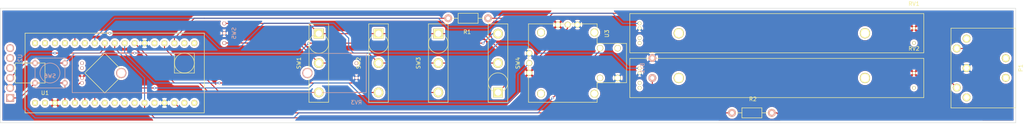
<source format=kicad_pcb>
(kicad_pcb (version 4) (host pcbnew 4.0.4+e1-6308~48~ubuntu16.04.1-stable)

  (general
    (links 45)
    (no_connects 0)
    (area 137.109999 117.135 398.585 150.935)
    (thickness 1.6)
    (drawings 5)
    (tracks 153)
    (zones 0)
    (modules 16)
    (nets 43)
  )

  (page A3)
  (title_block
    (title NibbleTronic)
    (date 2016-07-11)
    (rev 2)
  )

  (layers
    (0 F.Cu signal)
    (31 B.Cu signal)
    (32 B.Adhes user)
    (33 F.Adhes user)
    (34 B.Paste user)
    (35 F.Paste user)
    (36 B.SilkS user)
    (37 F.SilkS user)
    (38 B.Mask user)
    (39 F.Mask user)
    (40 Dwgs.User user)
    (41 Cmts.User user)
    (42 Eco1.User user)
    (43 Eco2.User user)
    (44 Edge.Cuts user)
    (45 Margin user)
    (46 B.CrtYd user)
    (47 F.CrtYd user)
    (48 B.Fab user)
    (49 F.Fab user)
  )

  (setup
    (last_trace_width 0.25)
    (trace_clearance 0.2)
    (zone_clearance 0.508)
    (zone_45_only no)
    (trace_min 0.2)
    (segment_width 0.2)
    (edge_width 0.1)
    (via_size 0.6)
    (via_drill 0.4)
    (via_min_size 0.4)
    (via_min_drill 0.3)
    (uvia_size 0.3)
    (uvia_drill 0.1)
    (uvias_allowed no)
    (uvia_min_size 0.2)
    (uvia_min_drill 0.1)
    (pcb_text_width 0.3)
    (pcb_text_size 1.5 1.5)
    (mod_edge_width 0.15)
    (mod_text_size 1 1)
    (mod_text_width 0.15)
    (pad_size 1.5 1.5)
    (pad_drill 0.6)
    (pad_to_mask_clearance 0)
    (aux_axis_origin 0 0)
    (visible_elements FFFFFF7F)
    (pcbplotparams
      (layerselection 0x310f0_80000001)
      (usegerberextensions false)
      (excludeedgelayer true)
      (linewidth 0.100000)
      (plotframeref false)
      (viasonmask false)
      (mode 1)
      (useauxorigin false)
      (hpglpennumber 1)
      (hpglpenspeed 20)
      (hpglpendiameter 15)
      (hpglpenoverlay 2)
      (psnegative false)
      (psa4output false)
      (plotreference true)
      (plotvalue true)
      (plotinvisibletext false)
      (padsonsilk false)
      (subtractmaskfromsilk false)
      (outputformat 1)
      (mirror false)
      (drillshape 0)
      (scaleselection 1)
      (outputdirectory Gerber/))
  )

  (net 0 "")
  (net 1 "Net-(BT1-Pad1)")
  (net 2 GND)
  (net 3 "Net-(P1-Pad1)")
  (net 4 "Net-(P1-Pad3)")
  (net 5 "Net-(P1-Pad4)")
  (net 6 "Net-(P1-Pad5)")
  (net 7 "Net-(R1-Pad2)")
  (net 8 /5V)
  (net 9 "Net-(RV1-Pad2)")
  (net 10 /REF)
  (net 11 "Net-(RV2-Pad2)")
  (net 12 "Net-(RV3-Pad2)")
  (net 13 "Net-(SW1-Pad1)")
  (net 14 "Net-(SW1-Pad2)")
  (net 15 "Net-(SW1-Pad3)")
  (net 16 "Net-(SW2-Pad2)")
  (net 17 "Net-(SW3-Pad2)")
  (net 18 "Net-(SW4-Pad2)")
  (net 19 "Net-(SW6-Pad1)")
  (net 20 "Net-(U1-Pad1)")
  (net 21 "Net-(U1-Pad2)")
  (net 22 "Net-(U1-Pad6)")
  (net 23 "Net-(U1-Pad7)")
  (net 24 "Net-(U1-Pad8)")
  (net 25 "Net-(U1-Pad9)")
  (net 26 "Net-(U1-Pad10)")
  (net 27 "Net-(U1-Pad11)")
  (net 28 "Net-(U1-Pad13)")
  (net 29 "Net-(U1-Pad16)")
  (net 30 "Net-(U1-Pad17)")
  (net 31 "Net-(U1-Pad18)")
  (net 32 "Net-(U1-Pad19)")
  (net 33 "Net-(U1-Pad22)")
  (net 34 "Net-(U1-Pad27)")
  (net 35 "Net-(U1-Pad29)")
  (net 36 "Net-(U1-Pad31)")
  (net 37 "Net-(U1-Pad32)")
  (net 38 "Net-(U1-Pad33)")
  (net 39 "Net-(U1-Pad34)")
  (net 40 "Net-(U2-Pad4)")
  (net 41 "Net-(U2-Pad5)")
  (net 42 "Net-(U2-Pad6)")

  (net_class Default "This is the default net class."
    (clearance 0.2)
    (trace_width 0.25)
    (via_dia 0.6)
    (via_drill 0.4)
    (uvia_dia 0.3)
    (uvia_drill 0.1)
    (add_net /5V)
    (add_net /REF)
    (add_net GND)
    (add_net "Net-(BT1-Pad1)")
    (add_net "Net-(P1-Pad1)")
    (add_net "Net-(P1-Pad3)")
    (add_net "Net-(P1-Pad4)")
    (add_net "Net-(P1-Pad5)")
    (add_net "Net-(R1-Pad2)")
    (add_net "Net-(RV1-Pad2)")
    (add_net "Net-(RV2-Pad2)")
    (add_net "Net-(RV3-Pad2)")
    (add_net "Net-(SW1-Pad1)")
    (add_net "Net-(SW1-Pad2)")
    (add_net "Net-(SW1-Pad3)")
    (add_net "Net-(SW2-Pad2)")
    (add_net "Net-(SW3-Pad2)")
    (add_net "Net-(SW4-Pad2)")
    (add_net "Net-(SW6-Pad1)")
    (add_net "Net-(U1-Pad1)")
    (add_net "Net-(U1-Pad10)")
    (add_net "Net-(U1-Pad11)")
    (add_net "Net-(U1-Pad13)")
    (add_net "Net-(U1-Pad16)")
    (add_net "Net-(U1-Pad17)")
    (add_net "Net-(U1-Pad18)")
    (add_net "Net-(U1-Pad19)")
    (add_net "Net-(U1-Pad2)")
    (add_net "Net-(U1-Pad22)")
    (add_net "Net-(U1-Pad27)")
    (add_net "Net-(U1-Pad29)")
    (add_net "Net-(U1-Pad31)")
    (add_net "Net-(U1-Pad32)")
    (add_net "Net-(U1-Pad33)")
    (add_net "Net-(U1-Pad34)")
    (add_net "Net-(U1-Pad6)")
    (add_net "Net-(U1-Pad7)")
    (add_net "Net-(U1-Pad8)")
    (add_net "Net-(U1-Pad9)")
    (add_net "Net-(U2-Pad4)")
    (add_net "Net-(U2-Pad5)")
    (add_net "Net-(U2-Pad6)")
  )

  (module CustomParts:ALPS_402125 (layer B.Cu) (tedit 578364DC) (tstamp 578367B8)
    (at 193.04 135.89)
    (path /574F2601)
    (fp_text reference RV3 (at 35 7.5) (layer B.SilkS)
      (effects (font (size 1 1) (thickness 0.15)) (justify mirror))
    )
    (fp_text value 10k (at -32.5 7.5) (layer B.Fab)
      (effects (font (size 1 1) (thickness 0.15)) (justify mirror))
    )
    (fp_line (start -37.5 5) (end 37.5 5) (layer B.SilkS) (width 0.15))
    (fp_line (start 37.5 5) (end 37.5 -5) (layer B.SilkS) (width 0.15))
    (fp_line (start 37.5 -5) (end -37.5 -5) (layer B.SilkS) (width 0.15))
    (fp_line (start -37.5 -5) (end -37.5 5) (layer B.SilkS) (width 0.15))
    (pad "" thru_hole circle (at -25 0) (size 2.6 2.6) (drill 2) (layers *.Cu *.Mask B.SilkS))
    (pad "" thru_hole circle (at 22.5 0) (size 2.6 2.6) (drill 2) (layers *.Cu *.Mask B.SilkS))
    (pad 1 thru_hole circle (at -35 1.25) (size 0.9 0.9) (drill 0.6) (layers *.Cu *.Mask B.SilkS)
      (net 10 /REF))
    (pad 2 thru_hole circle (at -35 2.5) (size 0.9 0.9) (drill 0.6) (layers *.Cu *.Mask B.SilkS)
      (net 12 "Net-(RV3-Pad2)"))
    (pad 3 thru_hole circle (at 35 1.25) (size 0.9 0.9) (drill 0.6) (layers *.Cu *.Mask B.SilkS)
      (net 2 GND))
    (pad "" thru_hole circle (at 35 -2.5) (size 0.9 0.9) (drill 0.6) (layers *.Cu *.Mask B.SilkS))
    (pad "" thru_hole circle (at -35 -1.25) (size 0.9 0.9) (drill 0.6) (layers *.Cu *.Mask B.SilkS))
    (pad "" thru_hole circle (at -35 -2.5) (size 0.9 0.9) (drill 0.6) (layers *.Cu *.Mask B.SilkS))
  )

  (module CustomParts:9V_BATTERY_CLIP (layer B.Cu) (tedit 577FB6D1) (tstamp 5783676D)
    (at 306.07 134.62 90)
    (path /577E5E4D)
    (fp_text reference BT1 (at 0 -5.08 90) (layer B.SilkS)
      (effects (font (size 1 1) (thickness 0.15)) (justify mirror))
    )
    (fp_text value Battery (at 0 0.5 90) (layer B.Fab)
      (effects (font (size 1 1) (thickness 0.15)) (justify mirror))
    )
    (pad 1 thru_hole circle (at -2.54 -2.54 90) (size 2 2) (drill 1) (layers *.Cu *.Mask B.SilkS)
      (net 1 "Net-(BT1-Pad1)"))
    (pad 2 thru_hole circle (at 2.54 -2.54 90) (size 2 2) (drill 1) (layers *.Cu *.Mask B.SilkS)
      (net 2 GND))
  )

  (module CustomParts:HIRSCHMANN_MAB_5 (layer F.Cu) (tedit 577F9EF8) (tstamp 5783677C)
    (at 393.7 134.62 90)
    (path /56856A5E)
    (fp_text reference P1 (at 0 3.81 90) (layer F.SilkS)
      (effects (font (size 1 1) (thickness 0.15)))
    )
    (fp_text value DIN_5 (at 0 -15.24 90) (layer F.Fab)
      (effects (font (size 1 1) (thickness 0.15)))
    )
    (fp_line (start -10.16 2.54) (end 10.16 2.54) (layer F.SilkS) (width 0.15))
    (fp_line (start 10.16 2.54) (end 10.16 -13.97) (layer F.SilkS) (width 0.15))
    (fp_line (start 10.16 -13.97) (end -10.16 -13.97) (layer F.SilkS) (width 0.15))
    (fp_line (start -10.16 -13.97) (end -10.16 2.54) (layer F.SilkS) (width 0.15))
    (pad "" thru_hole circle (at 2.5 0 90) (size 2 2) (drill 1.3) (layers *.Cu *.Mask F.SilkS))
    (pad "" thru_hole circle (at -2.5 0 90) (size 2 2) (drill 1.3) (layers *.Cu *.Mask F.SilkS))
    (pad 2 thru_hole circle (at 0 -10 90) (size 2 2) (drill 1.3) (layers *.Cu *.Mask F.SilkS)
      (net 2 GND))
    (pad 1 thru_hole circle (at 7.5 -10 90) (size 2 2) (drill 1.3) (layers *.Cu *.Mask F.SilkS)
      (net 3 "Net-(P1-Pad1)"))
    (pad 3 thru_hole circle (at -7.5 -10 90) (size 2 2) (drill 1.3) (layers *.Cu *.Mask F.SilkS)
      (net 4 "Net-(P1-Pad3)"))
    (pad 4 thru_hole circle (at 5 -12.5 90) (size 2 2) (drill 1.3) (layers *.Cu *.Mask F.SilkS)
      (net 5 "Net-(P1-Pad4)"))
    (pad 5 thru_hole circle (at -5 -12.5 90) (size 2 2) (drill 1.3) (layers *.Cu *.Mask F.SilkS)
      (net 6 "Net-(P1-Pad5)"))
  )

  (module Resistors_ThroughHole:Resistor_Horizontal_RM10mm (layer F.Cu) (tedit 56648415) (tstamp 57836782)
    (at 261.62 121.92 180)
    (descr "Resistor, Axial,  RM 10mm, 1/3W")
    (tags "Resistor Axial RM 10mm 1/3W")
    (path /5685688B)
    (fp_text reference R1 (at 5.32892 -3.50012 180) (layer F.SilkS)
      (effects (font (size 1 1) (thickness 0.15)))
    )
    (fp_text value 220 (at 5.08 3.81 180) (layer F.Fab)
      (effects (font (size 1 1) (thickness 0.15)))
    )
    (fp_line (start -1.25 -1.5) (end 11.4 -1.5) (layer F.CrtYd) (width 0.05))
    (fp_line (start -1.25 1.5) (end -1.25 -1.5) (layer F.CrtYd) (width 0.05))
    (fp_line (start 11.4 -1.5) (end 11.4 1.5) (layer F.CrtYd) (width 0.05))
    (fp_line (start -1.25 1.5) (end 11.4 1.5) (layer F.CrtYd) (width 0.05))
    (fp_line (start 2.54 -1.27) (end 7.62 -1.27) (layer F.SilkS) (width 0.15))
    (fp_line (start 7.62 -1.27) (end 7.62 1.27) (layer F.SilkS) (width 0.15))
    (fp_line (start 7.62 1.27) (end 2.54 1.27) (layer F.SilkS) (width 0.15))
    (fp_line (start 2.54 1.27) (end 2.54 -1.27) (layer F.SilkS) (width 0.15))
    (fp_line (start 2.54 0) (end 1.27 0) (layer F.SilkS) (width 0.15))
    (fp_line (start 7.62 0) (end 8.89 0) (layer F.SilkS) (width 0.15))
    (pad 1 thru_hole circle (at 0 0 180) (size 1.99898 1.99898) (drill 1.00076) (layers *.Cu *.SilkS *.Mask)
      (net 6 "Net-(P1-Pad5)"))
    (pad 2 thru_hole circle (at 10.16 0 180) (size 1.99898 1.99898) (drill 1.00076) (layers *.Cu *.SilkS *.Mask)
      (net 7 "Net-(R1-Pad2)"))
    (model Resistors_ThroughHole.3dshapes/Resistor_Horizontal_RM10mm.wrl
      (at (xyz 0.2 0 0))
      (scale (xyz 0.4 0.4 0.4))
      (rotate (xyz 0 0 0))
    )
  )

  (module Resistors_ThroughHole:Resistor_Horizontal_RM10mm (layer F.Cu) (tedit 56648415) (tstamp 57836788)
    (at 323.85 146.05)
    (descr "Resistor, Axial,  RM 10mm, 1/3W")
    (tags "Resistor Axial RM 10mm 1/3W")
    (path /56856808)
    (fp_text reference R2 (at 5.32892 -3.50012) (layer F.SilkS)
      (effects (font (size 1 1) (thickness 0.15)))
    )
    (fp_text value 220 (at 5.08 3.81) (layer F.Fab)
      (effects (font (size 1 1) (thickness 0.15)))
    )
    (fp_line (start -1.25 -1.5) (end 11.4 -1.5) (layer F.CrtYd) (width 0.05))
    (fp_line (start -1.25 1.5) (end -1.25 -1.5) (layer F.CrtYd) (width 0.05))
    (fp_line (start 11.4 -1.5) (end 11.4 1.5) (layer F.CrtYd) (width 0.05))
    (fp_line (start -1.25 1.5) (end 11.4 1.5) (layer F.CrtYd) (width 0.05))
    (fp_line (start 2.54 -1.27) (end 7.62 -1.27) (layer F.SilkS) (width 0.15))
    (fp_line (start 7.62 -1.27) (end 7.62 1.27) (layer F.SilkS) (width 0.15))
    (fp_line (start 7.62 1.27) (end 2.54 1.27) (layer F.SilkS) (width 0.15))
    (fp_line (start 2.54 1.27) (end 2.54 -1.27) (layer F.SilkS) (width 0.15))
    (fp_line (start 2.54 0) (end 1.27 0) (layer F.SilkS) (width 0.15))
    (fp_line (start 7.62 0) (end 8.89 0) (layer F.SilkS) (width 0.15))
    (pad 1 thru_hole circle (at 0 0) (size 1.99898 1.99898) (drill 1.00076) (layers *.Cu *.SilkS *.Mask)
      (net 8 /5V))
    (pad 2 thru_hole circle (at 10.16 0) (size 1.99898 1.99898) (drill 1.00076) (layers *.Cu *.SilkS *.Mask)
      (net 5 "Net-(P1-Pad4)"))
    (model Resistors_ThroughHole.3dshapes/Resistor_Horizontal_RM10mm.wrl
      (at (xyz 0.2 0 0))
      (scale (xyz 0.4 0.4 0.4))
      (rotate (xyz 0 0 0))
    )
  )

  (module CustomParts:ALPS_402125 (layer F.Cu) (tedit 578364DC) (tstamp 57836798)
    (at 335.28 125.73)
    (path /577E60FF)
    (fp_text reference RV1 (at 35 -7.5) (layer F.SilkS)
      (effects (font (size 1 1) (thickness 0.15)))
    )
    (fp_text value 10k (at -32.5 -7.5) (layer F.Fab)
      (effects (font (size 1 1) (thickness 0.15)))
    )
    (fp_line (start -37.5 -5) (end 37.5 -5) (layer F.SilkS) (width 0.15))
    (fp_line (start 37.5 -5) (end 37.5 5) (layer F.SilkS) (width 0.15))
    (fp_line (start 37.5 5) (end -37.5 5) (layer F.SilkS) (width 0.15))
    (fp_line (start -37.5 5) (end -37.5 -5) (layer F.SilkS) (width 0.15))
    (pad "" thru_hole circle (at -25 0) (size 2.6 2.6) (drill 2) (layers *.Cu *.Mask F.SilkS))
    (pad "" thru_hole circle (at 22.5 0) (size 2.6 2.6) (drill 2) (layers *.Cu *.Mask F.SilkS))
    (pad 1 thru_hole circle (at -35 -1.25) (size 0.9 0.9) (drill 0.6) (layers *.Cu *.Mask F.SilkS)
      (net 2 GND))
    (pad 2 thru_hole circle (at -35 -2.5) (size 0.9 0.9) (drill 0.6) (layers *.Cu *.Mask F.SilkS)
      (net 9 "Net-(RV1-Pad2)"))
    (pad 3 thru_hole circle (at 35 -1.25) (size 0.9 0.9) (drill 0.6) (layers *.Cu *.Mask F.SilkS)
      (net 10 /REF))
    (pad "" thru_hole circle (at 35 2.5) (size 0.9 0.9) (drill 0.6) (layers *.Cu *.Mask F.SilkS))
    (pad "" thru_hole circle (at -35 1.25) (size 0.9 0.9) (drill 0.6) (layers *.Cu *.Mask F.SilkS))
    (pad "" thru_hole circle (at -35 2.5) (size 0.9 0.9) (drill 0.6) (layers *.Cu *.Mask F.SilkS))
  )

  (module CustomParts:ALPS_402125 (layer F.Cu) (tedit 578364DC) (tstamp 578367A8)
    (at 335.28 137.16)
    (path /577E6156)
    (fp_text reference RV2 (at 35 -7.5) (layer F.SilkS)
      (effects (font (size 1 1) (thickness 0.15)))
    )
    (fp_text value 10k (at -32.5 -7.5) (layer F.Fab)
      (effects (font (size 1 1) (thickness 0.15)))
    )
    (fp_line (start -37.5 -5) (end 37.5 -5) (layer F.SilkS) (width 0.15))
    (fp_line (start 37.5 -5) (end 37.5 5) (layer F.SilkS) (width 0.15))
    (fp_line (start 37.5 5) (end -37.5 5) (layer F.SilkS) (width 0.15))
    (fp_line (start -37.5 5) (end -37.5 -5) (layer F.SilkS) (width 0.15))
    (pad "" thru_hole circle (at -25 0) (size 2.6 2.6) (drill 2) (layers *.Cu *.Mask F.SilkS))
    (pad "" thru_hole circle (at 22.5 0) (size 2.6 2.6) (drill 2) (layers *.Cu *.Mask F.SilkS))
    (pad 1 thru_hole circle (at -35 -1.25) (size 0.9 0.9) (drill 0.6) (layers *.Cu *.Mask F.SilkS)
      (net 2 GND))
    (pad 2 thru_hole circle (at -35 -2.5) (size 0.9 0.9) (drill 0.6) (layers *.Cu *.Mask F.SilkS)
      (net 11 "Net-(RV2-Pad2)"))
    (pad 3 thru_hole circle (at 35 -1.25) (size 0.9 0.9) (drill 0.6) (layers *.Cu *.Mask F.SilkS)
      (net 10 /REF))
    (pad "" thru_hole circle (at 35 2.5) (size 0.9 0.9) (drill 0.6) (layers *.Cu *.Mask F.SilkS))
    (pad "" thru_hole circle (at -35 1.25) (size 0.9 0.9) (drill 0.6) (layers *.Cu *.Mask F.SilkS))
    (pad "" thru_hole circle (at -35 2.5) (size 0.9 0.9) (drill 0.6) (layers *.Cu *.Mask F.SilkS))
  )

  (module CustomParts:MARQUARDT_SPDT (layer F.Cu) (tedit 577FA120) (tstamp 578367C4)
    (at 218.44 133.35 270)
    (path /56852AC6)
    (fp_text reference SW1 (at 0 5.08 270) (layer F.SilkS)
      (effects (font (size 1 1) (thickness 0.15)))
    )
    (fp_text value SWITCH_INV (at 0 -5 270) (layer F.Fab)
      (effects (font (size 1 1) (thickness 0.15)))
    )
    (fp_circle (center -5 0) (end -2.5 0) (layer F.SilkS) (width 0.15))
    (fp_line (start -10 -2.5) (end 10 -2.5) (layer F.SilkS) (width 0.15))
    (fp_line (start 10 -2.5) (end 10 2.5) (layer F.SilkS) (width 0.15))
    (fp_line (start 10 2.5) (end -10 2.5) (layer F.SilkS) (width 0.15))
    (fp_line (start -10 2.5) (end -10 -2.5) (layer F.SilkS) (width 0.15))
    (pad 1 thru_hole rect (at -7.5 0 270) (size 2.5 2.5) (drill 1.6) (layers *.Cu *.Mask F.SilkS)
      (net 13 "Net-(SW1-Pad1)"))
    (pad 2 thru_hole circle (at 7.5 0 270) (size 2.5 2.5) (drill 1.6) (layers *.Cu *.Mask F.SilkS)
      (net 14 "Net-(SW1-Pad2)"))
    (pad 3 thru_hole circle (at 0 0 270) (size 2.5 2.5) (drill 1.6) (layers *.Cu *.Mask F.SilkS)
      (net 15 "Net-(SW1-Pad3)"))
  )

  (module CustomParts:MARQUARDT_SPDT (layer F.Cu) (tedit 577FA120) (tstamp 578367D0)
    (at 233.68 133.35 270)
    (path /56852B2E)
    (fp_text reference SW2 (at 0 5.08 270) (layer F.SilkS)
      (effects (font (size 1 1) (thickness 0.15)))
    )
    (fp_text value SWITCH_INV (at 0 -5 270) (layer F.Fab)
      (effects (font (size 1 1) (thickness 0.15)))
    )
    (fp_circle (center -5 0) (end -2.5 0) (layer F.SilkS) (width 0.15))
    (fp_line (start -10 -2.5) (end 10 -2.5) (layer F.SilkS) (width 0.15))
    (fp_line (start 10 -2.5) (end 10 2.5) (layer F.SilkS) (width 0.15))
    (fp_line (start 10 2.5) (end -10 2.5) (layer F.SilkS) (width 0.15))
    (fp_line (start -10 2.5) (end -10 -2.5) (layer F.SilkS) (width 0.15))
    (pad 1 thru_hole rect (at -7.5 0 270) (size 2.5 2.5) (drill 1.6) (layers *.Cu *.Mask F.SilkS)
      (net 13 "Net-(SW1-Pad1)"))
    (pad 2 thru_hole circle (at 7.5 0 270) (size 2.5 2.5) (drill 1.6) (layers *.Cu *.Mask F.SilkS)
      (net 16 "Net-(SW2-Pad2)"))
    (pad 3 thru_hole circle (at 0 0 270) (size 2.5 2.5) (drill 1.6) (layers *.Cu *.Mask F.SilkS)
      (net 15 "Net-(SW1-Pad3)"))
  )

  (module CustomParts:MARQUARDT_SPDT (layer F.Cu) (tedit 577FA120) (tstamp 578367DC)
    (at 248.92 133.35 270)
    (path /56852B74)
    (fp_text reference SW3 (at 0 5.08 270) (layer F.SilkS)
      (effects (font (size 1 1) (thickness 0.15)))
    )
    (fp_text value SWITCH_INV (at 0 -5 270) (layer F.Fab)
      (effects (font (size 1 1) (thickness 0.15)))
    )
    (fp_circle (center -5 0) (end -2.5 0) (layer F.SilkS) (width 0.15))
    (fp_line (start -10 -2.5) (end 10 -2.5) (layer F.SilkS) (width 0.15))
    (fp_line (start 10 -2.5) (end 10 2.5) (layer F.SilkS) (width 0.15))
    (fp_line (start 10 2.5) (end -10 2.5) (layer F.SilkS) (width 0.15))
    (fp_line (start -10 2.5) (end -10 -2.5) (layer F.SilkS) (width 0.15))
    (pad 1 thru_hole rect (at -7.5 0 270) (size 2.5 2.5) (drill 1.6) (layers *.Cu *.Mask F.SilkS)
      (net 13 "Net-(SW1-Pad1)"))
    (pad 2 thru_hole circle (at 7.5 0 270) (size 2.5 2.5) (drill 1.6) (layers *.Cu *.Mask F.SilkS)
      (net 17 "Net-(SW3-Pad2)"))
    (pad 3 thru_hole circle (at 0 0 270) (size 2.5 2.5) (drill 1.6) (layers *.Cu *.Mask F.SilkS)
      (net 15 "Net-(SW1-Pad3)"))
  )

  (module CustomParts:MARQUARDT_SPDT (layer F.Cu) (tedit 577FA120) (tstamp 578367E8)
    (at 264.16 133.35 90)
    (path /56852BC7)
    (fp_text reference SW4 (at 0 5.08 90) (layer F.SilkS)
      (effects (font (size 1 1) (thickness 0.15)))
    )
    (fp_text value SWITCH_INV (at 0 -5 90) (layer F.Fab)
      (effects (font (size 1 1) (thickness 0.15)))
    )
    (fp_circle (center -5 0) (end -2.5 0) (layer F.SilkS) (width 0.15))
    (fp_line (start -10 -2.5) (end 10 -2.5) (layer F.SilkS) (width 0.15))
    (fp_line (start 10 -2.5) (end 10 2.5) (layer F.SilkS) (width 0.15))
    (fp_line (start 10 2.5) (end -10 2.5) (layer F.SilkS) (width 0.15))
    (fp_line (start -10 2.5) (end -10 -2.5) (layer F.SilkS) (width 0.15))
    (pad 1 thru_hole rect (at -7.5 0 90) (size 2.5 2.5) (drill 1.6) (layers *.Cu *.Mask F.SilkS)
      (net 13 "Net-(SW1-Pad1)"))
    (pad 2 thru_hole circle (at 7.5 0 90) (size 2.5 2.5) (drill 1.6) (layers *.Cu *.Mask F.SilkS)
      (net 18 "Net-(SW4-Pad2)"))
    (pad 3 thru_hole circle (at 0 0 90) (size 2.5 2.5) (drill 1.6) (layers *.Cu *.Mask F.SilkS)
      (net 15 "Net-(SW1-Pad3)"))
  )

  (module CustomParts:YSS_1203 (layer B.Cu) (tedit 577FA254) (tstamp 578367EF)
    (at 194.31 125.73 270)
    (path /5686BDC8)
    (fp_text reference SW5 (at 0 -2.5 270) (layer B.SilkS)
      (effects (font (size 1 1) (thickness 0.15)) (justify mirror))
    )
    (fp_text value SWITCH_INV (at 0 2.5 270) (layer B.Fab)
      (effects (font (size 1 1) (thickness 0.15)) (justify mirror))
    )
    (pad 1 thru_hole circle (at -2.5 0 270) (size 1 1) (drill 0.6) (layers *.Cu *.Mask B.SilkS)
      (net 13 "Net-(SW1-Pad1)"))
    (pad 2 thru_hole circle (at 0 0 270) (size 1 1) (drill 0.6) (layers *.Cu *.Mask B.SilkS)
      (net 2 GND))
    (pad 3 thru_hole circle (at 2.5 0 270) (size 1 1) (drill 0.6) (layers *.Cu *.Mask B.SilkS)
      (net 15 "Net-(SW1-Pad3)"))
  )

  (module Buttons_Switches_ThroughHole:SW_PUSH_SMALL (layer B.Cu) (tedit 0) (tstamp 578367F7)
    (at 149.86 135.89)
    (path /574F1CE6)
    (fp_text reference SW6 (at 0 0.762) (layer B.SilkS)
      (effects (font (size 1 1) (thickness 0.15)) (justify mirror))
    )
    (fp_text value SW_PUSH (at 0 -1.016) (layer B.Fab)
      (effects (font (size 1 1) (thickness 0.15)) (justify mirror))
    )
    (fp_circle (center 0 0) (end 0 2.54) (layer B.SilkS) (width 0.15))
    (fp_line (start -3.81 3.81) (end 3.81 3.81) (layer B.SilkS) (width 0.15))
    (fp_line (start 3.81 3.81) (end 3.81 -3.81) (layer B.SilkS) (width 0.15))
    (fp_line (start 3.81 -3.81) (end -3.81 -3.81) (layer B.SilkS) (width 0.15))
    (fp_line (start -3.81 3.81) (end -3.81 -3.81) (layer B.SilkS) (width 0.15))
    (pad 1 thru_hole circle (at 3.81 2.54) (size 1.397 1.397) (drill 0.8128) (layers *.Cu *.Mask B.SilkS)
      (net 19 "Net-(SW6-Pad1)"))
    (pad 2 thru_hole circle (at 3.81 -2.54) (size 1.397 1.397) (drill 0.8128) (layers *.Cu *.Mask B.SilkS)
      (net 8 /5V))
    (pad 1 thru_hole circle (at -3.81 2.54) (size 1.397 1.397) (drill 0.8128) (layers *.Cu *.Mask B.SilkS)
      (net 19 "Net-(SW6-Pad1)"))
    (pad 2 thru_hole circle (at -3.81 -2.54) (size 1.397 1.397) (drill 0.8128) (layers *.Cu *.Mask B.SilkS)
      (net 8 /5V))
  )

  (module CustomParts:ARDU_MICRO_SOCKET (layer F.Cu) (tedit 577FB741) (tstamp 5783682E)
    (at 148.59 128.27)
    (path /5686B5C9)
    (fp_text reference U1 (at 0 12.7) (layer F.SilkS)
      (effects (font (size 1 1) (thickness 0.15)))
    )
    (fp_text value Arduino_micro (at 5.08 2.54) (layer F.Fab)
      (effects (font (size 1 1) (thickness 0.15)))
    )
    (fp_line (start 10.16 7.62) (end 15.24 2.54) (layer F.SilkS) (width 0.15))
    (fp_line (start 15.24 2.54) (end 20.32 7.62) (layer F.SilkS) (width 0.15))
    (fp_line (start 20.32 7.62) (end 15.24 12.7) (layer F.SilkS) (width 0.15))
    (fp_line (start 15.24 12.7) (end 10.16 7.62) (layer F.SilkS) (width 0.15))
    (fp_line (start 33.02 2.54) (end 33.02 7.62) (layer F.SilkS) (width 0.15))
    (fp_line (start 33.02 7.62) (end 38.1 7.62) (layer F.SilkS) (width 0.15))
    (fp_line (start 38.1 7.62) (end 38.1 2.54) (layer F.SilkS) (width 0.15))
    (fp_line (start 38.1 2.54) (end 33.02 2.54) (layer F.SilkS) (width 0.15))
    (fp_circle (center 35.56 5.08) (end 38.1 5.08) (layer F.SilkS) (width 0.15))
    (fp_line (start -7.62 5.08) (end 0 5.08) (layer F.SilkS) (width 0.15))
    (fp_line (start 0 5.08) (end 0 10.16) (layer F.SilkS) (width 0.15))
    (fp_line (start 0 10.16) (end -7.62 10.16) (layer F.SilkS) (width 0.15))
    (fp_line (start -7.62 10.16) (end -7.62 5.08) (layer F.SilkS) (width 0.15))
    (fp_line (start -5.08 -2.54) (end 40.64 -2.54) (layer F.SilkS) (width 0.15))
    (fp_line (start 40.64 -2.54) (end 40.64 17.78) (layer F.SilkS) (width 0.15))
    (fp_line (start 40.64 17.78) (end -5.08 17.78) (layer F.SilkS) (width 0.15))
    (fp_line (start -5.08 17.78) (end -5.08 -2.54) (layer F.SilkS) (width 0.15))
    (pad 1 thru_hole circle (at -2.54 15.24) (size 1.524 1.524) (drill 0.762) (layers *.Cu *.Mask F.SilkS)
      (net 20 "Net-(U1-Pad1)"))
    (pad 2 thru_hole circle (at 0 15.24) (size 1.524 1.524) (drill 0.762) (layers *.Cu *.Mask F.SilkS)
      (net 21 "Net-(U1-Pad2)"))
    (pad 3 thru_hole circle (at 2.54 15.24) (size 1.524 1.524) (drill 0.762) (layers *.Cu *.Mask F.SilkS)
      (net 10 /REF))
    (pad 4 thru_hole circle (at 5.08 15.24) (size 1.524 1.524) (drill 0.762) (layers *.Cu *.Mask F.SilkS)
      (net 19 "Net-(SW6-Pad1)"))
    (pad 5 thru_hole circle (at 7.62 15.24) (size 1.524 1.524) (drill 0.762) (layers *.Cu *.Mask F.SilkS)
      (net 12 "Net-(RV3-Pad2)"))
    (pad 6 thru_hole circle (at 10.16 15.24) (size 1.524 1.524) (drill 0.762) (layers *.Cu *.Mask F.SilkS)
      (net 22 "Net-(U1-Pad6)"))
    (pad 7 thru_hole circle (at 12.7 15.24) (size 1.524 1.524) (drill 0.762) (layers *.Cu *.Mask F.SilkS)
      (net 23 "Net-(U1-Pad7)"))
    (pad 8 thru_hole circle (at 15.24 15.24) (size 1.524 1.524) (drill 0.762) (layers *.Cu *.Mask F.SilkS)
      (net 24 "Net-(U1-Pad8)"))
    (pad 9 thru_hole circle (at 17.78 15.24) (size 1.524 1.524) (drill 0.762) (layers *.Cu *.Mask F.SilkS)
      (net 25 "Net-(U1-Pad9)"))
    (pad 10 thru_hole circle (at 20.32 15.24) (size 1.524 1.524) (drill 0.762) (layers *.Cu *.Mask F.SilkS)
      (net 26 "Net-(U1-Pad10)"))
    (pad 11 thru_hole circle (at 22.86 15.24) (size 1.524 1.524) (drill 0.762) (layers *.Cu *.Mask F.SilkS)
      (net 27 "Net-(U1-Pad11)"))
    (pad 12 thru_hole circle (at 25.4 15.24) (size 1.524 1.524) (drill 0.762) (layers *.Cu *.Mask F.SilkS)
      (net 8 /5V))
    (pad 13 thru_hole circle (at 27.94 15.24) (size 1.524 1.524) (drill 0.762) (layers *.Cu *.Mask F.SilkS)
      (net 28 "Net-(U1-Pad13)"))
    (pad 14 thru_hole circle (at 30.48 15.24) (size 1.524 1.524) (drill 0.762) (layers *.Cu *.Mask F.SilkS)
      (net 2 GND))
    (pad 15 thru_hole circle (at 33.02 15.24) (size 1.524 1.524) (drill 0.762) (layers *.Cu *.Mask F.SilkS)
      (net 1 "Net-(BT1-Pad1)"))
    (pad 16 thru_hole circle (at 35.56 15.24) (size 1.524 1.524) (drill 0.762) (layers *.Cu *.Mask F.SilkS)
      (net 29 "Net-(U1-Pad16)"))
    (pad 17 thru_hole circle (at 38.1 15.24) (size 1.524 1.524) (drill 0.762) (layers *.Cu *.Mask F.SilkS)
      (net 30 "Net-(U1-Pad17)"))
    (pad 18 thru_hole circle (at 38.1 0) (size 1.524 1.524) (drill 0.762) (layers *.Cu *.Mask F.SilkS)
      (net 31 "Net-(U1-Pad18)"))
    (pad 19 thru_hole circle (at 35.56 0) (size 1.524 1.524) (drill 0.762) (layers *.Cu *.Mask F.SilkS)
      (net 32 "Net-(U1-Pad19)"))
    (pad 20 thru_hole circle (at 33.02 0) (size 1.524 1.524) (drill 0.762) (layers *.Cu *.Mask F.SilkS)
      (net 7 "Net-(R1-Pad2)"))
    (pad 21 thru_hole circle (at 30.48 0) (size 1.524 1.524) (drill 0.762) (layers *.Cu *.Mask F.SilkS)
      (net 14 "Net-(SW1-Pad2)"))
    (pad 22 thru_hole circle (at 27.94 0) (size 1.524 1.524) (drill 0.762) (layers *.Cu *.Mask F.SilkS)
      (net 33 "Net-(U1-Pad22)"))
    (pad 23 thru_hole circle (at 25.4 0) (size 1.524 1.524) (drill 0.762) (layers *.Cu *.Mask F.SilkS)
      (net 2 GND))
    (pad 24 thru_hole circle (at 22.86 0) (size 1.524 1.524) (drill 0.762) (layers *.Cu *.Mask F.SilkS)
      (net 16 "Net-(SW2-Pad2)"))
    (pad 25 thru_hole circle (at 20.32 0) (size 1.524 1.524) (drill 0.762) (layers *.Cu *.Mask F.SilkS)
      (net 17 "Net-(SW3-Pad2)"))
    (pad 26 thru_hole circle (at 17.78 0) (size 1.524 1.524) (drill 0.762) (layers *.Cu *.Mask F.SilkS)
      (net 18 "Net-(SW4-Pad2)"))
    (pad 27 thru_hole circle (at 15.24 0) (size 1.524 1.524) (drill 0.762) (layers *.Cu *.Mask F.SilkS)
      (net 34 "Net-(U1-Pad27)"))
    (pad 28 thru_hole circle (at 12.7 0) (size 1.524 1.524) (drill 0.762) (layers *.Cu *.Mask F.SilkS)
      (net 9 "Net-(RV1-Pad2)"))
    (pad 29 thru_hole circle (at 10.16 0) (size 1.524 1.524) (drill 0.762) (layers *.Cu *.Mask F.SilkS)
      (net 35 "Net-(U1-Pad29)"))
    (pad 30 thru_hole circle (at 7.62 0) (size 1.524 1.524) (drill 0.762) (layers *.Cu *.Mask F.SilkS)
      (net 11 "Net-(RV2-Pad2)"))
    (pad 31 thru_hole circle (at 5.08 0) (size 1.524 1.524) (drill 0.762) (layers *.Cu *.Mask F.SilkS)
      (net 36 "Net-(U1-Pad31)"))
    (pad 32 thru_hole circle (at 2.54 0) (size 1.524 1.524) (drill 0.762) (layers *.Cu *.Mask F.SilkS)
      (net 37 "Net-(U1-Pad32)"))
    (pad 33 thru_hole circle (at 0 0) (size 1.524 1.524) (drill 0.762) (layers *.Cu *.Mask F.SilkS)
      (net 38 "Net-(U1-Pad33)"))
    (pad 34 thru_hole circle (at -2.54 0) (size 1.524 1.524) (drill 0.762) (layers *.Cu *.Mask F.SilkS)
      (net 39 "Net-(U1-Pad34)"))
  )

  (module CustomParts:MPX5010DP (layer B.Cu) (tedit 577FAB0E) (tstamp 57836838)
    (at 139.7 135.89 90)
    (path /5686DE38)
    (fp_text reference U2 (at 3.81 2.54 90) (layer B.SilkS)
      (effects (font (size 1 1) (thickness 0.15)) (justify mirror))
    )
    (fp_text value MPX5010DP (at -3.81 2.54 90) (layer B.Fab)
      (effects (font (size 1 1) (thickness 0.15)) (justify mirror))
    )
    (pad 1 thru_hole rect (at -6.35 0 90) (size 2 2) (drill 1.3) (layers *.Cu *.Mask B.SilkS)
      (net 19 "Net-(SW6-Pad1)"))
    (pad 2 thru_hole circle (at -3.81 0 90) (size 2 2) (drill 1.3) (layers *.Cu *.Mask B.SilkS)
      (net 2 GND))
    (pad 3 thru_hole circle (at -1.27 0 90) (size 2 2) (drill 1.3) (layers *.Cu *.Mask B.SilkS)
      (net 8 /5V))
    (pad 4 thru_hole circle (at 1.27 0 90) (size 2 2) (drill 1.3) (layers *.Cu *.Mask B.SilkS)
      (net 40 "Net-(U2-Pad4)"))
    (pad 5 thru_hole circle (at 3.81 0 90) (size 2 2) (drill 1.3) (layers *.Cu *.Mask B.SilkS)
      (net 41 "Net-(U2-Pad5)"))
    (pad 6 thru_hole circle (at 6.35 0 90) (size 2 2) (drill 1.3) (layers *.Cu *.Mask B.SilkS)
      (net 42 "Net-(U2-Pad6)"))
  )

  (module CustomParts:ALPS_RKJXP (layer F.Cu) (tedit 577FB009) (tstamp 57836852)
    (at 281.94 133.35 90)
    (path /577E5911)
    (fp_text reference U3 (at 7.5 10 90) (layer F.SilkS)
      (effects (font (size 1 1) (thickness 0.15)))
    )
    (fp_text value Joystick (at -5 -12.5 90) (layer F.Fab)
      (effects (font (size 1 1) (thickness 0.15)))
    )
    (fp_line (start -5 7.5) (end -5 15) (layer F.SilkS) (width 0.15))
    (fp_line (start -5 15) (end 5 15) (layer F.SilkS) (width 0.15))
    (fp_line (start 5 15) (end 5 7.5) (layer F.SilkS) (width 0.15))
    (fp_line (start 5 7.5) (end 10 7.5) (layer F.SilkS) (width 0.15))
    (fp_line (start 10 7.5) (end 10 -10) (layer F.SilkS) (width 0.15))
    (fp_line (start 10 -10) (end -10 -10) (layer F.SilkS) (width 0.15))
    (fp_line (start -10 -10) (end -10 7.5) (layer F.SilkS) (width 0.15))
    (fp_line (start -10 7.5) (end -5 7.5) (layer F.SilkS) (width 0.15))
    (pad 4 thru_hole circle (at 9.8 2.5 90) (size 1.5 1.5) (drill 1) (layers *.Cu *.Mask F.SilkS)
      (net 2 GND))
    (pad 5 thru_hole circle (at 9.8 0 90) (size 1.5 1.5) (drill 1) (layers *.Cu *.Mask F.SilkS)
      (net 23 "Net-(U1-Pad7)"))
    (pad 6 thru_hole circle (at 9.8 -2.5 90) (size 1.5 1.5) (drill 1) (layers *.Cu *.Mask F.SilkS)
      (net 10 /REF))
    (pad 1 thru_hole circle (at 2.5 -9.8 90) (size 1.5 1.5) (drill 1) (layers *.Cu *.Mask F.SilkS)
      (net 2 GND))
    (pad 2 thru_hole circle (at 0 -9.8 90) (size 1.5 1.5) (drill 1) (layers *.Cu *.Mask F.SilkS)
      (net 22 "Net-(U1-Pad6)"))
    (pad 3 thru_hole circle (at -2.5 -9.8 90) (size 1.5 1.5) (drill 1) (layers *.Cu *.Mask F.SilkS)
      (net 10 /REF))
    (pad "" thru_hole circle (at 7.8 -6.8 90) (size 2 2) (drill 1.5) (layers *.Cu *.Mask F.SilkS))
    (pad "" thru_hole circle (at -7.8 -6.8 90) (size 2 2) (drill 1.5) (layers *.Cu *.Mask F.SilkS))
    (pad "" thru_hole circle (at -7.8 6.8 90) (size 2 2) (drill 1.5) (layers *.Cu *.Mask F.SilkS))
    (pad "" thru_hole circle (at 7.8 6.8 90) (size 2 2) (drill 1.5) (layers *.Cu *.Mask F.SilkS))
    (pad 7 thru_hole circle (at 3.8 8.25 90) (size 1.6 1.6) (drill 1.2) (layers *.Cu *.Mask F.SilkS)
      (net 34 "Net-(U1-Pad27)"))
    (pad 8 thru_hole circle (at -3.8 12.75 90) (size 1.6 1.6) (drill 1.2) (layers *.Cu *.Mask F.SilkS)
      (net 2 GND))
    (pad "" thru_hole circle (at -3.8 8.25 90) (size 1.6 1.6) (drill 1.2) (layers *.Cu *.Mask F.SilkS))
    (pad "" thru_hole circle (at 3.8 12.75 90) (size 1.6 1.6) (drill 1.2) (layers *.Cu *.Mask F.SilkS))
  )

  (gr_line (start 137.16 119.38) (end 137.16 148.59) (angle 90) (layer Edge.Cuts) (width 0.1))
  (gr_line (start 396.24 119.38) (end 137.16 119.38) (angle 90) (layer Edge.Cuts) (width 0.1))
  (gr_line (start 396.24 148.59) (end 396.24 119.38) (angle 90) (layer Edge.Cuts) (width 0.1))
  (gr_line (start 137.16 148.59) (end 396.24 148.59) (angle 90) (layer Edge.Cuts) (width 0.1))
  (gr_line (start 137.16 147.32) (end 137.16 120.65) (angle 90) (layer Edge.Cuts) (width 0.1))

  (segment (start 181.61 143.51) (end 184.15 146.05) (width 0.25) (layer F.Cu) (net 1))
  (segment (start 303.53 142.24) (end 303.53 137.16) (width 0.25) (layer F.Cu) (net 1) (tstamp 57836F89))
  (segment (start 299.72 146.05) (end 303.53 142.24) (width 0.25) (layer F.Cu) (net 1) (tstamp 57836F81))
  (segment (start 184.15 146.05) (end 299.72 146.05) (width 0.25) (layer F.Cu) (net 1) (tstamp 57836F7F))
  (segment (start 334.01 146.05) (end 335.28 146.05) (width 0.25) (layer F.Cu) (net 5))
  (segment (start 383.62 129.62) (end 381.2 129.62) (width 0.25) (layer F.Cu) (net 5) (tstamp 57836BC2))
  (segment (start 388.62 134.62) (end 383.62 129.62) (width 0.25) (layer F.Cu) (net 5) (tstamp 57836BC0))
  (segment (start 388.62 146.05) (end 388.62 134.62) (width 0.25) (layer F.Cu) (net 5) (tstamp 57836BBE))
  (segment (start 387.35 147.32) (end 388.62 146.05) (width 0.25) (layer F.Cu) (net 5) (tstamp 57836BBC))
  (segment (start 336.55 147.32) (end 387.35 147.32) (width 0.25) (layer F.Cu) (net 5) (tstamp 57836BBA))
  (segment (start 335.28 146.05) (end 336.55 147.32) (width 0.25) (layer F.Cu) (net 5) (tstamp 57836BB8))
  (segment (start 261.62 121.92) (end 276.86 121.92) (width 0.25) (layer F.Cu) (net 6))
  (segment (start 378.46 136.88) (end 381.2 139.62) (width 0.25) (layer F.Cu) (net 6) (tstamp 57836BAB))
  (segment (start 378.46 127) (end 378.46 136.88) (width 0.25) (layer F.Cu) (net 6) (tstamp 57836BA9))
  (segment (start 372.11 120.65) (end 378.46 127) (width 0.25) (layer F.Cu) (net 6) (tstamp 57836BA7))
  (segment (start 278.13 120.65) (end 372.11 120.65) (width 0.25) (layer F.Cu) (net 6) (tstamp 57836BA5))
  (segment (start 276.86 121.92) (end 278.13 120.65) (width 0.25) (layer F.Cu) (net 6) (tstamp 57836BA3))
  (segment (start 251.46 121.92) (end 189.23 121.92) (width 0.25) (layer F.Cu) (net 7))
  (segment (start 181.61 127) (end 181.61 128.27) (width 0.25) (layer F.Cu) (net 7) (tstamp 57836B52))
  (segment (start 186.69 121.92) (end 181.61 127) (width 0.25) (layer F.Cu) (net 7) (tstamp 57836B51))
  (segment (start 189.23 121.92) (end 186.69 121.92) (width 0.25) (layer F.Cu) (net 7) (tstamp 57836B50))
  (segment (start 173.99 143.51) (end 173.99 137.16) (width 0.25) (layer B.Cu) (net 8))
  (segment (start 156.21 130.81) (end 153.67 133.35) (width 0.25) (layer B.Cu) (net 8) (tstamp 57836DBA))
  (segment (start 167.64 130.81) (end 156.21 130.81) (width 0.25) (layer B.Cu) (net 8) (tstamp 57836DB6))
  (segment (start 173.99 137.16) (end 167.64 130.81) (width 0.25) (layer B.Cu) (net 8) (tstamp 57836DB3))
  (segment (start 146.05 133.35) (end 153.67 133.35) (width 0.25) (layer F.Cu) (net 8))
  (segment (start 146.05 133.35) (end 143.51 133.35) (width 0.25) (layer F.Cu) (net 8))
  (segment (start 143.51 133.35) (end 139.7 137.16) (width 0.25) (layer F.Cu) (net 8) (tstamp 57836BCC))
  (segment (start 323.85 146.05) (end 321.31 146.05) (width 0.25) (layer F.Cu) (net 8))
  (segment (start 173.99 144.78) (end 173.99 143.51) (width 0.25) (layer F.Cu) (net 8) (tstamp 57836BB4))
  (segment (start 176.53 147.32) (end 173.99 144.78) (width 0.25) (layer F.Cu) (net 8) (tstamp 57836BB3))
  (segment (start 320.04 147.32) (end 176.53 147.32) (width 0.25) (layer F.Cu) (net 8) (tstamp 57836BB1))
  (segment (start 321.31 146.05) (end 320.04 147.32) (width 0.25) (layer F.Cu) (net 8) (tstamp 57836BAF))
  (segment (start 300.28 123.23) (end 295.95 123.23) (width 0.25) (layer B.Cu) (net 9))
  (segment (start 161.29 127) (end 161.29 128.27) (width 0.25) (layer B.Cu) (net 9) (tstamp 578370A1))
  (segment (start 166.37 121.92) (end 161.29 127) (width 0.25) (layer B.Cu) (net 9) (tstamp 5783709F))
  (segment (start 248.92 121.92) (end 166.37 121.92) (width 0.25) (layer B.Cu) (net 9) (tstamp 57837099))
  (segment (start 251.46 124.46) (end 248.92 121.92) (width 0.25) (layer B.Cu) (net 9) (tstamp 57837095))
  (segment (start 261.62 124.46) (end 251.46 124.46) (width 0.25) (layer B.Cu) (net 9) (tstamp 57837093))
  (segment (start 265.43 120.65) (end 261.62 124.46) (width 0.25) (layer B.Cu) (net 9) (tstamp 57837090))
  (segment (start 293.37 120.65) (end 265.43 120.65) (width 0.25) (layer B.Cu) (net 9) (tstamp 57837086))
  (segment (start 295.95 123.23) (end 293.37 120.65) (width 0.25) (layer B.Cu) (net 9) (tstamp 57837084))
  (segment (start 300.28 134.66) (end 297.22 134.66) (width 0.25) (layer B.Cu) (net 11))
  (segment (start 156.21 127) (end 156.21 128.27) (width 0.25) (layer F.Cu) (net 11) (tstamp 578370E6))
  (segment (start 157.48 125.73) (end 156.21 127) (width 0.25) (layer F.Cu) (net 11) (tstamp 578370E5))
  (segment (start 165.1 125.73) (end 157.48 125.73) (width 0.25) (layer F.Cu) (net 11) (tstamp 578370E4))
  (via (at 165.1 125.73) (size 0.6) (drill 0.4) (layers F.Cu B.Cu) (net 11))
  (segment (start 189.23 125.73) (end 165.1 125.73) (width 0.25) (layer B.Cu) (net 11) (tstamp 578370DD))
  (segment (start 193.04 129.54) (end 189.23 125.73) (width 0.25) (layer B.Cu) (net 11) (tstamp 578370DA))
  (segment (start 198.12 129.54) (end 193.04 129.54) (width 0.25) (layer B.Cu) (net 11) (tstamp 578370D7))
  (segment (start 204.47 123.19) (end 198.12 129.54) (width 0.25) (layer B.Cu) (net 11) (tstamp 578370D5))
  (segment (start 222.25 123.19) (end 204.47 123.19) (width 0.25) (layer B.Cu) (net 11) (tstamp 578370CE))
  (segment (start 226.06 127) (end 222.25 123.19) (width 0.25) (layer B.Cu) (net 11) (tstamp 578370CC))
  (segment (start 226.06 129.54) (end 226.06 127) (width 0.25) (layer B.Cu) (net 11) (tstamp 578370C6))
  (segment (start 227.33 130.81) (end 226.06 129.54) (width 0.25) (layer B.Cu) (net 11) (tstamp 578370BF))
  (segment (start 261.62 130.81) (end 227.33 130.81) (width 0.25) (layer B.Cu) (net 11) (tstamp 578370BD))
  (segment (start 264.16 128.27) (end 261.62 130.81) (width 0.25) (layer B.Cu) (net 11) (tstamp 578370BB))
  (segment (start 271.78 128.27) (end 264.16 128.27) (width 0.25) (layer B.Cu) (net 11) (tstamp 578370B9))
  (segment (start 274.32 130.81) (end 271.78 128.27) (width 0.25) (layer B.Cu) (net 11) (tstamp 578370B7))
  (segment (start 293.37 130.81) (end 274.32 130.81) (width 0.25) (layer B.Cu) (net 11) (tstamp 578370B5))
  (segment (start 297.22 134.66) (end 293.37 130.81) (width 0.25) (layer B.Cu) (net 11) (tstamp 578370B3))
  (segment (start 156.21 143.51) (end 156.21 139.7) (width 0.25) (layer F.Cu) (net 12))
  (segment (start 157.52 138.39) (end 158.04 138.39) (width 0.25) (layer F.Cu) (net 12) (tstamp 57836D85))
  (segment (start 156.21 139.7) (end 157.52 138.39) (width 0.25) (layer F.Cu) (net 12) (tstamp 57836D83))
  (segment (start 248.92 125.85) (end 260.47 125.85) (width 0.25) (layer F.Cu) (net 13))
  (segment (start 267.97 137.04) (end 264.16 140.85) (width 0.25) (layer F.Cu) (net 13) (tstamp 57836B0F))
  (segment (start 267.97 133.35) (end 267.97 137.04) (width 0.25) (layer F.Cu) (net 13) (tstamp 57836B0D))
  (segment (start 260.47 125.85) (end 267.97 133.35) (width 0.25) (layer F.Cu) (net 13) (tstamp 57836B0B))
  (segment (start 233.68 125.85) (end 248.92 125.85) (width 0.25) (layer F.Cu) (net 13))
  (segment (start 218.44 125.85) (end 233.68 125.85) (width 0.25) (layer F.Cu) (net 13))
  (segment (start 194.31 123.23) (end 215.82 123.23) (width 0.25) (layer F.Cu) (net 13))
  (segment (start 215.82 123.23) (end 218.44 125.85) (width 0.25) (layer F.Cu) (net 13) (tstamp 57836AF5))
  (segment (start 218.44 140.85) (end 193.16 140.85) (width 0.25) (layer F.Cu) (net 14))
  (segment (start 179.07 129.54) (end 179.07 128.27) (width 0.25) (layer F.Cu) (net 14) (tstamp 57836B16))
  (segment (start 186.69 137.16) (end 179.07 129.54) (width 0.25) (layer F.Cu) (net 14) (tstamp 57836B15))
  (segment (start 189.47 137.16) (end 186.69 137.16) (width 0.25) (layer F.Cu) (net 14) (tstamp 57836B14))
  (segment (start 193.16 140.85) (end 189.47 137.16) (width 0.25) (layer F.Cu) (net 14) (tstamp 57836B13))
  (segment (start 248.92 133.35) (end 264.16 133.35) (width 0.25) (layer F.Cu) (net 15))
  (segment (start 233.68 133.35) (end 248.92 133.35) (width 0.25) (layer F.Cu) (net 15))
  (segment (start 218.44 133.35) (end 223.52 133.35) (width 0.25) (layer F.Cu) (net 15))
  (segment (start 231.14 130.81) (end 233.68 133.35) (width 0.25) (layer F.Cu) (net 15) (tstamp 57836AFE))
  (segment (start 226.06 130.81) (end 231.14 130.81) (width 0.25) (layer F.Cu) (net 15) (tstamp 57836AFC))
  (segment (start 223.52 133.35) (end 226.06 130.81) (width 0.25) (layer F.Cu) (net 15) (tstamp 57836AFA))
  (segment (start 194.31 128.23) (end 213.32 128.23) (width 0.25) (layer F.Cu) (net 15))
  (segment (start 213.32 128.23) (end 218.44 133.35) (width 0.25) (layer F.Cu) (net 15) (tstamp 57836AF1))
  (segment (start 172.72 129.54) (end 171.45 128.27) (width 0.25) (layer F.Cu) (net 16))
  (segment (start 224.91 140.85) (end 222.25 143.51) (width 0.25) (layer F.Cu) (net 16) (tstamp 57836B1A))
  (segment (start 222.25 143.51) (end 214.63 143.51) (width 0.25) (layer F.Cu) (net 16) (tstamp 57836B1C))
  (segment (start 214.63 143.51) (end 193.04 143.51) (width 0.25) (layer F.Cu) (net 16) (tstamp 57836B1E))
  (segment (start 193.04 143.51) (end 187.96 138.43) (width 0.25) (layer F.Cu) (net 16) (tstamp 57836B20))
  (segment (start 187.96 138.43) (end 185.42 138.43) (width 0.25) (layer F.Cu) (net 16) (tstamp 57836B21))
  (segment (start 185.42 138.43) (end 181.61 138.43) (width 0.25) (layer F.Cu) (net 16) (tstamp 57836B22))
  (segment (start 181.61 138.43) (end 172.72 129.54) (width 0.25) (layer F.Cu) (net 16) (tstamp 57836B23))
  (segment (start 224.91 140.85) (end 233.68 140.85) (width 0.25) (layer F.Cu) (net 16))
  (segment (start 168.91 128.27) (end 168.91 129.54) (width 0.25) (layer B.Cu) (net 17))
  (segment (start 238.88 140.85) (end 236.46 138.43) (width 0.25) (layer F.Cu) (net 17) (tstamp 57836B28))
  (segment (start 236.46 138.43) (end 193.04 138.43) (width 0.25) (layer F.Cu) (net 17) (tstamp 57836B29))
  (via (at 193.04 138.43) (size 0.6) (drill 0.4) (layers F.Cu B.Cu) (net 17))
  (segment (start 193.04 138.43) (end 176.53 138.43) (width 0.25) (layer B.Cu) (net 17) (tstamp 57836B2C))
  (segment (start 176.53 138.43) (end 168.91 130.81) (width 0.25) (layer B.Cu) (net 17) (tstamp 57836B2D))
  (segment (start 168.91 130.81) (end 168.91 129.54) (width 0.25) (layer B.Cu) (net 17) (tstamp 57836B2E))
  (segment (start 238.88 140.85) (end 248.92 140.85) (width 0.25) (layer F.Cu) (net 17))
  (segment (start 264.16 125.85) (end 262.77 125.85) (width 0.25) (layer B.Cu) (net 18))
  (segment (start 166.37 129.54) (end 166.37 128.27) (width 0.25) (layer F.Cu) (net 18) (tstamp 57836B44))
  (segment (start 167.64 130.81) (end 166.37 129.54) (width 0.25) (layer F.Cu) (net 18) (tstamp 57836B43))
  (segment (start 171.45 130.81) (end 167.64 130.81) (width 0.25) (layer F.Cu) (net 18) (tstamp 57836B42))
  (via (at 171.45 130.81) (size 0.6) (drill 0.4) (layers F.Cu B.Cu) (net 18))
  (segment (start 213.36 130.81) (end 171.45 130.81) (width 0.25) (layer B.Cu) (net 18) (tstamp 57836B3C))
  (segment (start 215.9 128.27) (end 213.36 130.81) (width 0.25) (layer B.Cu) (net 18) (tstamp 57836B3B))
  (via (at 215.9 128.27) (size 0.6) (drill 0.4) (layers F.Cu B.Cu) (net 18))
  (segment (start 260.35 128.27) (end 215.9 128.27) (width 0.25) (layer F.Cu) (net 18) (tstamp 57836B36))
  (via (at 260.35 128.27) (size 0.6) (drill 0.4) (layers F.Cu B.Cu) (net 18))
  (segment (start 262.77 125.85) (end 260.35 128.27) (width 0.25) (layer B.Cu) (net 18) (tstamp 57836B32))
  (segment (start 153.67 138.43) (end 153.67 143.51) (width 0.25) (layer F.Cu) (net 19))
  (segment (start 153.67 138.43) (end 146.05 138.43) (width 0.25) (layer F.Cu) (net 19))
  (segment (start 139.7 142.24) (end 142.24 142.24) (width 0.25) (layer F.Cu) (net 19))
  (segment (start 142.24 142.24) (end 146.05 138.43) (width 0.25) (layer F.Cu) (net 19) (tstamp 57836BC6))
  (segment (start 158.75 143.51) (end 158.75 140.97) (width 0.25) (layer F.Cu) (net 22))
  (segment (start 269.24 136.25) (end 272.14 133.35) (width 0.25) (layer B.Cu) (net 22) (tstamp 57836CA4))
  (segment (start 269.24 140.97) (end 269.24 136.25) (width 0.25) (layer B.Cu) (net 22) (tstamp 57836CA0))
  (segment (start 266.7 143.51) (end 269.24 140.97) (width 0.25) (layer B.Cu) (net 22) (tstamp 57836C8C))
  (segment (start 231.14 143.51) (end 266.7 143.51) (width 0.25) (layer B.Cu) (net 22) (tstamp 57836C85))
  (segment (start 226.06 138.43) (end 231.14 143.51) (width 0.25) (layer B.Cu) (net 22) (tstamp 57836C82))
  (segment (start 217.17 138.43) (end 226.06 138.43) (width 0.25) (layer B.Cu) (net 22) (tstamp 57836C7D))
  (segment (start 215.9 139.7) (end 217.17 138.43) (width 0.25) (layer B.Cu) (net 22) (tstamp 57836C74))
  (segment (start 176.53 139.7) (end 215.9 139.7) (width 0.25) (layer B.Cu) (net 22) (tstamp 57836C73))
  (via (at 176.53 139.7) (size 0.6) (drill 0.4) (layers F.Cu B.Cu) (net 22))
  (segment (start 160.02 139.7) (end 176.53 139.7) (width 0.25) (layer F.Cu) (net 22) (tstamp 57836C6A))
  (segment (start 158.75 140.97) (end 160.02 139.7) (width 0.25) (layer F.Cu) (net 22) (tstamp 57836C66))
  (segment (start 281.94 123.55) (end 281.94 124.46) (width 0.25) (layer F.Cu) (net 23))
  (segment (start 161.29 142.24) (end 162.56 140.97) (width 0.25) (layer F.Cu) (net 23) (tstamp 57836DCE))
  (segment (start 162.56 140.97) (end 189.23 140.97) (width 0.25) (layer F.Cu) (net 23) (tstamp 57836DD1))
  (segment (start 189.23 140.97) (end 193.04 144.78) (width 0.25) (layer F.Cu) (net 23) (tstamp 57836DD7))
  (segment (start 193.04 144.78) (end 266.7 144.78) (width 0.25) (layer F.Cu) (net 23) (tstamp 57836DDA))
  (segment (start 266.7 144.78) (end 274.32 137.16) (width 0.25) (layer F.Cu) (net 23) (tstamp 57836DEB))
  (segment (start 274.32 137.16) (end 274.32 132.08) (width 0.25) (layer F.Cu) (net 23) (tstamp 57836DF0))
  (segment (start 274.32 132.08) (end 281.94 124.46) (width 0.25) (layer F.Cu) (net 23) (tstamp 57836DF3))
  (segment (start 161.29 142.24) (end 161.29 143.51) (width 0.25) (layer F.Cu) (net 23))
  (segment (start 290.19 129.55) (end 290.19 130.18) (width 0.25) (layer F.Cu) (net 34))
  (segment (start 290.19 130.18) (end 278.13 142.24) (width 0.25) (layer F.Cu) (net 34) (tstamp 57837111))
  (via (at 278.13 142.24) (size 0.6) (drill 0.4) (layers F.Cu B.Cu) (net 34))
  (segment (start 278.13 142.24) (end 274.32 146.05) (width 0.25) (layer B.Cu) (net 34) (tstamp 5783711C))
  (segment (start 274.32 146.05) (end 213.36 146.05) (width 0.25) (layer B.Cu) (net 34) (tstamp 5783711D))
  (segment (start 213.36 146.05) (end 212.09 147.32) (width 0.25) (layer B.Cu) (net 34) (tstamp 5783711F))
  (segment (start 212.09 147.32) (end 146.05 147.32) (width 0.25) (layer B.Cu) (net 34) (tstamp 57837121))
  (segment (start 146.05 147.32) (end 143.51 144.78) (width 0.25) (layer B.Cu) (net 34) (tstamp 57837147))
  (segment (start 143.51 144.78) (end 143.51 132.08) (width 0.25) (layer B.Cu) (net 34) (tstamp 57837149))
  (segment (start 143.51 132.08) (end 144.78 130.81) (width 0.25) (layer B.Cu) (net 34) (tstamp 5783714D))
  (segment (start 144.78 130.81) (end 151.13 130.81) (width 0.25) (layer B.Cu) (net 34) (tstamp 5783714F))
  (via (at 151.13 130.81) (size 0.6) (drill 0.4) (layers F.Cu B.Cu) (net 34))
  (segment (start 151.13 130.81) (end 162.56 130.81) (width 0.25) (layer F.Cu) (net 34) (tstamp 57837159))
  (segment (start 162.56 130.81) (end 163.83 129.54) (width 0.25) (layer F.Cu) (net 34) (tstamp 5783715A))
  (segment (start 163.83 129.54) (end 163.83 128.27) (width 0.25) (layer F.Cu) (net 34) (tstamp 5783715C))

  (zone (net 10) (net_name /REF) (layer F.Cu) (tstamp 57836AEF) (hatch edge 0.508)
    (connect_pads (clearance 0.508))
    (min_thickness 0.254)
    (fill yes (arc_segments 16) (thermal_gap 0.508) (thermal_bridge_width 0.508))
    (polygon
      (pts
        (xy 137.16 119.38) (xy 137.16 148.59) (xy 396.24 148.59) (xy 396.24 119.38)
      )
    )
    (filled_polygon
      (pts
        (xy 277.592599 120.112599) (xy 276.545198 121.16) (xy 263.074496 121.16) (xy 263.006462 120.995345) (xy 262.547073 120.535154)
        (xy 261.946547 120.285794) (xy 261.296306 120.285226) (xy 260.695345 120.533538) (xy 260.235154 120.992927) (xy 259.985794 121.593453)
        (xy 259.985226 122.243694) (xy 260.233538 122.844655) (xy 260.692927 123.304846) (xy 261.293453 123.554206) (xy 261.943694 123.554774)
        (xy 262.450972 123.345171) (xy 278.042799 123.345171) (xy 278.07077 123.895448) (xy 278.22754 124.273923) (xy 278.468483 124.341912)
        (xy 279.260395 123.55) (xy 278.468483 122.758088) (xy 278.22754 122.826077) (xy 278.042799 123.345171) (xy 262.450972 123.345171)
        (xy 262.544655 123.306462) (xy 263.004846 122.847073) (xy 263.074221 122.68) (xy 276.86 122.68) (xy 277.150839 122.622148)
        (xy 277.216188 122.578483) (xy 278.648088 122.578483) (xy 279.44 123.370395) (xy 280.231912 122.578483) (xy 280.163923 122.33754)
        (xy 279.644829 122.152799) (xy 279.094552 122.18077) (xy 278.716077 122.33754) (xy 278.648088 122.578483) (xy 277.216188 122.578483)
        (xy 277.397401 122.457401) (xy 278.444802 121.41) (xy 371.795198 121.41) (xy 377.7 127.314802) (xy 377.7 136.88)
        (xy 377.757852 137.170839) (xy 377.922599 137.417401) (xy 379.633725 139.128527) (xy 379.565284 139.293352) (xy 379.564716 139.943795)
        (xy 379.813106 140.544943) (xy 380.272637 141.005278) (xy 380.873352 141.254716) (xy 381.523795 141.255284) (xy 382.124943 141.006894)
        (xy 382.585278 140.547363) (xy 382.834716 139.946648) (xy 382.835284 139.296205) (xy 382.586894 138.695057) (xy 382.127363 138.234722)
        (xy 381.526648 137.985284) (xy 380.876205 137.984716) (xy 380.708721 138.053919) (xy 379.22 136.565198) (xy 379.22 134.943795)
        (xy 382.064716 134.943795) (xy 382.313106 135.544943) (xy 382.772637 136.005278) (xy 383.373352 136.254716) (xy 384.023795 136.255284)
        (xy 384.624943 136.006894) (xy 385.085278 135.547363) (xy 385.334716 134.946648) (xy 385.335284 134.296205) (xy 385.086894 133.695057)
        (xy 384.627363 133.234722) (xy 384.026648 132.985284) (xy 383.376205 132.984716) (xy 382.775057 133.233106) (xy 382.314722 133.692637)
        (xy 382.065284 134.293352) (xy 382.064716 134.943795) (xy 379.22 134.943795) (xy 379.22 127.443795) (xy 382.064716 127.443795)
        (xy 382.313106 128.044943) (xy 382.772637 128.505278) (xy 383.373352 128.754716) (xy 384.023795 128.755284) (xy 384.624943 128.506894)
        (xy 385.085278 128.047363) (xy 385.334716 127.446648) (xy 385.335284 126.796205) (xy 385.086894 126.195057) (xy 384.627363 125.734722)
        (xy 384.026648 125.485284) (xy 383.376205 125.484716) (xy 382.775057 125.733106) (xy 382.314722 126.192637) (xy 382.065284 126.793352)
        (xy 382.064716 127.443795) (xy 379.22 127.443795) (xy 379.22 127) (xy 379.162148 126.709161) (xy 378.997401 126.462599)
        (xy 372.647401 120.112599) (xy 372.576164 120.065) (xy 395.555 120.065) (xy 395.555 147.905) (xy 387.816164 147.905)
        (xy 387.887401 147.857401) (xy 389.157401 146.587401) (xy 389.322148 146.34084) (xy 389.38 146.05) (xy 389.38 137.443795)
        (xy 392.064716 137.443795) (xy 392.313106 138.044943) (xy 392.772637 138.505278) (xy 393.373352 138.754716) (xy 394.023795 138.755284)
        (xy 394.624943 138.506894) (xy 395.085278 138.047363) (xy 395.334716 137.446648) (xy 395.335284 136.796205) (xy 395.086894 136.195057)
        (xy 394.627363 135.734722) (xy 394.026648 135.485284) (xy 393.376205 135.484716) (xy 392.775057 135.733106) (xy 392.314722 136.192637)
        (xy 392.065284 136.793352) (xy 392.064716 137.443795) (xy 389.38 137.443795) (xy 389.38 134.62) (xy 389.322148 134.329161)
        (xy 389.157401 134.082599) (xy 387.518597 132.443795) (xy 392.064716 132.443795) (xy 392.313106 133.044943) (xy 392.772637 133.505278)
        (xy 393.373352 133.754716) (xy 394.023795 133.755284) (xy 394.624943 133.506894) (xy 395.085278 133.047363) (xy 395.334716 132.446648)
        (xy 395.335284 131.796205) (xy 395.086894 131.195057) (xy 394.627363 130.734722) (xy 394.026648 130.485284) (xy 393.376205 130.484716)
        (xy 392.775057 130.733106) (xy 392.314722 131.192637) (xy 392.065284 131.793352) (xy 392.064716 132.443795) (xy 387.518597 132.443795)
        (xy 384.157401 129.082599) (xy 383.910839 128.917852) (xy 383.62 128.86) (xy 382.655047 128.86) (xy 382.586894 128.695057)
        (xy 382.127363 128.234722) (xy 381.526648 127.985284) (xy 380.876205 127.984716) (xy 380.275057 128.233106) (xy 379.814722 128.692637)
        (xy 379.565284 129.293352) (xy 379.564716 129.943795) (xy 379.813106 130.544943) (xy 380.272637 131.005278) (xy 380.873352 131.254716)
        (xy 381.523795 131.255284) (xy 382.124943 131.006894) (xy 382.585278 130.547363) (xy 382.654773 130.38) (xy 383.305198 130.38)
        (xy 387.86 134.934802) (xy 387.86 145.735198) (xy 387.035198 146.56) (xy 336.864802 146.56) (xy 335.817401 145.512599)
        (xy 335.570839 145.347852) (xy 335.481018 145.329985) (xy 335.396462 145.125345) (xy 334.937073 144.665154) (xy 334.336547 144.415794)
        (xy 333.686306 144.415226) (xy 333.085345 144.663538) (xy 332.625154 145.122927) (xy 332.375794 145.723453) (xy 332.375226 146.373694)
        (xy 332.623538 146.974655) (xy 333.082927 147.434846) (xy 333.683453 147.684206) (xy 334.333694 147.684774) (xy 334.934655 147.436462)
        (xy 335.263444 147.108246) (xy 336.012599 147.857401) (xy 336.083836 147.905) (xy 320.506164 147.905) (xy 320.577401 147.857401)
        (xy 321.624802 146.81) (xy 322.395504 146.81) (xy 322.463538 146.974655) (xy 322.922927 147.434846) (xy 323.523453 147.684206)
        (xy 324.173694 147.684774) (xy 324.774655 147.436462) (xy 325.234846 146.977073) (xy 325.484206 146.376547) (xy 325.484774 145.726306)
        (xy 325.236462 145.125345) (xy 324.777073 144.665154) (xy 324.176547 144.415794) (xy 323.526306 144.415226) (xy 322.925345 144.663538)
        (xy 322.465154 145.122927) (xy 322.395779 145.29) (xy 321.31 145.29) (xy 321.01916 145.347852) (xy 320.772599 145.512599)
        (xy 319.725198 146.56) (xy 300.284802 146.56) (xy 304.067401 142.777401) (xy 304.232148 142.530839) (xy 304.249462 142.443795)
        (xy 382.064716 142.443795) (xy 382.313106 143.044943) (xy 382.772637 143.505278) (xy 383.373352 143.754716) (xy 384.023795 143.755284)
        (xy 384.624943 143.506894) (xy 385.085278 143.047363) (xy 385.334716 142.446648) (xy 385.335284 141.796205) (xy 385.086894 141.195057)
        (xy 384.627363 140.734722) (xy 384.026648 140.485284) (xy 383.376205 140.484716) (xy 382.775057 140.733106) (xy 382.314722 141.192637)
        (xy 382.065284 141.793352) (xy 382.064716 142.443795) (xy 304.249462 142.443795) (xy 304.29 142.24) (xy 304.29 139.874873)
        (xy 369.194812 139.874873) (xy 369.359646 140.2738) (xy 369.664595 140.579282) (xy 370.063233 140.744811) (xy 370.494873 140.745188)
        (xy 370.8938 140.580354) (xy 371.199282 140.275405) (xy 371.364811 139.876767) (xy 371.365188 139.445127) (xy 371.200354 139.0462)
        (xy 370.895405 138.740718) (xy 370.496767 138.575189) (xy 370.065127 138.574812) (xy 369.6662 138.739646) (xy 369.360718 139.044595)
        (xy 369.195189 139.443233) (xy 369.194812 139.874873) (xy 304.29 139.874873) (xy 304.29 138.615047) (xy 304.454943 138.546894)
        (xy 304.915278 138.087363) (xy 305.14123 137.543207) (xy 308.344665 137.543207) (xy 308.63863 138.254658) (xy 309.182479 138.799457)
        (xy 309.893416 139.094663) (xy 310.663207 139.095335) (xy 311.374658 138.80137) (xy 311.919457 138.257521) (xy 312.214663 137.546584)
        (xy 312.214665 137.543207) (xy 355.844665 137.543207) (xy 356.13863 138.254658) (xy 356.682479 138.799457) (xy 357.393416 139.094663)
        (xy 358.163207 139.095335) (xy 358.874658 138.80137) (xy 359.419457 138.257521) (xy 359.714663 137.546584) (xy 359.715335 136.776793)
        (xy 359.668625 136.663745) (xy 369.70586 136.663745) (xy 369.736803 136.873712) (xy 370.146948 137.008226) (xy 370.577349 136.975546)
        (xy 370.823197 136.873712) (xy 370.85414 136.663745) (xy 370.28 136.089605) (xy 369.70586 136.663745) (xy 359.668625 136.663745)
        (xy 359.42137 136.065342) (xy 359.133479 135.776948) (xy 369.181774 135.776948) (xy 369.214454 136.207349) (xy 369.316288 136.453197)
        (xy 369.526255 136.48414) (xy 370.100395 135.91) (xy 370.459605 135.91) (xy 371.033745 136.48414) (xy 371.243712 136.453197)
        (xy 371.378226 136.043052) (xy 371.345546 135.612651) (xy 371.243712 135.366803) (xy 371.033745 135.33586) (xy 370.459605 135.91)
        (xy 370.100395 135.91) (xy 369.526255 135.33586) (xy 369.316288 135.366803) (xy 369.181774 135.776948) (xy 359.133479 135.776948)
        (xy 358.877521 135.520543) (xy 358.166584 135.225337) (xy 357.396793 135.224665) (xy 356.685342 135.51863) (xy 356.140543 136.062479)
        (xy 355.845337 136.773416) (xy 355.844665 137.543207) (xy 312.214665 137.543207) (xy 312.215335 136.776793) (xy 311.92137 136.065342)
        (xy 311.377521 135.520543) (xy 310.666584 135.225337) (xy 309.896793 135.224665) (xy 309.185342 135.51863) (xy 308.640543 136.062479)
        (xy 308.345337 136.773416) (xy 308.344665 137.543207) (xy 305.14123 137.543207) (xy 305.164716 137.486648) (xy 305.165284 136.836205)
        (xy 304.916894 136.235057) (xy 304.457363 135.774722) (xy 303.856648 135.525284) (xy 303.206205 135.524716) (xy 302.605057 135.773106)
        (xy 302.144722 136.232637) (xy 301.895284 136.833352) (xy 301.894716 137.483795) (xy 302.143106 138.084943) (xy 302.602637 138.545278)
        (xy 302.77 138.614773) (xy 302.77 141.925198) (xy 299.405198 145.29) (xy 267.264802 145.29) (xy 271.081007 141.473795)
        (xy 273.504716 141.473795) (xy 273.753106 142.074943) (xy 274.212637 142.535278) (xy 274.813352 142.784716) (xy 275.463795 142.785284)
        (xy 276.064943 142.536894) (xy 276.176865 142.425167) (xy 277.194838 142.425167) (xy 277.336883 142.768943) (xy 277.599673 143.032192)
        (xy 277.943201 143.174838) (xy 278.315167 143.175162) (xy 278.658943 143.033117) (xy 278.922192 142.770327) (xy 279.064838 142.426799)
        (xy 279.064879 142.379923) (xy 279.971007 141.473795) (xy 287.104716 141.473795) (xy 287.353106 142.074943) (xy 287.812637 142.535278)
        (xy 288.413352 142.784716) (xy 289.063795 142.785284) (xy 289.664943 142.536894) (xy 290.125278 142.077363) (xy 290.374716 141.476648)
        (xy 290.375284 140.826205) (xy 290.126894 140.225057) (xy 289.667363 139.764722) (xy 289.066648 139.515284) (xy 288.416205 139.514716)
        (xy 287.815057 139.763106) (xy 287.354722 140.222637) (xy 287.105284 140.823352) (xy 287.104716 141.473795) (xy 279.971007 141.473795)
        (xy 282.819929 138.624873) (xy 299.194812 138.624873) (xy 299.359646 139.0238) (xy 299.370579 139.034752) (xy 299.360718 139.044595)
        (xy 299.195189 139.443233) (xy 299.194812 139.874873) (xy 299.359646 140.2738) (xy 299.664595 140.579282) (xy 300.063233 140.744811)
        (xy 300.494873 140.745188) (xy 300.8938 140.580354) (xy 301.199282 140.275405) (xy 301.364811 139.876767) (xy 301.365188 139.445127)
        (xy 301.200354 139.0462) (xy 301.189421 139.035248) (xy 301.199282 139.025405) (xy 301.364811 138.626767) (xy 301.365188 138.195127)
        (xy 301.200354 137.7962) (xy 300.895405 137.490718) (xy 300.496767 137.325189) (xy 300.065127 137.324812) (xy 299.6662 137.489646)
        (xy 299.360718 137.794595) (xy 299.195189 138.193233) (xy 299.194812 138.624873) (xy 282.819929 138.624873) (xy 284.010615 137.434187)
        (xy 288.754752 137.434187) (xy 288.972757 137.9618) (xy 289.376077 138.365824) (xy 289.903309 138.58475) (xy 290.474187 138.585248)
        (xy 291.0018 138.367243) (xy 291.405824 137.963923) (xy 291.62475 137.436691) (xy 291.624752 137.434187) (xy 293.254752 137.434187)
        (xy 293.472757 137.9618) (xy 293.876077 138.365824) (xy 294.403309 138.58475) (xy 294.974187 138.585248) (xy 295.5018 138.367243)
        (xy 295.905824 137.963923) (xy 296.12475 137.436691) (xy 296.125248 136.865813) (xy 295.907243 136.3382) (xy 295.503923 135.934176)
        (xy 294.976691 135.71525) (xy 294.405813 135.714752) (xy 293.8782 135.932757) (xy 293.474176 136.336077) (xy 293.25525 136.863309)
        (xy 293.254752 137.434187) (xy 291.624752 137.434187) (xy 291.625248 136.865813) (xy 291.407243 136.3382) (xy 291.003923 135.934176)
        (xy 290.476691 135.71525) (xy 289.905813 135.714752) (xy 289.3782 135.932757) (xy 288.974176 136.336077) (xy 288.75525 136.863309)
        (xy 288.754752 137.434187) (xy 284.010615 137.434187) (xy 286.569929 134.874873) (xy 299.194812 134.874873) (xy 299.359646 135.2738)
        (xy 299.370579 135.284752) (xy 299.360718 135.294595) (xy 299.195189 135.693233) (xy 299.194812 136.124873) (xy 299.359646 136.5238)
        (xy 299.664595 136.829282) (xy 300.063233 136.994811) (xy 300.494873 136.995188) (xy 300.8938 136.830354) (xy 301.199282 136.525405)
        (xy 301.364811 136.126767) (xy 301.365188 135.695127) (xy 301.200354 135.2962) (xy 301.189421 135.285248) (xy 301.199282 135.275405)
        (xy 301.248757 135.156255) (xy 369.70586 135.156255) (xy 370.28 135.730395) (xy 370.85414 135.156255) (xy 370.823197 134.946288)
        (xy 370.413052 134.811774) (xy 369.982651 134.844454) (xy 369.736803 134.946288) (xy 369.70586 135.156255) (xy 301.248757 135.156255)
        (xy 301.364811 134.876767) (xy 301.365188 134.445127) (xy 301.200354 134.0462) (xy 300.895405 133.740718) (xy 300.496767 133.575189)
        (xy 300.065127 133.574812) (xy 299.6662 133.739646) (xy 299.360718 134.044595) (xy 299.195189 134.443233) (xy 299.194812 134.874873)
        (xy 286.569929 134.874873) (xy 289.041007 132.403795) (xy 301.894716 132.403795) (xy 302.143106 133.004943) (xy 302.602637 133.465278)
        (xy 303.203352 133.714716) (xy 303.853795 133.715284) (xy 304.454943 133.466894) (xy 304.915278 133.007363) (xy 305.164716 132.406648)
        (xy 305.165284 131.756205) (xy 304.916894 131.155057) (xy 304.457363 130.694722) (xy 303.856648 130.445284) (xy 303.206205 130.444716)
        (xy 302.605057 130.693106) (xy 302.144722 131.152637) (xy 301.895284 131.753352) (xy 301.894716 132.403795) (xy 289.041007 132.403795)
        (xy 290.459567 130.985235) (xy 290.474187 130.985248) (xy 291.0018 130.767243) (xy 291.405824 130.363923) (xy 291.62475 129.836691)
        (xy 291.624752 129.834187) (xy 293.254752 129.834187) (xy 293.472757 130.3618) (xy 293.876077 130.765824) (xy 294.403309 130.98475)
        (xy 294.974187 130.985248) (xy 295.5018 130.767243) (xy 295.905824 130.363923) (xy 296.12475 129.836691) (xy 296.125248 129.265813)
        (xy 295.907243 128.7382) (xy 295.503923 128.334176) (xy 294.976691 128.11525) (xy 294.405813 128.114752) (xy 293.8782 128.332757)
        (xy 293.474176 128.736077) (xy 293.25525 129.263309) (xy 293.254752 129.834187) (xy 291.624752 129.834187) (xy 291.625248 129.265813)
        (xy 291.407243 128.7382) (xy 291.003923 128.334176) (xy 290.476691 128.11525) (xy 289.905813 128.114752) (xy 289.3782 128.332757)
        (xy 288.974176 128.736077) (xy 288.75525 129.263309) (xy 288.754752 129.834187) (xy 288.961249 130.333949) (xy 277.99032 141.304878)
        (xy 277.944833 141.304838) (xy 277.601057 141.446883) (xy 277.337808 141.709673) (xy 277.195162 142.053201) (xy 277.194838 142.425167)
        (xy 276.176865 142.425167) (xy 276.525278 142.077363) (xy 276.774716 141.476648) (xy 276.775284 140.826205) (xy 276.526894 140.225057)
        (xy 276.067363 139.764722) (xy 275.466648 139.515284) (xy 274.816205 139.514716) (xy 274.215057 139.763106) (xy 273.754722 140.222637)
        (xy 273.505284 140.823352) (xy 273.504716 141.473795) (xy 271.081007 141.473795) (xy 274.857401 137.697401) (xy 275.022148 137.45084)
        (xy 275.08 137.16) (xy 275.08 132.394802) (xy 280.279929 127.194873) (xy 299.194812 127.194873) (xy 299.359646 127.5938)
        (xy 299.370579 127.604752) (xy 299.360718 127.614595) (xy 299.195189 128.013233) (xy 299.194812 128.444873) (xy 299.359646 128.8438)
        (xy 299.664595 129.149282) (xy 300.063233 129.314811) (xy 300.494873 129.315188) (xy 300.8938 129.150354) (xy 301.199282 128.845405)
        (xy 301.364811 128.446767) (xy 301.364812 128.444873) (xy 369.194812 128.444873) (xy 369.359646 128.8438) (xy 369.664595 129.149282)
        (xy 370.063233 129.314811) (xy 370.494873 129.315188) (xy 370.8938 129.150354) (xy 371.199282 128.845405) (xy 371.364811 128.446767)
        (xy 371.365188 128.015127) (xy 371.200354 127.6162) (xy 370.895405 127.310718) (xy 370.496767 127.145189) (xy 370.065127 127.144812)
        (xy 369.6662 127.309646) (xy 369.360718 127.614595) (xy 369.195189 128.013233) (xy 369.194812 128.444873) (xy 301.364812 128.444873)
        (xy 301.365188 128.015127) (xy 301.200354 127.6162) (xy 301.189421 127.605248) (xy 301.199282 127.595405) (xy 301.364811 127.196767)
        (xy 301.365188 126.765127) (xy 301.200354 126.3662) (xy 300.947803 126.113207) (xy 308.344665 126.113207) (xy 308.63863 126.824658)
        (xy 309.182479 127.369457) (xy 309.893416 127.664663) (xy 310.663207 127.665335) (xy 311.374658 127.37137) (xy 311.919457 126.827521)
        (xy 312.214663 126.116584) (xy 312.214665 126.113207) (xy 355.844665 126.113207) (xy 356.13863 126.824658) (xy 356.682479 127.369457)
        (xy 357.393416 127.664663) (xy 358.163207 127.665335) (xy 358.874658 127.37137) (xy 359.419457 126.827521) (xy 359.714663 126.116584)
        (xy 359.715335 125.346793) (xy 359.668625 125.233745) (xy 369.70586 125.233745) (xy 369.736803 125.443712) (xy 370.146948 125.578226)
        (xy 370.577349 125.545546) (xy 370.823197 125.443712) (xy 370.85414 125.233745) (xy 370.28 124.659605) (xy 369.70586 125.233745)
        (xy 359.668625 125.233745) (xy 359.42137 124.635342) (xy 359.133479 124.346948) (xy 369.181774 124.346948) (xy 369.214454 124.777349)
        (xy 369.316288 125.023197) (xy 369.526255 125.05414) (xy 370.100395 124.48) (xy 370.459605 124.48) (xy 371.033745 125.05414)
        (xy 371.243712 125.023197) (xy 371.378226 124.613052) (xy 371.345546 124.182651) (xy 371.243712 123.936803) (xy 371.033745 123.90586)
        (xy 370.459605 124.48) (xy 370.100395 124.48) (xy 369.526255 123.90586) (xy 369.316288 123.936803) (xy 369.181774 124.346948)
        (xy 359.133479 124.346948) (xy 358.877521 124.090543) (xy 358.166584 123.795337) (xy 357.396793 123.794665) (xy 356.685342 124.08863)
        (xy 356.140543 124.632479) (xy 355.845337 125.343416) (xy 355.844665 126.113207) (xy 312.214665 126.113207) (xy 312.215335 125.346793)
        (xy 311.92137 124.635342) (xy 311.377521 124.090543) (xy 310.666584 123.795337) (xy 309.896793 123.794665) (xy 309.185342 124.08863)
        (xy 308.640543 124.632479) (xy 308.345337 125.343416) (xy 308.344665 126.113207) (xy 300.947803 126.113207) (xy 300.895405 126.060718)
        (xy 300.496767 125.895189) (xy 300.065127 125.894812) (xy 299.6662 126.059646) (xy 299.360718 126.364595) (xy 299.195189 126.763233)
        (xy 299.194812 127.194873) (xy 280.279929 127.194873) (xy 281.601007 125.873795) (xy 287.104716 125.873795) (xy 287.353106 126.474943)
        (xy 287.812637 126.935278) (xy 288.413352 127.184716) (xy 289.063795 127.185284) (xy 289.664943 126.936894) (xy 290.125278 126.477363)
        (xy 290.374716 125.876648) (xy 290.375284 125.226205) (xy 290.126894 124.625057) (xy 289.667363 124.164722) (xy 289.066648 123.915284)
        (xy 288.416205 123.914716) (xy 287.815057 124.163106) (xy 287.354722 124.622637) (xy 287.105284 125.223352) (xy 287.104716 125.873795)
        (xy 281.601007 125.873795) (xy 282.477401 124.997401) (xy 282.635123 124.761354) (xy 282.723515 124.724831) (xy 283.113461 124.335564)
        (xy 283.189927 124.151414) (xy 283.265169 124.333515) (xy 283.654436 124.723461) (xy 284.163298 124.934759) (xy 284.714285 124.93524)
        (xy 285.223515 124.724831) (xy 285.613461 124.335564) (xy 285.824759 123.826702) (xy 285.825092 123.444873) (xy 299.194812 123.444873)
        (xy 299.359646 123.8438) (xy 299.370579 123.854752) (xy 299.360718 123.864595) (xy 299.195189 124.263233) (xy 299.194812 124.694873)
        (xy 299.359646 125.0938) (xy 299.664595 125.399282) (xy 300.063233 125.564811) (xy 300.494873 125.565188) (xy 300.8938 125.400354)
        (xy 301.199282 125.095405) (xy 301.364811 124.696767) (xy 301.365188 124.265127) (xy 301.200354 123.8662) (xy 301.189421 123.855248)
        (xy 301.199282 123.845405) (xy 301.248757 123.726255) (xy 369.70586 123.726255) (xy 370.28 124.300395) (xy 370.85414 123.726255)
        (xy 370.823197 123.516288) (xy 370.413052 123.381774) (xy 369.982651 123.414454) (xy 369.736803 123.516288) (xy 369.70586 123.726255)
        (xy 301.248757 123.726255) (xy 301.364811 123.446767) (xy 301.365188 123.015127) (xy 301.200354 122.6162) (xy 300.895405 122.310718)
        (xy 300.496767 122.145189) (xy 300.065127 122.144812) (xy 299.6662 122.309646) (xy 299.360718 122.614595) (xy 299.195189 123.013233)
        (xy 299.194812 123.444873) (xy 285.825092 123.444873) (xy 285.82524 123.275715) (xy 285.614831 122.766485) (xy 285.225564 122.376539)
        (xy 284.716702 122.165241) (xy 284.165715 122.16476) (xy 283.656485 122.375169) (xy 283.266539 122.764436) (xy 283.190073 122.948586)
        (xy 283.114831 122.766485) (xy 282.725564 122.376539) (xy 282.216702 122.165241) (xy 281.665715 122.16476) (xy 281.156485 122.375169)
        (xy 280.766539 122.764436) (xy 280.696647 122.932754) (xy 280.65246 122.826077) (xy 280.411517 122.758088) (xy 279.619605 123.55)
        (xy 280.411517 124.341912) (xy 280.65246 124.273923) (xy 280.693222 124.159389) (xy 280.765169 124.333515) (xy 280.878327 124.446871)
        (xy 273.782599 131.542599) (xy 273.617852 131.789161) (xy 273.56 132.08) (xy 273.56 136.845198) (xy 266.385198 144.02)
        (xy 222.814802 144.02) (xy 225.224802 141.61) (xy 231.954453 141.61) (xy 232.081043 141.916372) (xy 232.610839 142.447093)
        (xy 233.303405 142.734672) (xy 234.053305 142.735326) (xy 234.746372 142.448957) (xy 235.277093 141.919161) (xy 235.564672 141.226595)
        (xy 235.565326 140.476695) (xy 235.278957 139.783628) (xy 234.749161 139.252907) (xy 234.597664 139.19) (xy 236.145198 139.19)
        (xy 238.342599 141.387401) (xy 238.589161 141.552148) (xy 238.88 141.61) (xy 247.194453 141.61) (xy 247.321043 141.916372)
        (xy 247.850839 142.447093) (xy 248.543405 142.734672) (xy 249.293305 142.735326) (xy 249.986372 142.448957) (xy 250.517093 141.919161)
        (xy 250.804672 141.226595) (xy 250.805326 140.476695) (xy 250.518957 139.783628) (xy 249.989161 139.252907) (xy 249.296595 138.965328)
        (xy 248.546695 138.964674) (xy 247.853628 139.251043) (xy 247.322907 139.780839) (xy 247.194532 140.09) (xy 239.194802 140.09)
        (xy 236.997401 137.892599) (xy 236.750839 137.727852) (xy 236.46 137.67) (xy 228.994745 137.67) (xy 229.124811 137.356767)
        (xy 229.125188 136.925127) (xy 228.960354 136.5262) (xy 228.655405 136.220718) (xy 228.256767 136.055189) (xy 227.825127 136.054812)
        (xy 227.4262 136.219646) (xy 227.120718 136.524595) (xy 226.955189 136.923233) (xy 226.954812 137.354873) (xy 227.08502 137.67)
        (xy 216.299147 137.67) (xy 216.634658 137.53137) (xy 217.179457 136.987521) (xy 217.474663 136.276584) (xy 217.475335 135.506793)
        (xy 217.18137 134.795342) (xy 216.637521 134.250543) (xy 215.926584 133.955337) (xy 215.156793 133.954665) (xy 214.445342 134.24863)
        (xy 213.900543 134.792479) (xy 213.605337 135.503416) (xy 213.604665 136.273207) (xy 213.89863 136.984658) (xy 214.442479 137.529457)
        (xy 214.780945 137.67) (xy 193.602463 137.67) (xy 193.570327 137.637808) (xy 193.226799 137.495162) (xy 192.854833 137.494838)
        (xy 192.511057 137.636883) (xy 192.247808 137.899673) (xy 192.105162 138.243201) (xy 192.104838 138.615167) (xy 192.178679 138.793877)
        (xy 190.007401 136.622599) (xy 189.760839 136.457852) (xy 189.47 136.4) (xy 187.004802 136.4) (xy 179.960145 129.355343)
        (xy 180.253629 129.06237) (xy 180.339949 128.854488) (xy 180.42499 129.060303) (xy 180.81763 129.453629) (xy 181.3309 129.666757)
        (xy 181.886661 129.667242) (xy 182.400303 129.45501) (xy 182.793629 129.06237) (xy 182.879949 128.854488) (xy 182.96499 129.060303)
        (xy 183.35763 129.453629) (xy 183.8709 129.666757) (xy 184.426661 129.667242) (xy 184.940303 129.45501) (xy 185.333629 129.06237)
        (xy 185.419949 128.854488) (xy 185.50499 129.060303) (xy 185.89763 129.453629) (xy 186.4109 129.666757) (xy 186.966661 129.667242)
        (xy 187.480303 129.45501) (xy 187.873629 129.06237) (xy 188.086757 128.5491) (xy 188.086839 128.454775) (xy 193.174803 128.454775)
        (xy 193.347233 128.872086) (xy 193.666235 129.191645) (xy 194.083244 129.364803) (xy 194.534775 129.365197) (xy 194.952086 129.192767)
        (xy 195.155207 128.99) (xy 213.005198 128.99) (xy 216.682453 132.667255) (xy 216.555328 132.973405) (xy 216.554674 133.723305)
        (xy 216.841043 134.416372) (xy 217.370839 134.947093) (xy 218.063405 135.234672) (xy 218.813305 135.235326) (xy 219.506372 134.948957)
        (xy 220.037093 134.419161) (xy 220.165468 134.11) (xy 223.52 134.11) (xy 223.810839 134.052148) (xy 224.057401 133.887401)
        (xy 224.339929 133.604873) (xy 226.954812 133.604873) (xy 227.119646 134.0038) (xy 227.424595 134.309282) (xy 227.823233 134.474811)
        (xy 228.254873 134.475188) (xy 228.6538 134.310354) (xy 228.959282 134.005405) (xy 229.124811 133.606767) (xy 229.125188 133.175127)
        (xy 228.960354 132.7762) (xy 228.655405 132.470718) (xy 228.256767 132.305189) (xy 227.825127 132.304812) (xy 227.4262 132.469646)
        (xy 227.120718 132.774595) (xy 226.955189 133.173233) (xy 226.954812 133.604873) (xy 224.339929 133.604873) (xy 226.374802 131.57)
        (xy 230.825198 131.57) (xy 231.922453 132.667255) (xy 231.795328 132.973405) (xy 231.794674 133.723305) (xy 232.081043 134.416372)
        (xy 232.610839 134.947093) (xy 233.303405 135.234672) (xy 234.053305 135.235326) (xy 234.746372 134.948957) (xy 235.277093 134.419161)
        (xy 235.405468 134.11) (xy 247.194453 134.11) (xy 247.321043 134.416372) (xy 247.850839 134.947093) (xy 248.543405 135.234672)
        (xy 249.293305 135.235326) (xy 249.986372 134.948957) (xy 250.517093 134.419161) (xy 250.645468 134.11) (xy 262.434453 134.11)
        (xy 262.561043 134.416372) (xy 263.090839 134.947093) (xy 263.783405 135.234672) (xy 264.533305 135.235326) (xy 265.226372 134.948957)
        (xy 265.757093 134.419161) (xy 266.044672 133.726595) (xy 266.045326 132.976695) (xy 265.758957 132.283628) (xy 265.229161 131.752907)
        (xy 264.536595 131.465328) (xy 263.786695 131.464674) (xy 263.093628 131.751043) (xy 262.562907 132.280839) (xy 262.434532 132.59)
        (xy 250.645547 132.59) (xy 250.518957 132.283628) (xy 249.989161 131.752907) (xy 249.296595 131.465328) (xy 248.546695 131.464674)
        (xy 247.853628 131.751043) (xy 247.322907 132.280839) (xy 247.194532 132.59) (xy 235.405547 132.59) (xy 235.278957 132.283628)
        (xy 234.749161 131.752907) (xy 234.056595 131.465328) (xy 233.306695 131.464674) (xy 232.997311 131.592509) (xy 231.677401 130.272599)
        (xy 231.430839 130.107852) (xy 231.14 130.05) (xy 226.06 130.05) (xy 225.817414 130.098254) (xy 225.76916 130.107852)
        (xy 225.522599 130.272599) (xy 223.205198 132.59) (xy 220.165547 132.59) (xy 220.038957 132.283628) (xy 219.509161 131.752907)
        (xy 218.816595 131.465328) (xy 218.066695 131.464674) (xy 217.757311 131.592509) (xy 213.857401 127.692599) (xy 213.610839 127.527852)
        (xy 213.32 127.47) (xy 195.155059 127.47) (xy 194.953765 127.268355) (xy 194.536756 127.095197) (xy 194.085225 127.094803)
        (xy 193.667914 127.267233) (xy 193.348355 127.586235) (xy 193.175197 128.003244) (xy 193.174803 128.454775) (xy 188.086839 128.454775)
        (xy 188.087242 127.993339) (xy 187.87501 127.479697) (xy 187.48237 127.086371) (xy 186.9691 126.873243) (xy 186.413339 126.872758)
        (xy 185.899697 127.08499) (xy 185.506371 127.47763) (xy 185.420051 127.685512) (xy 185.33501 127.479697) (xy 184.94237 127.086371)
        (xy 184.4291 126.873243) (xy 183.873339 126.872758) (xy 183.359697 127.08499) (xy 182.966371 127.47763) (xy 182.880051 127.685512)
        (xy 182.79501 127.479697) (xy 182.500315 127.184487) (xy 183.730027 125.954775) (xy 193.174803 125.954775) (xy 193.347233 126.372086)
        (xy 193.666235 126.691645) (xy 194.083244 126.864803) (xy 194.534775 126.865197) (xy 194.952086 126.692767) (xy 195.271645 126.373765)
        (xy 195.444803 125.956756) (xy 195.445197 125.505225) (xy 195.272767 125.087914) (xy 194.953765 124.768355) (xy 194.536756 124.595197)
        (xy 194.085225 124.594803) (xy 193.667914 124.767233) (xy 193.348355 125.086235) (xy 193.175197 125.503244) (xy 193.174803 125.954775)
        (xy 183.730027 125.954775) (xy 187.004802 122.68) (xy 193.30942 122.68) (xy 193.175197 123.003244) (xy 193.174803 123.454775)
        (xy 193.347233 123.872086) (xy 193.666235 124.191645) (xy 194.083244 124.364803) (xy 194.534775 124.365197) (xy 194.952086 124.192767)
        (xy 195.155207 123.99) (xy 215.505198 123.99) (xy 216.54256 125.027362) (xy 216.54256 127.1) (xy 216.586838 127.335317)
        (xy 216.699243 127.51) (xy 216.462463 127.51) (xy 216.430327 127.477808) (xy 216.086799 127.335162) (xy 215.714833 127.334838)
        (xy 215.371057 127.476883) (xy 215.107808 127.739673) (xy 214.965162 128.083201) (xy 214.964838 128.455167) (xy 215.106883 128.798943)
        (xy 215.369673 129.062192) (xy 215.713201 129.204838) (xy 216.085167 129.205162) (xy 216.428943 129.063117) (xy 216.462118 129.03)
        (xy 259.787537 129.03) (xy 259.819673 129.062192) (xy 260.163201 129.204838) (xy 260.535167 129.205162) (xy 260.878943 129.063117)
        (xy 261.142192 128.800327) (xy 261.284838 128.456799) (xy 261.285162 128.084833) (xy 261.143117 127.741057) (xy 260.880327 127.477808)
        (xy 260.536799 127.335162) (xy 260.164833 127.334838) (xy 259.821057 127.476883) (xy 259.787882 127.51) (xy 250.658399 127.51)
        (xy 250.766431 127.35189) (xy 250.81744 127.1) (xy 250.81744 126.61) (xy 260.155198 126.61) (xy 267.21 133.664802)
        (xy 267.21 136.725198) (xy 264.982638 138.95256) (xy 262.91 138.95256) (xy 262.674683 138.996838) (xy 262.458559 139.13591)
        (xy 262.313569 139.34811) (xy 262.26256 139.6) (xy 262.26256 142.1) (xy 262.306838 142.335317) (xy 262.44591 142.551441)
        (xy 262.65811 142.696431) (xy 262.91 142.74744) (xy 265.41 142.74744) (xy 265.645317 142.703162) (xy 265.861441 142.56409)
        (xy 266.006431 142.35189) (xy 266.05744 142.1) (xy 266.05744 140.027362) (xy 268.507401 137.577401) (xy 268.672148 137.330839)
        (xy 268.73 137.04) (xy 268.73 136.821517) (xy 271.348088 136.821517) (xy 271.416077 137.06246) (xy 271.935171 137.247201)
        (xy 272.485448 137.21923) (xy 272.863923 137.06246) (xy 272.931912 136.821517) (xy 272.14 136.029605) (xy 271.348088 136.821517)
        (xy 268.73 136.821517) (xy 268.73 135.645171) (xy 270.742799 135.645171) (xy 270.77077 136.195448) (xy 270.92754 136.573923)
        (xy 271.168483 136.641912) (xy 271.960395 135.85) (xy 272.319605 135.85) (xy 273.111517 136.641912) (xy 273.35246 136.573923)
        (xy 273.537201 136.054829) (xy 273.50923 135.504552) (xy 273.35246 135.126077) (xy 273.111517 135.058088) (xy 272.319605 135.85)
        (xy 271.960395 135.85) (xy 271.168483 135.058088) (xy 270.92754 135.126077) (xy 270.742799 135.645171) (xy 268.73 135.645171)
        (xy 268.73 133.35) (xy 268.672148 133.059161) (xy 268.507401 132.812599) (xy 266.819087 131.124285) (xy 270.75476 131.124285)
        (xy 270.965169 131.633515) (xy 271.354436 132.023461) (xy 271.538586 132.099927) (xy 271.356485 132.175169) (xy 270.966539 132.564436)
        (xy 270.755241 133.073298) (xy 270.75476 133.624285) (xy 270.965169 134.133515) (xy 271.354436 134.523461) (xy 271.522754 134.593353)
        (xy 271.416077 134.63754) (xy 271.348088 134.878483) (xy 272.14 135.670395) (xy 272.931912 134.878483) (xy 272.863923 134.63754)
        (xy 272.749389 134.596778) (xy 272.923515 134.524831) (xy 273.313461 134.135564) (xy 273.524759 133.626702) (xy 273.52524 133.075715)
        (xy 273.314831 132.566485) (xy 272.925564 132.176539) (xy 272.741414 132.100073) (xy 272.923515 132.024831) (xy 273.313461 131.635564)
        (xy 273.524759 131.126702) (xy 273.52524 130.575715) (xy 273.314831 130.066485) (xy 272.925564 129.676539) (xy 272.416702 129.465241)
        (xy 271.865715 129.46476) (xy 271.356485 129.675169) (xy 270.966539 130.064436) (xy 270.755241 130.573298) (xy 270.75476 131.124285)
        (xy 266.819087 131.124285) (xy 263.17815 127.483348) (xy 263.783405 127.734672) (xy 264.533305 127.735326) (xy 265.226372 127.448957)
        (xy 265.757093 126.919161) (xy 266.044672 126.226595) (xy 266.044979 125.873795) (xy 273.504716 125.873795) (xy 273.753106 126.474943)
        (xy 274.212637 126.935278) (xy 274.813352 127.184716) (xy 275.463795 127.185284) (xy 276.064943 126.936894) (xy 276.525278 126.477363)
        (xy 276.774716 125.876648) (xy 276.775284 125.226205) (xy 276.526894 124.625057) (xy 276.423535 124.521517) (xy 278.648088 124.521517)
        (xy 278.716077 124.76246) (xy 279.235171 124.947201) (xy 279.785448 124.91923) (xy 280.163923 124.76246) (xy 280.231912 124.521517)
        (xy 279.44 123.729605) (xy 278.648088 124.521517) (xy 276.423535 124.521517) (xy 276.067363 124.164722) (xy 275.466648 123.915284)
        (xy 274.816205 123.914716) (xy 274.215057 124.163106) (xy 273.754722 124.622637) (xy 273.505284 125.223352) (xy 273.504716 125.873795)
        (xy 266.044979 125.873795) (xy 266.045326 125.476695) (xy 265.758957 124.783628) (xy 265.229161 124.252907) (xy 264.536595 123.965328)
        (xy 263.786695 123.964674) (xy 263.093628 124.251043) (xy 262.562907 124.780839) (xy 262.275328 125.473405) (xy 262.274674 126.223305)
        (xy 262.525744 126.830942) (xy 261.007401 125.312599) (xy 260.760839 125.147852) (xy 260.47 125.09) (xy 250.81744 125.09)
        (xy 250.81744 124.6) (xy 250.773162 124.364683) (xy 250.63409 124.148559) (xy 250.42189 124.003569) (xy 250.17 123.95256)
        (xy 247.67 123.95256) (xy 247.434683 123.996838) (xy 247.218559 124.13591) (xy 247.073569 124.34811) (xy 247.02256 124.6)
        (xy 247.02256 125.09) (xy 235.57744 125.09) (xy 235.57744 124.6) (xy 235.533162 124.364683) (xy 235.39409 124.148559)
        (xy 235.18189 124.003569) (xy 234.93 123.95256) (xy 232.43 123.95256) (xy 232.194683 123.996838) (xy 231.978559 124.13591)
        (xy 231.833569 124.34811) (xy 231.78256 124.6) (xy 231.78256 125.09) (xy 220.33744 125.09) (xy 220.33744 124.6)
        (xy 220.293162 124.364683) (xy 220.15409 124.148559) (xy 219.94189 124.003569) (xy 219.69 123.95256) (xy 217.617362 123.95256)
        (xy 216.357401 122.692599) (xy 216.338545 122.68) (xy 250.005504 122.68) (xy 250.073538 122.844655) (xy 250.532927 123.304846)
        (xy 251.133453 123.554206) (xy 251.783694 123.554774) (xy 252.384655 123.306462) (xy 252.844846 122.847073) (xy 253.094206 122.246547)
        (xy 253.094774 121.596306) (xy 252.846462 120.995345) (xy 252.387073 120.535154) (xy 251.786547 120.285794) (xy 251.136306 120.285226)
        (xy 250.535345 120.533538) (xy 250.075154 120.992927) (xy 250.005779 121.16) (xy 186.69 121.16) (xy 186.399161 121.217852)
        (xy 186.152599 121.382599) (xy 181.072599 126.462599) (xy 180.907852 126.709161) (xy 180.85 127) (xy 180.85 127.072469)
        (xy 180.819697 127.08499) (xy 180.426371 127.47763) (xy 180.340051 127.685512) (xy 180.25501 127.479697) (xy 179.86237 127.086371)
        (xy 179.3491 126.873243) (xy 178.793339 126.872758) (xy 178.279697 127.08499) (xy 177.886371 127.47763) (xy 177.800051 127.685512)
        (xy 177.71501 127.479697) (xy 177.32237 127.086371) (xy 176.8091 126.873243) (xy 176.253339 126.872758) (xy 175.739697 127.08499)
        (xy 175.346371 127.47763) (xy 175.260051 127.685512) (xy 175.17501 127.479697) (xy 174.78237 127.086371) (xy 174.2691 126.873243)
        (xy 173.713339 126.872758) (xy 173.199697 127.08499) (xy 172.806371 127.47763) (xy 172.720051 127.685512) (xy 172.63501 127.479697)
        (xy 172.24237 127.086371) (xy 171.7291 126.873243) (xy 171.173339 126.872758) (xy 170.659697 127.08499) (xy 170.266371 127.47763)
        (xy 170.180051 127.685512) (xy 170.09501 127.479697) (xy 169.70237 127.086371) (xy 169.1891 126.873243) (xy 168.633339 126.872758)
        (xy 168.119697 127.08499) (xy 167.726371 127.47763) (xy 167.640051 127.685512) (xy 167.55501 127.479697) (xy 167.16237 127.086371)
        (xy 166.6491 126.873243) (xy 166.093339 126.872758) (xy 165.579697 127.08499) (xy 165.186371 127.47763) (xy 165.100051 127.685512)
        (xy 165.01501 127.479697) (xy 164.62237 127.086371) (xy 164.1091 126.873243) (xy 163.553339 126.872758) (xy 163.039697 127.08499)
        (xy 162.646371 127.47763) (xy 162.560051 127.685512) (xy 162.47501 127.479697) (xy 162.08237 127.086371) (xy 161.5691 126.873243)
        (xy 161.013339 126.872758) (xy 160.499697 127.08499) (xy 160.106371 127.47763) (xy 160.020051 127.685512) (xy 159.93501 127.479697)
        (xy 159.54237 127.086371) (xy 159.0291 126.873243) (xy 158.473339 126.872758) (xy 157.959697 127.08499) (xy 157.566371 127.47763)
        (xy 157.480051 127.685512) (xy 157.39501 127.479697) (xy 157.100315 127.184487) (xy 157.794802 126.49) (xy 164.537537 126.49)
        (xy 164.569673 126.522192) (xy 164.913201 126.664838) (xy 165.285167 126.665162) (xy 165.628943 126.523117) (xy 165.892192 126.260327)
        (xy 166.034838 125.916799) (xy 166.035162 125.544833) (xy 165.893117 125.201057) (xy 165.630327 124.937808) (xy 165.286799 124.795162)
        (xy 164.914833 124.794838) (xy 164.571057 124.936883) (xy 164.537882 124.97) (xy 157.48 124.97) (xy 157.18916 125.027852)
        (xy 156.942599 125.192599) (xy 155.672599 126.462599) (xy 155.507852 126.709161) (xy 155.45 127) (xy 155.45 127.072469)
        (xy 155.419697 127.08499) (xy 155.026371 127.47763) (xy 154.940051 127.685512) (xy 154.85501 127.479697) (xy 154.46237 127.086371)
        (xy 153.9491 126.873243) (xy 153.393339 126.872758) (xy 152.879697 127.08499) (xy 152.486371 127.47763) (xy 152.400051 127.685512)
        (xy 152.31501 127.479697) (xy 151.92237 127.086371) (xy 151.4091 126.873243) (xy 150.853339 126.872758) (xy 150.339697 127.08499)
        (xy 149.946371 127.47763) (xy 149.860051 127.685512) (xy 149.77501 127.479697) (xy 149.38237 127.086371) (xy 148.8691 126.873243)
        (xy 148.313339 126.872758) (xy 147.799697 127.08499) (xy 147.406371 127.47763) (xy 147.320051 127.685512) (xy 147.23501 127.479697)
        (xy 146.84237 127.086371) (xy 146.3291 126.873243) (xy 145.773339 126.872758) (xy 145.259697 127.08499) (xy 144.866371 127.47763)
        (xy 144.653243 127.9909) (xy 144.652758 128.546661) (xy 144.86499 129.060303) (xy 145.25763 129.453629) (xy 145.7709 129.666757)
        (xy 146.326661 129.667242) (xy 146.840303 129.45501) (xy 147.233629 129.06237) (xy 147.319949 128.854488) (xy 147.40499 129.060303)
        (xy 147.79763 129.453629) (xy 148.3109 129.666757) (xy 148.866661 129.667242) (xy 149.380303 129.45501) (xy 149.773629 129.06237)
        (xy 149.859949 128.854488) (xy 149.94499 129.060303) (xy 150.33763 129.453629) (xy 150.8509 129.666757) (xy 151.406661 129.667242)
        (xy 151.920303 129.45501) (xy 152.313629 129.06237) (xy 152.399949 128.854488) (xy 152.48499 129.060303) (xy 152.87763 129.453629)
        (xy 153.3909 129.666757) (xy 153.946661 129.667242) (xy 154.460303 129.45501) (xy 154.853629 129.06237) (xy 154.939949 128.854488)
        (xy 155.02499 129.060303) (xy 155.41763 129.453629) (xy 155.9309 129.666757) (xy 156.486661 129.667242) (xy 157.000303 129.45501)
        (xy 157.393629 129.06237) (xy 157.479949 128.854488) (xy 157.56499 129.060303) (xy 157.95763 129.453629) (xy 158.4709 129.666757)
        (xy 159.026661 129.667242) (xy 159.540303 129.45501) (xy 159.933629 129.06237) (xy 160.019949 128.854488) (xy 160.10499 129.060303)
        (xy 160.49763 129.453629) (xy 161.0109 129.666757) (xy 161.566661 129.667242) (xy 162.080303 129.45501) (xy 162.473629 129.06237)
        (xy 162.559949 128.854488) (xy 162.64499 129.060303) (xy 162.939685 129.355513) (xy 162.245198 130.05) (xy 151.692463 130.05)
        (xy 151.660327 130.017808) (xy 151.316799 129.875162) (xy 150.944833 129.874838) (xy 150.601057 130.016883) (xy 150.337808 130.279673)
        (xy 150.195162 130.623201) (xy 150.194838 130.995167) (xy 150.336883 131.338943) (xy 150.599673 131.602192) (xy 150.943201 131.744838)
        (xy 151.315167 131.745162) (xy 151.658943 131.603117) (xy 151.692118 131.57) (xy 162.56 131.57) (xy 162.850839 131.512148)
        (xy 163.097401 131.347401) (xy 164.367401 130.077401) (xy 164.532148 129.83084) (xy 164.59 129.54) (xy 164.59 129.467531)
        (xy 164.620303 129.45501) (xy 165.013629 129.06237) (xy 165.099949 128.854488) (xy 165.18499 129.060303) (xy 165.57763 129.453629)
        (xy 165.61 129.46707) (xy 165.61 129.54) (xy 165.667852 129.830839) (xy 165.832599 130.077401) (xy 167.102599 131.347401)
        (xy 167.34916 131.512148) (xy 167.64 131.57) (xy 170.887537 131.57) (xy 170.919673 131.602192) (xy 171.263201 131.744838)
        (xy 171.635167 131.745162) (xy 171.978943 131.603117) (xy 172.242192 131.340327) (xy 172.384838 130.996799) (xy 172.385162 130.624833)
        (xy 172.243117 130.281057) (xy 171.980327 130.017808) (xy 171.636799 129.875162) (xy 171.264833 129.874838) (xy 170.921057 130.016883)
        (xy 170.887882 130.05) (xy 167.954802 130.05) (xy 167.260145 129.355343) (xy 167.553629 129.06237) (xy 167.639949 128.854488)
        (xy 167.72499 129.060303) (xy 168.11763 129.453629) (xy 168.6309 129.666757) (xy 169.186661 129.667242) (xy 169.700303 129.45501)
        (xy 170.093629 129.06237) (xy 170.179949 128.854488) (xy 170.26499 129.060303) (xy 170.65763 129.453629) (xy 171.1709 129.666757)
        (xy 171.726661 129.667242) (xy 171.759055 129.653857) (xy 181.072599 138.967401) (xy 181.319161 139.132148) (xy 181.61 139.19)
        (xy 187.645198 139.19) (xy 188.665198 140.21) (xy 177.330633 140.21) (xy 177.464838 139.886799) (xy 177.465162 139.514833)
        (xy 177.323117 139.171057) (xy 177.060327 138.907808) (xy 176.716799 138.765162) (xy 176.344833 138.764838) (xy 176.001057 138.906883)
        (xy 175.967882 138.94) (xy 160.02 138.94) (xy 159.72916 138.997852) (xy 159.482599 139.162599) (xy 158.212599 140.432599)
        (xy 158.047852 140.679161) (xy 157.99 140.97) (xy 157.99 142.312469) (xy 157.959697 142.32499) (xy 157.566371 142.71763)
        (xy 157.480051 142.925512) (xy 157.39501 142.719697) (xy 157.00237 142.326371) (xy 156.97 142.31293) (xy 156.97 140.014802)
        (xy 157.601898 139.382904) (xy 157.823233 139.474811) (xy 158.254873 139.475188) (xy 158.6538 139.310354) (xy 158.959282 139.005405)
        (xy 159.124811 138.606767) (xy 159.125188 138.175127) (xy 158.960354 137.7762) (xy 158.88498 137.700695) (xy 159.003712 137.683197)
        (xy 159.138226 137.273052) (xy 159.105546 136.842651) (xy 159.003712 136.596803) (xy 158.793745 136.56586) (xy 158.219605 137.14)
        (xy 158.233748 137.154143) (xy 158.082853 137.305037) (xy 157.997072 137.304962) (xy 157.846253 137.154143) (xy 157.860395 137.14)
        (xy 157.286255 136.56586) (xy 157.076288 136.596803) (xy 156.941774 137.006948) (xy 156.974454 137.437349) (xy 157.076288 137.683197)
        (xy 157.194783 137.70066) (xy 157.163992 137.731396) (xy 156.982599 137.852599) (xy 155.672599 139.162599) (xy 155.507852 139.409161)
        (xy 155.45 139.7) (xy 155.45 142.312469) (xy 155.419697 142.32499) (xy 155.026371 142.71763) (xy 154.940051 142.925512)
        (xy 154.85501 142.719697) (xy 154.46237 142.326371) (xy 154.43 142.31293) (xy 154.43 139.555536) (xy 154.799827 139.186353)
        (xy 155.003268 138.696413) (xy 155.003731 138.165914) (xy 154.801146 137.67562) (xy 154.426353 137.300173) (xy 153.936413 137.096732)
        (xy 153.405914 137.096269) (xy 152.91562 137.298854) (xy 152.543826 137.67) (xy 147.175536 137.67) (xy 146.806353 137.300173)
        (xy 146.316413 137.096732) (xy 145.785914 137.096269) (xy 145.29562 137.298854) (xy 144.920173 137.673647) (xy 144.716732 138.163587)
        (xy 144.716274 138.688924) (xy 141.925198 141.48) (xy 141.34744 141.48) (xy 141.34744 141.24) (xy 141.303162 141.004683)
        (xy 141.16409 140.788559) (xy 141.021439 140.69109) (xy 141.085278 140.627363) (xy 141.334716 140.026648) (xy 141.335284 139.376205)
        (xy 141.086894 138.775057) (xy 140.742241 138.429801) (xy 141.085278 138.087363) (xy 141.334716 137.486648) (xy 141.335284 136.836205)
        (xy 141.266081 136.668721) (xy 141.548547 136.386255) (xy 157.46586 136.386255) (xy 158.04 136.960395) (xy 158.61414 136.386255)
        (xy 158.597481 136.273207) (xy 166.104665 136.273207) (xy 166.39863 136.984658) (xy 166.942479 137.529457) (xy 167.653416 137.824663)
        (xy 168.423207 137.825335) (xy 169.134658 137.53137) (xy 169.679457 136.987521) (xy 169.974663 136.276584) (xy 169.975335 135.506793)
        (xy 169.68137 134.795342) (xy 169.137521 134.250543) (xy 168.426584 133.955337) (xy 167.656793 133.954665) (xy 166.945342 134.24863)
        (xy 166.400543 134.792479) (xy 166.105337 135.503416) (xy 166.104665 136.273207) (xy 158.597481 136.273207) (xy 158.583197 136.176288)
        (xy 158.173052 136.041774) (xy 157.742651 136.074454) (xy 157.496803 136.176288) (xy 157.46586 136.386255) (xy 141.548547 136.386255)
        (xy 143.824802 134.11) (xy 144.924464 134.11) (xy 145.293647 134.479827) (xy 145.783587 134.683268) (xy 146.314086 134.683731)
        (xy 146.80438 134.481146) (xy 147.176174 134.11) (xy 152.544464 134.11) (xy 152.913647 134.479827) (xy 153.403587 134.683268)
        (xy 153.934086 134.683731) (xy 154.42438 134.481146) (xy 154.799827 134.106353) (xy 155.003268 133.616413) (xy 155.003278 133.604873)
        (xy 156.954812 133.604873) (xy 157.119646 134.0038) (xy 157.130579 134.014752) (xy 157.120718 134.024595) (xy 156.955189 134.423233)
        (xy 156.954812 134.854873) (xy 157.119646 135.2538) (xy 157.424595 135.559282) (xy 157.823233 135.724811) (xy 158.254873 135.725188)
        (xy 158.6538 135.560354) (xy 158.959282 135.255405) (xy 159.124811 134.856767) (xy 159.125188 134.425127) (xy 158.960354 134.0262)
        (xy 158.949421 134.015248) (xy 158.959282 134.005405) (xy 159.124811 133.606767) (xy 159.125188 133.175127) (xy 158.960354 132.7762)
        (xy 158.655405 132.470718) (xy 158.256767 132.305189) (xy 157.825127 132.304812) (xy 157.4262 132.469646) (xy 157.120718 132.774595)
        (xy 156.955189 133.173233) (xy 156.954812 133.604873) (xy 155.003278 133.604873) (xy 155.003731 133.085914) (xy 154.801146 132.59562)
        (xy 154.426353 132.220173) (xy 153.936413 132.016732) (xy 153.405914 132.016269) (xy 152.91562 132.218854) (xy 152.543826 132.59)
        (xy 147.175536 132.59) (xy 146.806353 132.220173) (xy 146.316413 132.016732) (xy 145.785914 132.016269) (xy 145.29562 132.218854)
        (xy 144.923826 132.59) (xy 143.51 132.59) (xy 143.219161 132.647852) (xy 142.972599 132.812599) (xy 141.33515 134.450048)
        (xy 141.335284 134.296205) (xy 141.086894 133.695057) (xy 140.742241 133.349801) (xy 141.085278 133.007363) (xy 141.334716 132.406648)
        (xy 141.335284 131.756205) (xy 141.086894 131.155057) (xy 140.742241 130.809801) (xy 141.085278 130.467363) (xy 141.334716 129.866648)
        (xy 141.335284 129.216205) (xy 141.086894 128.615057) (xy 140.627363 128.154722) (xy 140.026648 127.905284) (xy 139.376205 127.904716)
        (xy 138.775057 128.153106) (xy 138.314722 128.612637) (xy 138.065284 129.213352) (xy 138.064716 129.863795) (xy 138.313106 130.464943)
        (xy 138.657759 130.810199) (xy 138.314722 131.152637) (xy 138.065284 131.753352) (xy 138.064716 132.403795) (xy 138.313106 133.004943)
        (xy 138.657759 133.350199) (xy 138.314722 133.692637) (xy 138.065284 134.293352) (xy 138.064716 134.943795) (xy 138.313106 135.544943)
        (xy 138.657759 135.890199) (xy 138.314722 136.232637) (xy 138.065284 136.833352) (xy 138.064716 137.483795) (xy 138.313106 138.084943)
        (xy 138.657759 138.430199) (xy 138.314722 138.772637) (xy 138.065284 139.373352) (xy 138.064716 140.023795) (xy 138.313106 140.624943)
        (xy 138.379621 140.691574) (xy 138.248559 140.77591) (xy 138.103569 140.98811) (xy 138.05256 141.24) (xy 138.05256 143.24)
        (xy 138.096838 143.475317) (xy 138.23591 143.691441) (xy 138.44811 143.836431) (xy 138.7 143.88744) (xy 140.7 143.88744)
        (xy 140.935317 143.843162) (xy 141.023122 143.786661) (xy 144.652758 143.786661) (xy 144.86499 144.300303) (xy 145.25763 144.693629)
        (xy 145.7709 144.906757) (xy 146.326661 144.907242) (xy 146.840303 144.69501) (xy 147.233629 144.30237) (xy 147.319949 144.094488)
        (xy 147.40499 144.300303) (xy 147.79763 144.693629) (xy 148.3109 144.906757) (xy 148.866661 144.907242) (xy 149.380303 144.69501)
        (xy 149.585457 144.490213) (xy 150.329392 144.490213) (xy 150.398857 144.732397) (xy 150.922302 144.919144) (xy 151.477368 144.891362)
        (xy 151.861143 144.732397) (xy 151.930608 144.490213) (xy 151.13 143.689605) (xy 150.329392 144.490213) (xy 149.585457 144.490213)
        (xy 149.773629 144.30237) (xy 149.853395 144.110273) (xy 149.907603 144.241143) (xy 150.149787 144.310608) (xy 150.950395 143.51)
        (xy 150.149787 142.709392) (xy 149.907603 142.778857) (xy 149.857491 142.919318) (xy 149.77501 142.719697) (xy 149.585432 142.529787)
        (xy 150.329392 142.529787) (xy 151.13 143.330395) (xy 151.930608 142.529787) (xy 151.861143 142.287603) (xy 151.337698 142.100856)
        (xy 150.782632 142.128638) (xy 150.398857 142.287603) (xy 150.329392 142.529787) (xy 149.585432 142.529787) (xy 149.38237 142.326371)
        (xy 148.8691 142.113243) (xy 148.313339 142.112758) (xy 147.799697 142.32499) (xy 147.406371 142.71763) (xy 147.320051 142.925512)
        (xy 147.23501 142.719697) (xy 146.84237 142.326371) (xy 146.3291 142.113243) (xy 145.773339 142.112758) (xy 145.259697 142.32499)
        (xy 144.866371 142.71763) (xy 144.653243 143.2309) (xy 144.652758 143.786661) (xy 141.023122 143.786661) (xy 141.151441 143.70409)
        (xy 141.296431 143.49189) (xy 141.34744 143.24) (xy 141.34744 143) (xy 142.24 143) (xy 142.530839 142.942148)
        (xy 142.777401 142.777401) (xy 145.791527 139.763275) (xy 146.314086 139.763731) (xy 146.80438 139.561146) (xy 147.176174 139.19)
        (xy 152.544464 139.19) (xy 152.91 139.556174) (xy 152.91 142.312469) (xy 152.879697 142.32499) (xy 152.486371 142.71763)
        (xy 152.406605 142.909727) (xy 152.352397 142.778857) (xy 152.110213 142.709392) (xy 151.309605 143.51) (xy 152.110213 144.310608)
        (xy 152.352397 144.241143) (xy 152.402509 144.100682) (xy 152.48499 144.300303) (xy 152.87763 144.693629) (xy 153.3909 144.906757)
        (xy 153.946661 144.907242) (xy 154.460303 144.69501) (xy 154.853629 144.30237) (xy 154.939949 144.094488) (xy 155.02499 144.300303)
        (xy 155.41763 144.693629) (xy 155.9309 144.906757) (xy 156.486661 144.907242) (xy 157.000303 144.69501) (xy 157.393629 144.30237)
        (xy 157.479949 144.094488) (xy 157.56499 144.300303) (xy 157.95763 144.693629) (xy 158.4709 144.906757) (xy 159.026661 144.907242)
        (xy 159.540303 144.69501) (xy 159.933629 144.30237) (xy 160.019949 144.094488) (xy 160.10499 144.300303) (xy 160.49763 144.693629)
        (xy 161.0109 144.906757) (xy 161.566661 144.907242) (xy 162.080303 144.69501) (xy 162.473629 144.30237) (xy 162.559949 144.094488)
        (xy 162.64499 144.300303) (xy 163.03763 144.693629) (xy 163.5509 144.906757) (xy 164.106661 144.907242) (xy 164.620303 144.69501)
        (xy 165.013629 144.30237) (xy 165.099949 144.094488) (xy 165.18499 144.300303) (xy 165.57763 144.693629) (xy 166.0909 144.906757)
        (xy 166.646661 144.907242) (xy 167.160303 144.69501) (xy 167.553629 144.30237) (xy 167.639949 144.094488) (xy 167.72499 144.300303)
        (xy 168.11763 144.693629) (xy 168.6309 144.906757) (xy 169.186661 144.907242) (xy 169.700303 144.69501) (xy 170.093629 144.30237)
        (xy 170.179949 144.094488) (xy 170.26499 144.300303) (xy 170.65763 144.693629) (xy 171.1709 144.906757) (xy 171.726661 144.907242)
        (xy 172.240303 144.69501) (xy 172.633629 144.30237) (xy 172.719949 144.094488) (xy 172.80499 144.300303) (xy 173.19763 144.693629)
        (xy 173.23 144.70707) (xy 173.23 144.78) (xy 173.287852 145.070839) (xy 173.452599 145.317401) (xy 175.992599 147.857401)
        (xy 176.063836 147.905) (xy 137.845 147.905) (xy 137.845 120.065) (xy 277.663836 120.065)
      )
    )
  )
  (zone (net 2) (net_name GND) (layer B.Cu) (tstamp 57836AF0) (hatch edge 0.508)
    (connect_pads (clearance 0.508))
    (min_thickness 0.254)
    (fill yes (arc_segments 16) (thermal_gap 0.508) (thermal_bridge_width 0.508))
    (polygon
      (pts
        (xy 396.24 119.38) (xy 396.24 148.59) (xy 137.16 148.59) (xy 137.16 119.38)
      )
    )
    (filled_polygon
      (pts
        (xy 264.892599 120.112599) (xy 263.254639 121.750559) (xy 263.254774 121.596306) (xy 263.006462 120.995345) (xy 262.547073 120.535154)
        (xy 261.946547 120.285794) (xy 261.296306 120.285226) (xy 260.695345 120.533538) (xy 260.235154 120.992927) (xy 259.985794 121.593453)
        (xy 259.985226 122.243694) (xy 260.233538 122.844655) (xy 260.692927 123.304846) (xy 261.293453 123.554206) (xy 261.450855 123.554343)
        (xy 261.305198 123.7) (xy 251.774802 123.7) (xy 251.629441 123.554639) (xy 251.783694 123.554774) (xy 252.384655 123.306462)
        (xy 252.844846 122.847073) (xy 253.094206 122.246547) (xy 253.094774 121.596306) (xy 252.846462 120.995345) (xy 252.387073 120.535154)
        (xy 251.786547 120.285794) (xy 251.136306 120.285226) (xy 250.535345 120.533538) (xy 250.075154 120.992927) (xy 249.825794 121.593453)
        (xy 249.825657 121.750855) (xy 249.457401 121.382599) (xy 249.210839 121.217852) (xy 248.92 121.16) (xy 166.37 121.16)
        (xy 166.079161 121.217852) (xy 165.832599 121.382599) (xy 160.752599 126.462599) (xy 160.587852 126.709161) (xy 160.53 127)
        (xy 160.53 127.072469) (xy 160.499697 127.08499) (xy 160.106371 127.47763) (xy 160.020051 127.685512) (xy 159.93501 127.479697)
        (xy 159.54237 127.086371) (xy 159.0291 126.873243) (xy 158.473339 126.872758) (xy 157.959697 127.08499) (xy 157.566371 127.47763)
        (xy 157.480051 127.685512) (xy 157.39501 127.479697) (xy 157.00237 127.086371) (xy 156.4891 126.873243) (xy 155.933339 126.872758)
        (xy 155.419697 127.08499) (xy 155.026371 127.47763) (xy 154.940051 127.685512) (xy 154.85501 127.479697) (xy 154.46237 127.086371)
        (xy 153.9491 126.873243) (xy 153.393339 126.872758) (xy 152.879697 127.08499) (xy 152.486371 127.47763) (xy 152.400051 127.685512)
        (xy 152.31501 127.479697) (xy 151.92237 127.086371) (xy 151.4091 126.873243) (xy 150.853339 126.872758) (xy 150.339697 127.08499)
        (xy 149.946371 127.47763) (xy 149.860051 127.685512) (xy 149.77501 127.479697) (xy 149.38237 127.086371) (xy 148.8691 126.873243)
        (xy 148.313339 126.872758) (xy 147.799697 127.08499) (xy 147.406371 127.47763) (xy 147.320051 127.685512) (xy 147.23501 127.479697)
        (xy 146.84237 127.086371) (xy 146.3291 126.873243) (xy 145.773339 126.872758) (xy 145.259697 127.08499) (xy 144.866371 127.47763)
        (xy 144.653243 127.9909) (xy 144.652758 128.546661) (xy 144.86499 129.060303) (xy 145.25763 129.453629) (xy 145.7709 129.666757)
        (xy 146.326661 129.667242) (xy 146.840303 129.45501) (xy 147.233629 129.06237) (xy 147.319949 128.854488) (xy 147.40499 129.060303)
        (xy 147.79763 129.453629) (xy 148.3109 129.666757) (xy 148.866661 129.667242) (xy 149.380303 129.45501) (xy 149.773629 129.06237)
        (xy 149.859949 128.854488) (xy 149.94499 129.060303) (xy 150.33763 129.453629) (xy 150.8509 129.666757) (xy 151.406661 129.667242)
        (xy 151.920303 129.45501) (xy 152.313629 129.06237) (xy 152.399949 128.854488) (xy 152.48499 129.060303) (xy 152.87763 129.453629)
        (xy 153.3909 129.666757) (xy 153.946661 129.667242) (xy 154.460303 129.45501) (xy 154.853629 129.06237) (xy 154.939949 128.854488)
        (xy 155.02499 129.060303) (xy 155.41763 129.453629) (xy 155.9309 129.666757) (xy 156.486661 129.667242) (xy 157.000303 129.45501)
        (xy 157.393629 129.06237) (xy 157.479949 128.854488) (xy 157.56499 129.060303) (xy 157.95763 129.453629) (xy 158.4709 129.666757)
        (xy 159.026661 129.667242) (xy 159.540303 129.45501) (xy 159.933629 129.06237) (xy 160.019949 128.854488) (xy 160.10499 129.060303)
        (xy 160.49763 129.453629) (xy 161.0109 129.666757) (xy 161.566661 129.667242) (xy 162.080303 129.45501) (xy 162.473629 129.06237)
        (xy 162.559949 128.854488) (xy 162.64499 129.060303) (xy 163.03763 129.453629) (xy 163.5509 129.666757) (xy 164.106661 129.667242)
        (xy 164.620303 129.45501) (xy 165.013629 129.06237) (xy 165.099949 128.854488) (xy 165.18499 129.060303) (xy 165.57763 129.453629)
        (xy 166.0909 129.666757) (xy 166.646661 129.667242) (xy 167.160303 129.45501) (xy 167.553629 129.06237) (xy 167.639949 128.854488)
        (xy 167.72499 129.060303) (xy 168.11763 129.453629) (xy 168.15 129.46707) (xy 168.15 130.25429) (xy 167.930839 130.107852)
        (xy 167.64 130.05) (xy 156.21 130.05) (xy 155.967414 130.098254) (xy 155.91916 130.107852) (xy 155.672599 130.272599)
        (xy 153.928473 132.016725) (xy 153.405914 132.016269) (xy 152.91562 132.218854) (xy 152.540173 132.593647) (xy 152.336732 133.083587)
        (xy 152.336269 133.614086) (xy 152.538854 134.10438) (xy 152.913647 134.479827) (xy 153.403587 134.683268) (xy 153.934086 134.683731)
        (xy 154.42438 134.481146) (xy 154.799827 134.106353) (xy 155.003268 133.616413) (xy 155.003278 133.604873) (xy 156.954812 133.604873)
        (xy 157.119646 134.0038) (xy 157.130579 134.014752) (xy 157.120718 134.024595) (xy 156.955189 134.423233) (xy 156.954812 134.854873)
        (xy 157.119646 135.2538) (xy 157.424595 135.559282) (xy 157.823233 135.724811) (xy 158.254873 135.725188) (xy 158.6538 135.560354)
        (xy 158.959282 135.255405) (xy 159.124811 134.856767) (xy 159.125188 134.425127) (xy 158.960354 134.0262) (xy 158.949421 134.015248)
        (xy 158.959282 134.005405) (xy 159.124811 133.606767) (xy 159.125188 133.175127) (xy 158.960354 132.7762) (xy 158.655405 132.470718)
        (xy 158.256767 132.305189) (xy 157.825127 132.304812) (xy 157.4262 132.469646) (xy 157.120718 132.774595) (xy 156.955189 133.173233)
        (xy 156.954812 133.604873) (xy 155.003278 133.604873) (xy 155.003726 133.091076) (xy 156.524802 131.57) (xy 167.325198 131.57)
        (xy 173.23 137.474802) (xy 173.23 142.312469) (xy 173.199697 142.32499) (xy 172.806371 142.71763) (xy 172.720051 142.925512)
        (xy 172.63501 142.719697) (xy 172.24237 142.326371) (xy 171.7291 142.113243) (xy 171.173339 142.112758) (xy 170.659697 142.32499)
        (xy 170.266371 142.71763) (xy 170.180051 142.925512) (xy 170.09501 142.719697) (xy 169.70237 142.326371) (xy 169.1891 142.113243)
        (xy 168.633339 142.112758) (xy 168.119697 142.32499) (xy 167.726371 142.71763) (xy 167.640051 142.925512) (xy 167.55501 142.719697)
        (xy 167.16237 142.326371) (xy 166.6491 142.113243) (xy 166.093339 142.112758) (xy 165.579697 142.32499) (xy 165.186371 142.71763)
        (xy 165.100051 142.925512) (xy 165.01501 142.719697) (xy 164.62237 142.326371) (xy 164.1091 142.113243) (xy 163.553339 142.112758)
        (xy 163.039697 142.32499) (xy 162.646371 142.71763) (xy 162.560051 142.925512) (xy 162.47501 142.719697) (xy 162.08237 142.326371)
        (xy 161.5691 142.113243) (xy 161.013339 142.112758) (xy 160.499697 142.32499) (xy 160.106371 142.71763) (xy 160.020051 142.925512)
        (xy 159.93501 142.719697) (xy 159.54237 142.326371) (xy 159.0291 142.113243) (xy 158.473339 142.112758) (xy 157.959697 142.32499)
        (xy 157.566371 142.71763) (xy 157.480051 142.925512) (xy 157.39501 142.719697) (xy 157.00237 142.326371) (xy 156.4891 142.113243)
        (xy 155.933339 142.112758) (xy 155.419697 142.32499) (xy 155.026371 142.71763) (xy 154.940051 142.925512) (xy 154.85501 142.719697)
        (xy 154.46237 142.326371) (xy 153.9491 142.113243) (xy 153.393339 142.112758) (xy 152.879697 142.32499) (xy 152.486371 142.71763)
        (xy 152.400051 142.925512) (xy 152.31501 142.719697) (xy 151.92237 142.326371) (xy 151.4091 142.113243) (xy 150.853339 142.112758)
        (xy 150.339697 142.32499) (xy 149.946371 142.71763) (xy 149.860051 142.925512) (xy 149.77501 142.719697) (xy 149.38237 142.326371)
        (xy 148.8691 142.113243) (xy 148.313339 142.112758) (xy 147.799697 142.32499) (xy 147.406371 142.71763) (xy 147.320051 142.925512)
        (xy 147.23501 142.719697) (xy 146.84237 142.326371) (xy 146.3291 142.113243) (xy 145.773339 142.112758) (xy 145.259697 142.32499)
        (xy 144.866371 142.71763) (xy 144.653243 143.2309) (xy 144.652758 143.786661) (xy 144.86499 144.300303) (xy 145.25763 144.693629)
        (xy 145.7709 144.906757) (xy 146.326661 144.907242) (xy 146.840303 144.69501) (xy 147.233629 144.30237) (xy 147.319949 144.094488)
        (xy 147.40499 144.300303) (xy 147.79763 144.693629) (xy 148.3109 144.906757) (xy 148.866661 144.907242) (xy 149.380303 144.69501)
        (xy 149.773629 144.30237) (xy 149.859949 144.094488) (xy 149.94499 144.300303) (xy 150.33763 144.693629) (xy 150.8509 144.906757)
        (xy 151.406661 144.907242) (xy 151.920303 144.69501) (xy 152.313629 144.30237) (xy 152.399949 144.094488) (xy 152.48499 144.300303)
        (xy 152.87763 144.693629) (xy 153.3909 144.906757) (xy 153.946661 144.907242) (xy 154.460303 144.69501) (xy 154.853629 144.30237)
        (xy 154.939949 144.094488) (xy 155.02499 144.300303) (xy 155.41763 144.693629) (xy 155.9309 144.906757) (xy 156.486661 144.907242)
        (xy 157.000303 144.69501) (xy 157.393629 144.30237) (xy 157.479949 144.094488) (xy 157.56499 144.300303) (xy 157.95763 144.693629)
        (xy 158.4709 144.906757) (xy 159.026661 144.907242) (xy 159.540303 144.69501) (xy 159.933629 144.30237) (xy 160.019949 144.094488)
        (xy 160.10499 144.300303) (xy 160.49763 144.693629) (xy 161.0109 144.906757) (xy 161.566661 144.907242) (xy 162.080303 144.69501)
        (xy 162.473629 144.30237) (xy 162.559949 144.094488) (xy 162.64499 144.300303) (xy 163.03763 144.693629) (xy 163.5509 144.906757)
        (xy 164.106661 144.907242) (xy 164.620303 144.69501) (xy 165.013629 144.30237) (xy 165.099949 144.094488) (xy 165.18499 144.300303)
        (xy 165.57763 144.693629) (xy 166.0909 144.906757) (xy 166.646661 144.907242) (xy 167.160303 144.69501) (xy 167.553629 144.30237)
        (xy 167.639949 144.094488) (xy 167.72499 144.300303) (xy 168.11763 144.693629) (xy 168.6309 144.906757) (xy 169.186661 144.907242)
        (xy 169.700303 144.69501) (xy 170.093629 144.30237) (xy 170.179949 144.094488) (xy 170.26499 144.300303) (xy 170.65763 144.693629)
        (xy 171.1709 144.906757) (xy 171.726661 144.907242) (xy 172.240303 144.69501) (xy 172.633629 144.30237) (xy 172.719949 144.094488)
        (xy 172.80499 144.300303) (xy 173.19763 144.693629) (xy 173.7109 144.906757) (xy 174.266661 144.907242) (xy 174.780303 144.69501)
        (xy 175.173629 144.30237) (xy 175.259949 144.094488) (xy 175.34499 144.300303) (xy 175.73763 144.693629) (xy 176.2509 144.906757)
        (xy 176.806661 144.907242) (xy 177.320303 144.69501) (xy 177.525457 144.490213) (xy 178.269392 144.490213) (xy 178.338857 144.732397)
        (xy 178.862302 144.919144) (xy 179.417368 144.891362) (xy 179.801143 144.732397) (xy 179.870608 144.490213) (xy 179.07 143.689605)
        (xy 178.269392 144.490213) (xy 177.525457 144.490213) (xy 177.713629 144.30237) (xy 177.793395 144.110273) (xy 177.847603 144.241143)
        (xy 178.089787 144.310608) (xy 178.890395 143.51) (xy 179.249605 143.51) (xy 180.050213 144.310608) (xy 180.292397 144.241143)
        (xy 180.342509 144.100682) (xy 180.42499 144.300303) (xy 180.81763 144.693629) (xy 181.3309 144.906757) (xy 181.886661 144.907242)
        (xy 182.400303 144.69501) (xy 182.793629 144.30237) (xy 182.879949 144.094488) (xy 182.96499 144.300303) (xy 183.35763 144.693629)
        (xy 183.8709 144.906757) (xy 184.426661 144.907242) (xy 184.940303 144.69501) (xy 185.333629 144.30237) (xy 185.419949 144.094488)
        (xy 185.50499 144.300303) (xy 185.89763 144.693629) (xy 186.4109 144.906757) (xy 186.966661 144.907242) (xy 187.480303 144.69501)
        (xy 187.873629 144.30237) (xy 188.086757 143.7891) (xy 188.087242 143.233339) (xy 187.87501 142.719697) (xy 187.48237 142.326371)
        (xy 186.9691 142.113243) (xy 186.413339 142.112758) (xy 185.899697 142.32499) (xy 185.506371 142.71763) (xy 185.420051 142.925512)
        (xy 185.33501 142.719697) (xy 184.94237 142.326371) (xy 184.4291 142.113243) (xy 183.873339 142.112758) (xy 183.359697 142.32499)
        (xy 182.966371 142.71763) (xy 182.880051 142.925512) (xy 182.79501 142.719697) (xy 182.40237 142.326371) (xy 181.8891 142.113243)
        (xy 181.333339 142.112758) (xy 180.819697 142.32499) (xy 180.426371 142.71763) (xy 180.346605 142.909727) (xy 180.292397 142.778857)
        (xy 180.050213 142.709392) (xy 179.249605 143.51) (xy 178.890395 143.51) (xy 178.089787 142.709392) (xy 177.847603 142.778857)
        (xy 177.797491 142.919318) (xy 177.71501 142.719697) (xy 177.525432 142.529787) (xy 178.269392 142.529787) (xy 179.07 143.330395)
        (xy 179.870608 142.529787) (xy 179.801143 142.287603) (xy 179.277698 142.100856) (xy 178.722632 142.128638) (xy 178.338857 142.287603)
        (xy 178.269392 142.529787) (xy 177.525432 142.529787) (xy 177.32237 142.326371) (xy 176.8091 142.113243) (xy 176.253339 142.112758)
        (xy 175.739697 142.32499) (xy 175.346371 142.71763) (xy 175.260051 142.925512) (xy 175.17501 142.719697) (xy 174.78237 142.326371)
        (xy 174.75 142.31293) (xy 174.75 137.724802) (xy 175.966539 138.941341) (xy 175.737808 139.169673) (xy 175.595162 139.513201)
        (xy 175.594838 139.885167) (xy 175.736883 140.228943) (xy 175.999673 140.492192) (xy 176.343201 140.634838) (xy 176.715167 140.635162)
        (xy 177.058943 140.493117) (xy 177.092118 140.46) (xy 215.9 140.46) (xy 216.190839 140.402148) (xy 216.437401 140.237401)
        (xy 216.806652 139.86815) (xy 216.555328 140.473405) (xy 216.554674 141.223305) (xy 216.841043 141.916372) (xy 217.370839 142.447093)
        (xy 218.063405 142.734672) (xy 218.813305 142.735326) (xy 219.506372 142.448957) (xy 220.037093 141.919161) (xy 220.324672 141.226595)
        (xy 220.325326 140.476695) (xy 220.038957 139.783628) (xy 219.509161 139.252907) (xy 219.357664 139.19) (xy 225.745198 139.19)
        (xy 230.602599 144.047401) (xy 230.849161 144.212148) (xy 231.14 144.27) (xy 266.7 144.27) (xy 266.990839 144.212148)
        (xy 267.237401 144.047401) (xy 269.777401 141.507401) (xy 269.799855 141.473795) (xy 273.504716 141.473795) (xy 273.753106 142.074943)
        (xy 274.212637 142.535278) (xy 274.813352 142.784716) (xy 275.463795 142.785284) (xy 276.064943 142.536894) (xy 276.525278 142.077363)
        (xy 276.774716 141.476648) (xy 276.775284 140.826205) (xy 276.526894 140.225057) (xy 276.067363 139.764722) (xy 275.466648 139.515284)
        (xy 274.816205 139.514716) (xy 274.215057 139.763106) (xy 273.754722 140.222637) (xy 273.505284 140.823352) (xy 273.504716 141.473795)
        (xy 269.799855 141.473795) (xy 269.942148 141.26084) (xy 269.955714 141.192637) (xy 270 140.97) (xy 270 138.624873)
        (xy 299.194812 138.624873) (xy 299.359646 139.0238) (xy 299.370579 139.034752) (xy 299.360718 139.044595) (xy 299.195189 139.443233)
        (xy 299.194812 139.874873) (xy 299.359646 140.2738) (xy 299.664595 140.579282) (xy 300.063233 140.744811) (xy 300.494873 140.745188)
        (xy 300.8938 140.580354) (xy 301.199282 140.275405) (xy 301.364811 139.876767) (xy 301.364812 139.874873) (xy 369.194812 139.874873)
        (xy 369.359646 140.2738) (xy 369.664595 140.579282) (xy 370.063233 140.744811) (xy 370.494873 140.745188) (xy 370.8938 140.580354)
        (xy 371.199282 140.275405) (xy 371.336978 139.943795) (xy 379.564716 139.943795) (xy 379.813106 140.544943) (xy 380.272637 141.005278)
        (xy 380.873352 141.254716) (xy 381.523795 141.255284) (xy 382.124943 141.006894) (xy 382.585278 140.547363) (xy 382.834716 139.946648)
        (xy 382.835284 139.296205) (xy 382.586894 138.695057) (xy 382.127363 138.234722) (xy 381.526648 137.985284) (xy 380.876205 137.984716)
        (xy 380.275057 138.233106) (xy 379.814722 138.692637) (xy 379.565284 139.293352) (xy 379.564716 139.943795) (xy 371.336978 139.943795)
        (xy 371.364811 139.876767) (xy 371.365188 139.445127) (xy 371.200354 139.0462) (xy 370.895405 138.740718) (xy 370.496767 138.575189)
        (xy 370.065127 138.574812) (xy 369.6662 138.739646) (xy 369.360718 139.044595) (xy 369.195189 139.443233) (xy 369.194812 139.874873)
        (xy 301.364812 139.874873) (xy 301.365188 139.445127) (xy 301.200354 139.0462) (xy 301.189421 139.035248) (xy 301.199282 139.025405)
        (xy 301.364811 138.626767) (xy 301.365188 138.195127) (xy 301.200354 137.7962) (xy 300.895405 137.490718) (xy 300.878733 137.483795)
        (xy 301.894716 137.483795) (xy 302.143106 138.084943) (xy 302.602637 138.545278) (xy 303.203352 138.794716) (xy 303.853795 138.795284)
        (xy 304.454943 138.546894) (xy 304.915278 138.087363) (xy 305.14123 137.543207) (xy 308.344665 137.543207) (xy 308.63863 138.254658)
        (xy 309.182479 138.799457) (xy 309.893416 139.094663) (xy 310.663207 139.095335) (xy 311.374658 138.80137) (xy 311.919457 138.257521)
        (xy 312.214663 137.546584) (xy 312.214665 137.543207) (xy 355.844665 137.543207) (xy 356.13863 138.254658) (xy 356.682479 138.799457)
        (xy 357.393416 139.094663) (xy 358.163207 139.095335) (xy 358.874658 138.80137) (xy 359.419457 138.257521) (xy 359.714663 137.546584)
        (xy 359.714752 137.443795) (xy 392.064716 137.443795) (xy 392.313106 138.044943) (xy 392.772637 138.505278) (xy 393.373352 138.754716)
        (xy 394.023795 138.755284) (xy 394.624943 138.506894) (xy 395.085278 138.047363) (xy 395.334716 137.446648) (xy 395.335284 136.796205)
        (xy 395.086894 136.195057) (xy 394.627363 135.734722) (xy 394.026648 135.485284) (xy 393.376205 135.484716) (xy 392.775057 135.733106)
        (xy 392.314722 136.192637) (xy 392.065284 136.793352) (xy 392.064716 137.443795) (xy 359.714752 137.443795) (xy 359.715335 136.776793)
        (xy 359.445968 136.124873) (xy 369.194812 136.124873) (xy 369.359646 136.5238) (xy 369.664595 136.829282) (xy 370.063233 136.994811)
        (xy 370.494873 136.995188) (xy 370.8938 136.830354) (xy 371.199282 136.525405) (xy 371.364811 136.126767) (xy 371.36512 135.772532)
        (xy 382.727073 135.772532) (xy 382.825736 136.039387) (xy 383.435461 136.265908) (xy 384.08546 136.241856) (xy 384.574264 136.039387)
        (xy 384.672927 135.772532) (xy 383.7 134.799605) (xy 382.727073 135.772532) (xy 371.36512 135.772532) (xy 371.365188 135.695127)
        (xy 371.200354 135.2962) (xy 370.895405 134.990718) (xy 370.496767 134.825189) (xy 370.065127 134.824812) (xy 369.6662 134.989646)
        (xy 369.360718 135.294595) (xy 369.195189 135.693233) (xy 369.194812 136.124873) (xy 359.445968 136.124873) (xy 359.42137 136.065342)
        (xy 358.877521 135.520543) (xy 358.166584 135.225337) (xy 357.396793 135.224665) (xy 356.685342 135.51863) (xy 356.140543 136.062479)
        (xy 355.845337 136.773416) (xy 355.844665 137.543207) (xy 312.214665 137.543207) (xy 312.215335 136.776793) (xy 311.92137 136.065342)
        (xy 311.377521 135.520543) (xy 310.666584 135.225337) (xy 309.896793 135.224665) (xy 309.185342 135.51863) (xy 308.640543 136.062479)
        (xy 308.345337 136.773416) (xy 308.344665 137.543207) (xy 305.14123 137.543207) (xy 305.164716 137.486648) (xy 305.165284 136.836205)
        (xy 304.916894 136.235057) (xy 304.457363 135.774722) (xy 303.856648 135.525284) (xy 303.206205 135.524716) (xy 302.605057 135.773106)
        (xy 302.144722 136.232637) (xy 301.895284 136.833352) (xy 301.894716 137.483795) (xy 300.878733 137.483795) (xy 300.496767 137.325189)
        (xy 300.065127 137.324812) (xy 299.6662 137.489646) (xy 299.360718 137.794595) (xy 299.195189 138.193233) (xy 299.194812 138.624873)
        (xy 270 138.624873) (xy 270 137.434187) (xy 288.754752 137.434187) (xy 288.972757 137.9618) (xy 289.376077 138.365824)
        (xy 289.903309 138.58475) (xy 290.474187 138.585248) (xy 291.0018 138.367243) (xy 291.211663 138.157745) (xy 293.861861 138.157745)
        (xy 293.935995 138.403864) (xy 294.473223 138.596965) (xy 295.043454 138.569778) (xy 295.444005 138.403864) (xy 295.518139 138.157745)
        (xy 294.69 137.329605) (xy 293.861861 138.157745) (xy 291.211663 138.157745) (xy 291.405824 137.963923) (xy 291.62475 137.436691)
        (xy 291.625189 136.933223) (xy 293.243035 136.933223) (xy 293.270222 137.503454) (xy 293.436136 137.904005) (xy 293.682255 137.978139)
        (xy 294.510395 137.15) (xy 294.869605 137.15) (xy 295.697745 137.978139) (xy 295.943864 137.904005) (xy 296.136965 137.366777)
        (xy 296.109778 136.796546) (xy 296.05477 136.663745) (xy 299.70586 136.663745) (xy 299.736803 136.873712) (xy 300.146948 137.008226)
        (xy 300.577349 136.975546) (xy 300.823197 136.873712) (xy 300.85414 136.663745) (xy 300.28 136.089605) (xy 299.70586 136.663745)
        (xy 296.05477 136.663745) (xy 295.943864 136.395995) (xy 295.697745 136.321861) (xy 294.869605 137.15) (xy 294.510395 137.15)
        (xy 293.682255 136.321861) (xy 293.436136 136.395995) (xy 293.243035 136.933223) (xy 291.625189 136.933223) (xy 291.625248 136.865813)
        (xy 291.407243 136.3382) (xy 291.21164 136.142255) (xy 293.861861 136.142255) (xy 294.69 136.970395) (xy 295.518139 136.142255)
        (xy 295.444005 135.896136) (xy 294.906777 135.703035) (xy 294.336546 135.730222) (xy 293.935995 135.896136) (xy 293.861861 136.142255)
        (xy 291.21164 136.142255) (xy 291.003923 135.934176) (xy 290.476691 135.71525) (xy 289.905813 135.714752) (xy 289.3782 135.932757)
        (xy 288.974176 136.336077) (xy 288.75525 136.863309) (xy 288.754752 137.434187) (xy 270 137.434187) (xy 270 136.564802)
        (xy 270.755035 135.809767) (xy 270.75476 136.124285) (xy 270.965169 136.633515) (xy 271.354436 137.023461) (xy 271.863298 137.234759)
        (xy 272.414285 137.23524) (xy 272.923515 137.024831) (xy 273.313461 136.635564) (xy 273.524759 136.126702) (xy 273.52524 135.575715)
        (xy 273.314831 135.066485) (xy 272.925564 134.676539) (xy 272.741414 134.600073) (xy 272.923515 134.524831) (xy 273.313461 134.135564)
        (xy 273.524759 133.626702) (xy 273.52524 133.075715) (xy 273.314831 132.566485) (xy 272.925564 132.176539) (xy 272.757246 132.106647)
        (xy 272.863923 132.06246) (xy 272.931912 131.821517) (xy 272.14 131.029605) (xy 271.348088 131.821517) (xy 271.416077 132.06246)
        (xy 271.530611 132.103222) (xy 271.356485 132.175169) (xy 270.966539 132.564436) (xy 270.755241 133.073298) (xy 270.75476 133.624285)
        (xy 270.76533 133.649868) (xy 268.702599 135.712599) (xy 268.537852 135.959161) (xy 268.48 136.25) (xy 268.48 140.655198)
        (xy 266.385198 142.75) (xy 231.454802 142.75) (xy 229.928107 141.223305) (xy 231.794674 141.223305) (xy 232.081043 141.916372)
        (xy 232.610839 142.447093) (xy 233.303405 142.734672) (xy 234.053305 142.735326) (xy 234.746372 142.448957) (xy 235.277093 141.919161)
        (xy 235.564672 141.226595) (xy 235.564674 141.223305) (xy 247.034674 141.223305) (xy 247.321043 141.916372) (xy 247.850839 142.447093)
        (xy 248.543405 142.734672) (xy 249.293305 142.735326) (xy 249.986372 142.448957) (xy 250.517093 141.919161) (xy 250.804672 141.226595)
        (xy 250.805326 140.476695) (xy 250.518957 139.783628) (xy 250.33565 139.6) (xy 262.26256 139.6) (xy 262.26256 142.1)
        (xy 262.306838 142.335317) (xy 262.44591 142.551441) (xy 262.65811 142.696431) (xy 262.91 142.74744) (xy 265.41 142.74744)
        (xy 265.645317 142.703162) (xy 265.861441 142.56409) (xy 266.006431 142.35189) (xy 266.05744 142.1) (xy 266.05744 139.6)
        (xy 266.013162 139.364683) (xy 265.87409 139.148559) (xy 265.66189 139.003569) (xy 265.41 138.95256) (xy 262.91 138.95256)
        (xy 262.674683 138.996838) (xy 262.458559 139.13591) (xy 262.313569 139.34811) (xy 262.26256 139.6) (xy 250.33565 139.6)
        (xy 249.989161 139.252907) (xy 249.296595 138.965328) (xy 248.546695 138.964674) (xy 247.853628 139.251043) (xy 247.322907 139.780839)
        (xy 247.035328 140.473405) (xy 247.034674 141.223305) (xy 235.564674 141.223305) (xy 235.565326 140.476695) (xy 235.278957 139.783628)
        (xy 234.749161 139.252907) (xy 234.056595 138.965328) (xy 233.306695 138.964674) (xy 232.613628 139.251043) (xy 232.082907 139.780839)
        (xy 231.795328 140.473405) (xy 231.794674 141.223305) (xy 229.928107 141.223305) (xy 226.598547 137.893745) (xy 227.46586 137.893745)
        (xy 227.496803 138.103712) (xy 227.906948 138.238226) (xy 228.337349 138.205546) (xy 228.583197 138.103712) (xy 228.61414 137.893745)
        (xy 228.04 137.319605) (xy 227.46586 137.893745) (xy 226.598547 137.893745) (xy 226.597401 137.892599) (xy 226.350839 137.727852)
        (xy 226.06 137.67) (xy 217.17 137.67) (xy 216.87916 137.727852) (xy 216.632599 137.892599) (xy 215.585198 138.94)
        (xy 193.840633 138.94) (xy 193.974838 138.616799) (xy 193.975162 138.244833) (xy 193.833117 137.901057) (xy 193.570327 137.637808)
        (xy 193.226799 137.495162) (xy 192.854833 137.494838) (xy 192.511057 137.636883) (xy 192.477882 137.67) (xy 176.844802 137.67)
        (xy 175.448009 136.273207) (xy 213.604665 136.273207) (xy 213.89863 136.984658) (xy 214.442479 137.529457) (xy 215.153416 137.824663)
        (xy 215.923207 137.825335) (xy 216.634658 137.53137) (xy 217.159996 137.006948) (xy 226.941774 137.006948) (xy 226.974454 137.437349)
        (xy 227.076288 137.683197) (xy 227.286255 137.71414) (xy 227.860395 137.14) (xy 228.219605 137.14) (xy 228.793745 137.71414)
        (xy 229.003712 137.683197) (xy 229.138226 137.273052) (xy 229.105546 136.842651) (xy 229.003712 136.596803) (xy 228.793745 136.56586)
        (xy 228.219605 137.14) (xy 227.860395 137.14) (xy 227.286255 136.56586) (xy 227.076288 136.596803) (xy 226.941774 137.006948)
        (xy 217.159996 137.006948) (xy 217.179457 136.987521) (xy 217.429123 136.386255) (xy 227.46586 136.386255) (xy 228.04 136.960395)
        (xy 228.61414 136.386255) (xy 228.583197 136.176288) (xy 228.173052 136.041774) (xy 227.742651 136.074454) (xy 227.496803 136.176288)
        (xy 227.46586 136.386255) (xy 217.429123 136.386255) (xy 217.474663 136.276584) (xy 217.475335 135.506793) (xy 217.18137 134.795342)
        (xy 216.637521 134.250543) (xy 215.926584 133.955337) (xy 215.156793 133.954665) (xy 214.445342 134.24863) (xy 213.900543 134.792479)
        (xy 213.605337 135.503416) (xy 213.604665 136.273207) (xy 175.448009 136.273207) (xy 172.898107 133.723305) (xy 216.554674 133.723305)
        (xy 216.841043 134.416372) (xy 217.370839 134.947093) (xy 218.063405 135.234672) (xy 218.813305 135.235326) (xy 219.506372 134.948957)
        (xy 220.037093 134.419161) (xy 220.324672 133.726595) (xy 220.324778 133.604873) (xy 226.954812 133.604873) (xy 227.119646 134.0038)
        (xy 227.424595 134.309282) (xy 227.823233 134.474811) (xy 228.254873 134.475188) (xy 228.6538 134.310354) (xy 228.959282 134.005405)
        (xy 229.124811 133.606767) (xy 229.125188 133.175127) (xy 228.960354 132.7762) (xy 228.655405 132.470718) (xy 228.256767 132.305189)
        (xy 227.825127 132.304812) (xy 227.4262 132.469646) (xy 227.120718 132.774595) (xy 226.955189 133.173233) (xy 226.954812 133.604873)
        (xy 220.324778 133.604873) (xy 220.325326 132.976695) (xy 220.038957 132.283628) (xy 219.509161 131.752907) (xy 218.816595 131.465328)
        (xy 218.066695 131.464674) (xy 217.373628 131.751043) (xy 216.842907 132.280839) (xy 216.555328 132.973405) (xy 216.554674 133.723305)
        (xy 172.898107 133.723305) (xy 169.67 130.495198) (xy 169.67 129.467531) (xy 169.700303 129.45501) (xy 170.093629 129.06237)
        (xy 170.179949 128.854488) (xy 170.26499 129.060303) (xy 170.65763 129.453629) (xy 171.1709 129.666757) (xy 171.726661 129.667242)
        (xy 172.240303 129.45501) (xy 172.445457 129.250213) (xy 173.189392 129.250213) (xy 173.258857 129.492397) (xy 173.782302 129.679144)
        (xy 174.337368 129.651362) (xy 174.721143 129.492397) (xy 174.790608 129.250213) (xy 173.99 128.449605) (xy 173.189392 129.250213)
        (xy 172.445457 129.250213) (xy 172.633629 129.06237) (xy 172.713395 128.870273) (xy 172.767603 129.001143) (xy 173.009787 129.070608)
        (xy 173.810395 128.27) (xy 174.169605 128.27) (xy 174.970213 129.070608) (xy 175.212397 129.001143) (xy 175.262509 128.860682)
        (xy 175.34499 129.060303) (xy 175.73763 129.453629) (xy 176.2509 129.666757) (xy 176.806661 129.667242) (xy 177.320303 129.45501)
        (xy 177.713629 129.06237) (xy 177.799949 128.854488) (xy 177.88499 129.060303) (xy 178.27763 129.453629) (xy 178.7909 129.666757)
        (xy 179.346661 129.667242) (xy 179.860303 129.45501) (xy 180.253629 129.06237) (xy 180.339949 128.854488) (xy 180.42499 129.060303)
        (xy 180.81763 129.453629) (xy 181.3309 129.666757) (xy 181.886661 129.667242) (xy 182.400303 129.45501) (xy 182.793629 129.06237)
        (xy 182.879949 128.854488) (xy 182.96499 129.060303) (xy 183.35763 129.453629) (xy 183.8709 129.666757) (xy 184.426661 129.667242)
        (xy 184.940303 129.45501) (xy 185.333629 129.06237) (xy 185.419949 128.854488) (xy 185.50499 129.060303) (xy 185.89763 129.453629)
        (xy 186.4109 129.666757) (xy 186.966661 129.667242) (xy 187.480303 129.45501) (xy 187.873629 129.06237) (xy 188.086757 128.5491)
        (xy 188.087242 127.993339) (xy 187.87501 127.479697) (xy 187.48237 127.086371) (xy 186.9691 126.873243) (xy 186.413339 126.872758)
        (xy 185.899697 127.08499) (xy 185.506371 127.47763) (xy 185.420051 127.685512) (xy 185.33501 127.479697) (xy 184.94237 127.086371)
        (xy 184.4291 126.873243) (xy 183.873339 126.872758) (xy 183.359697 127.08499) (xy 182.966371 127.47763) (xy 182.880051 127.685512)
        (xy 182.79501 127.479697) (xy 182.40237 127.086371) (xy 181.8891 126.873243) (xy 181.333339 126.872758) (xy 180.819697 127.08499)
        (xy 180.426371 127.47763) (xy 180.340051 127.685512) (xy 180.25501 127.479697) (xy 179.86237 127.086371) (xy 179.3491 126.873243)
        (xy 178.793339 126.872758) (xy 178.279697 127.08499) (xy 177.886371 127.47763) (xy 177.800051 127.685512) (xy 177.71501 127.479697)
        (xy 177.32237 127.086371) (xy 176.8091 126.873243) (xy 176.253339 126.872758) (xy 175.739697 127.08499) (xy 175.346371 127.47763)
        (xy 175.266605 127.669727) (xy 175.212397 127.538857) (xy 174.970213 127.469392) (xy 174.169605 128.27) (xy 173.810395 128.27)
        (xy 173.009787 127.469392) (xy 172.767603 127.538857) (xy 172.717491 127.679318) (xy 172.63501 127.479697) (xy 172.445432 127.289787)
        (xy 173.189392 127.289787) (xy 173.99 128.090395) (xy 174.790608 127.289787) (xy 174.721143 127.047603) (xy 174.197698 126.860856)
        (xy 173.642632 126.888638) (xy 173.258857 127.047603) (xy 173.189392 127.289787) (xy 172.445432 127.289787) (xy 172.24237 127.086371)
        (xy 171.7291 126.873243) (xy 171.173339 126.872758) (xy 170.659697 127.08499) (xy 170.266371 127.47763) (xy 170.180051 127.685512)
        (xy 170.09501 127.479697) (xy 169.70237 127.086371) (xy 169.1891 126.873243) (xy 168.633339 126.872758) (xy 168.119697 127.08499)
        (xy 167.726371 127.47763) (xy 167.640051 127.685512) (xy 167.55501 127.479697) (xy 167.16237 127.086371) (xy 166.6491 126.873243)
        (xy 166.093339 126.872758) (xy 165.579697 127.08499) (xy 165.186371 127.47763) (xy 165.100051 127.685512) (xy 165.01501 127.479697)
        (xy 164.62237 127.086371) (xy 164.1091 126.873243) (xy 163.553339 126.872758) (xy 163.039697 127.08499) (xy 162.646371 127.47763)
        (xy 162.560051 127.685512) (xy 162.47501 127.479697) (xy 162.180315 127.184487) (xy 166.684802 122.68) (xy 193.30942 122.68)
        (xy 193.175197 123.003244) (xy 193.174803 123.454775) (xy 193.347233 123.872086) (xy 193.666235 124.191645) (xy 194.083244 124.364803)
        (xy 194.534775 124.365197) (xy 194.952086 124.192767) (xy 195.271645 123.873765) (xy 195.444803 123.456756) (xy 195.445197 123.005225)
        (xy 195.310816 122.68) (xy 203.905198 122.68) (xy 197.805198 128.78) (xy 195.31058 128.78) (xy 195.444803 128.456756)
        (xy 195.445197 128.005225) (xy 195.272767 127.587914) (xy 194.953765 127.268355) (xy 194.536756 127.095197) (xy 194.085225 127.094803)
        (xy 193.667914 127.267233) (xy 193.348355 127.586235) (xy 193.175197 128.003244) (xy 193.174803 128.454775) (xy 193.277062 128.70226)
        (xy 191.094906 126.520104) (xy 193.699501 126.520104) (xy 193.736648 126.735217) (xy 194.164972 126.878112) (xy 194.615375 126.846217)
        (xy 194.883352 126.735217) (xy 194.920499 126.520104) (xy 194.31 125.909605) (xy 193.699501 126.520104) (xy 191.094906 126.520104)
        (xy 190.159774 125.584972) (xy 193.161888 125.584972) (xy 193.193783 126.035375) (xy 193.304783 126.303352) (xy 193.519896 126.340499)
        (xy 194.130395 125.73) (xy 194.489605 125.73) (xy 195.100104 126.340499) (xy 195.315217 126.303352) (xy 195.458112 125.875028)
        (xy 195.426217 125.424625) (xy 195.315217 125.156648) (xy 195.100104 125.119501) (xy 194.489605 125.73) (xy 194.130395 125.73)
        (xy 193.519896 125.119501) (xy 193.304783 125.156648) (xy 193.161888 125.584972) (xy 190.159774 125.584972) (xy 189.767401 125.192599)
        (xy 189.520839 125.027852) (xy 189.23 124.97) (xy 165.662463 124.97) (xy 165.632412 124.939896) (xy 193.699501 124.939896)
        (xy 194.31 125.550395) (xy 194.920499 124.939896) (xy 194.883352 124.724783) (xy 194.455028 124.581888) (xy 194.004625 124.613783)
        (xy 193.736648 124.724783) (xy 193.699501 124.939896) (xy 165.632412 124.939896) (xy 165.630327 124.937808) (xy 165.286799 124.795162)
        (xy 164.914833 124.794838) (xy 164.571057 124.936883) (xy 164.307808 125.199673) (xy 164.165162 125.543201) (xy 164.164838 125.915167)
        (xy 164.306883 126.258943) (xy 164.569673 126.522192) (xy 164.913201 126.664838) (xy 165.285167 126.665162) (xy 165.628943 126.523117)
        (xy 165.662118 126.49) (xy 188.915198 126.49) (xy 192.475198 130.05) (xy 172.012463 130.05) (xy 171.980327 130.017808)
        (xy 171.636799 129.875162) (xy 171.264833 129.874838) (xy 170.921057 130.016883) (xy 170.657808 130.279673) (xy 170.515162 130.623201)
        (xy 170.514838 130.995167) (xy 170.656883 131.338943) (xy 170.919673 131.602192) (xy 171.263201 131.744838) (xy 171.635167 131.745162)
        (xy 171.978943 131.603117) (xy 172.012118 131.57) (xy 213.36 131.57) (xy 213.650839 131.512148) (xy 213.897401 131.347401)
        (xy 216.03968 129.205122) (xy 216.085167 129.205162) (xy 216.428943 129.063117) (xy 216.692192 128.800327) (xy 216.834838 128.456799)
        (xy 216.835162 128.084833) (xy 216.693117 127.741057) (xy 216.430327 127.477808) (xy 216.086799 127.335162) (xy 215.714833 127.334838)
        (xy 215.371057 127.476883) (xy 215.107808 127.739673) (xy 214.965162 128.083201) (xy 214.965121 128.130077) (xy 213.045198 130.05)
        (xy 198.684802 130.05) (xy 204.134802 124.6) (xy 216.54256 124.6) (xy 216.54256 127.1) (xy 216.586838 127.335317)
        (xy 216.72591 127.551441) (xy 216.93811 127.696431) (xy 217.19 127.74744) (xy 219.69 127.74744) (xy 219.925317 127.703162)
        (xy 220.141441 127.56409) (xy 220.286431 127.35189) (xy 220.33744 127.1) (xy 220.33744 124.6) (xy 220.293162 124.364683)
        (xy 220.15409 124.148559) (xy 219.94189 124.003569) (xy 219.69 123.95256) (xy 217.19 123.95256) (xy 216.954683 123.996838)
        (xy 216.738559 124.13591) (xy 216.593569 124.34811) (xy 216.54256 124.6) (xy 204.134802 124.6) (xy 204.784802 123.95)
        (xy 221.935198 123.95) (xy 225.3 127.314802) (xy 225.3 129.54) (xy 225.357852 129.830839) (xy 225.522599 130.077401)
        (xy 226.792599 131.347401) (xy 227.03916 131.512148) (xy 227.33 131.57) (xy 233.051786 131.57) (xy 232.613628 131.751043)
        (xy 232.082907 132.280839) (xy 231.795328 132.973405) (xy 231.794674 133.723305) (xy 232.081043 134.416372) (xy 232.610839 134.947093)
        (xy 233.303405 135.234672) (xy 234.053305 135.235326) (xy 234.746372 134.948957) (xy 235.277093 134.419161) (xy 235.564672 133.726595)
        (xy 235.565326 132.976695) (xy 235.278957 132.283628) (xy 234.749161 131.752907) (xy 234.308673 131.57) (xy 248.291786 131.57)
        (xy 247.853628 131.751043) (xy 247.322907 132.280839) (xy 247.035328 132.973405) (xy 247.034674 133.723305) (xy 247.321043 134.416372)
        (xy 247.850839 134.947093) (xy 248.543405 135.234672) (xy 249.293305 135.235326) (xy 249.986372 134.948957) (xy 250.517093 134.419161)
        (xy 250.804672 133.726595) (xy 250.804674 133.723305) (xy 262.274674 133.723305) (xy 262.561043 134.416372) (xy 263.090839 134.947093)
        (xy 263.783405 135.234672) (xy 264.533305 135.235326) (xy 265.226372 134.948957) (xy 265.757093 134.419161) (xy 266.044672 133.726595)
        (xy 266.045326 132.976695) (xy 265.758957 132.283628) (xy 265.229161 131.752907) (xy 264.536595 131.465328) (xy 263.786695 131.464674)
        (xy 263.093628 131.751043) (xy 262.562907 132.280839) (xy 262.275328 132.973405) (xy 262.274674 133.723305) (xy 250.804674 133.723305)
        (xy 250.805326 132.976695) (xy 250.518957 132.283628) (xy 249.989161 131.752907) (xy 249.548673 131.57) (xy 261.62 131.57)
        (xy 261.910839 131.512148) (xy 262.157401 131.347401) (xy 262.859631 130.645171) (xy 270.742799 130.645171) (xy 270.77077 131.195448)
        (xy 270.92754 131.573923) (xy 271.168483 131.641912) (xy 271.960395 130.85) (xy 271.168483 130.058088) (xy 270.92754 130.126077)
        (xy 270.742799 130.645171) (xy 262.859631 130.645171) (xy 264.474802 129.03) (xy 271.465198 129.03) (xy 271.910095 129.474897)
        (xy 271.794552 129.48077) (xy 271.416077 129.63754) (xy 271.348088 129.878483) (xy 272.14 130.670395) (xy 272.154143 130.656253)
        (xy 272.333748 130.835858) (xy 272.319605 130.85) (xy 273.111517 131.641912) (xy 273.35246 131.573923) (xy 273.524819 131.089621)
        (xy 273.782599 131.347401) (xy 274.02916 131.512148) (xy 274.077414 131.521746) (xy 274.32 131.57) (xy 293.055198 131.57)
        (xy 296.682599 135.197401) (xy 296.92916 135.362148) (xy 297.22 135.42) (xy 299.298841 135.42) (xy 299.181774 135.776948)
        (xy 299.214454 136.207349) (xy 299.316288 136.453197) (xy 299.526255 136.48414) (xy 300.100395 135.91) (xy 300.086253 135.895858)
        (xy 300.237147 135.744963) (xy 300.322928 135.745038) (xy 300.473748 135.895858) (xy 300.459605 135.91) (xy 301.033745 136.48414)
        (xy 301.243712 136.453197) (xy 301.378226 136.043052) (xy 301.345546 135.612651) (xy 301.243712 135.366803) (xy 301.125217 135.34934)
        (xy 301.199282 135.275405) (xy 301.364811 134.876767) (xy 301.365188 134.445127) (xy 301.328139 134.355461) (xy 382.054092 134.355461)
        (xy 382.078144 135.00546) (xy 382.280613 135.494264) (xy 382.547468 135.592927) (xy 383.520395 134.62) (xy 383.879605 134.62)
        (xy 384.852532 135.592927) (xy 385.119387 135.494264) (xy 385.345908 134.884539) (xy 385.321856 134.23454) (xy 385.119387 133.745736)
        (xy 384.852532 133.647073) (xy 383.879605 134.62) (xy 383.520395 134.62) (xy 382.547468 133.647073) (xy 382.280613 133.745736)
        (xy 382.054092 134.355461) (xy 301.328139 134.355461) (xy 301.200354 134.0462) (xy 300.895405 133.740718) (xy 300.496767 133.575189)
        (xy 300.065127 133.574812) (xy 299.6662 133.739646) (xy 299.505566 133.9) (xy 297.534802 133.9) (xy 296.867334 133.232532)
        (xy 302.557073 133.232532) (xy 302.655736 133.499387) (xy 303.265461 133.725908) (xy 303.91546 133.701856) (xy 304.404264 133.499387)
        (xy 304.416065 133.467468) (xy 382.727073 133.467468) (xy 383.7 134.440395) (xy 384.672927 133.467468) (xy 384.574264 133.200613)
        (xy 383.964539 132.974092) (xy 383.31454 132.998144) (xy 382.825736 133.200613) (xy 382.727073 133.467468) (xy 304.416065 133.467468)
        (xy 304.502927 133.232532) (xy 303.53 132.259605) (xy 302.557073 133.232532) (xy 296.867334 133.232532) (xy 295.450263 131.815461)
        (xy 301.884092 131.815461) (xy 301.908144 132.46546) (xy 302.110613 132.954264) (xy 302.377468 133.052927) (xy 303.350395 132.08)
        (xy 303.709605 132.08) (xy 304.682532 133.052927) (xy 304.949387 132.954264) (xy 305.139033 132.443795) (xy 392.064716 132.443795)
        (xy 392.313106 133.044943) (xy 392.772637 133.505278) (xy 393.373352 133.754716) (xy 394.023795 133.755284) (xy 394.624943 133.506894)
        (xy 395.085278 133.047363) (xy 395.334716 132.446648) (xy 395.335284 131.796205) (xy 395.086894 131.195057) (xy 394.627363 130.734722)
        (xy 394.026648 130.485284) (xy 393.376205 130.484716) (xy 392.775057 130.733106) (xy 392.314722 131.192637) (xy 392.065284 131.793352)
        (xy 392.064716 132.443795) (xy 305.139033 132.443795) (xy 305.175908 132.344539) (xy 305.151856 131.69454) (xy 304.949387 131.205736)
        (xy 304.682532 131.107073) (xy 303.709605 132.08) (xy 303.350395 132.08) (xy 302.377468 131.107073) (xy 302.110613 131.205736)
        (xy 301.884092 131.815461) (xy 295.450263 131.815461) (xy 294.619741 130.984939) (xy 294.974187 130.985248) (xy 295.114025 130.927468)
        (xy 302.557073 130.927468) (xy 303.53 131.900395) (xy 304.502927 130.927468) (xy 304.404264 130.660613) (xy 303.794539 130.434092)
        (xy 303.14454 130.458144) (xy 302.655736 130.660613) (xy 302.557073 130.927468) (xy 295.114025 130.927468) (xy 295.5018 130.767243)
        (xy 295.905824 130.363923) (xy 296.080276 129.943795) (xy 379.564716 129.943795) (xy 379.813106 130.544943) (xy 380.272637 131.005278)
        (xy 380.873352 131.254716) (xy 381.523795 131.255284) (xy 382.124943 131.006894) (xy 382.585278 130.547363) (xy 382.834716 129.946648)
        (xy 382.835284 129.296205) (xy 382.586894 128.695057) (xy 382.127363 128.234722) (xy 381.526648 127.985284) (xy 380.876205 127.984716)
        (xy 380.275057 128.233106) (xy 379.814722 128.692637) (xy 379.565284 129.293352) (xy 379.564716 129.943795) (xy 296.080276 129.943795)
        (xy 296.12475 129.836691) (xy 296.125248 129.265813) (xy 295.907243 128.7382) (xy 295.503923 128.334176) (xy 294.976691 128.11525)
        (xy 294.405813 128.114752) (xy 293.8782 128.332757) (xy 293.474176 128.736077) (xy 293.25525 129.263309) (xy 293.254752 129.834187)
        (xy 293.343924 130.05) (xy 291.536176 130.05) (xy 291.62475 129.836691) (xy 291.625248 129.265813) (xy 291.407243 128.7382)
        (xy 291.003923 128.334176) (xy 290.476691 128.11525) (xy 289.905813 128.114752) (xy 289.3782 128.332757) (xy 288.974176 128.736077)
        (xy 288.75525 129.263309) (xy 288.754752 129.834187) (xy 288.843924 130.05) (xy 274.634802 130.05) (xy 272.317401 127.732599)
        (xy 272.070839 127.567852) (xy 271.78 127.51) (xy 265.078636 127.51) (xy 265.226372 127.448957) (xy 265.480899 127.194873)
        (xy 299.194812 127.194873) (xy 299.359646 127.5938) (xy 299.370579 127.604752) (xy 299.360718 127.614595) (xy 299.195189 128.013233)
        (xy 299.194812 128.444873) (xy 299.359646 128.8438) (xy 299.664595 129.149282) (xy 300.063233 129.314811) (xy 300.494873 129.315188)
        (xy 300.8938 129.150354) (xy 301.199282 128.845405) (xy 301.364811 128.446767) (xy 301.364812 128.444873) (xy 369.194812 128.444873)
        (xy 369.359646 128.8438) (xy 369.664595 129.149282) (xy 370.063233 129.314811) (xy 370.494873 129.315188) (xy 370.8938 129.150354)
        (xy 371.199282 128.845405) (xy 371.364811 128.446767) (xy 371.365188 128.015127) (xy 371.200354 127.6162) (xy 371.02825 127.443795)
        (xy 382.064716 127.443795) (xy 382.313106 128.044943) (xy 382.772637 128.505278) (xy 383.373352 128.754716) (xy 384.023795 128.755284)
        (xy 384.624943 128.506894) (xy 385.085278 128.047363) (xy 385.334716 127.446648) (xy 385.335284 126.796205) (xy 385.086894 126.195057)
        (xy 384.627363 125.734722) (xy 384.026648 125.485284) (xy 383.376205 125.484716) (xy 382.775057 125.733106) (xy 382.314722 126.192637)
        (xy 382.065284 126.793352) (xy 382.064716 127.443795) (xy 371.02825 127.443795) (xy 370.895405 127.310718) (xy 370.496767 127.145189)
        (xy 370.065127 127.144812) (xy 369.6662 127.309646) (xy 369.360718 127.614595) (xy 369.195189 128.013233) (xy 369.194812 128.444873)
        (xy 301.364812 128.444873) (xy 301.365188 128.015127) (xy 301.200354 127.6162) (xy 301.189421 127.605248) (xy 301.199282 127.595405)
        (xy 301.364811 127.196767) (xy 301.365188 126.765127) (xy 301.200354 126.3662) (xy 300.947803 126.113207) (xy 308.344665 126.113207)
        (xy 308.63863 126.824658) (xy 309.182479 127.369457) (xy 309.893416 127.664663) (xy 310.663207 127.665335) (xy 311.374658 127.37137)
        (xy 311.919457 126.827521) (xy 312.214663 126.116584) (xy 312.214665 126.113207) (xy 355.844665 126.113207) (xy 356.13863 126.824658)
        (xy 356.682479 127.369457) (xy 357.393416 127.664663) (xy 358.163207 127.665335) (xy 358.874658 127.37137) (xy 359.419457 126.827521)
        (xy 359.714663 126.116584) (xy 359.715335 125.346793) (xy 359.445968 124.694873) (xy 369.194812 124.694873) (xy 369.359646 125.0938)
        (xy 369.664595 125.399282) (xy 370.063233 125.564811) (xy 370.494873 125.565188) (xy 370.8938 125.400354) (xy 371.199282 125.095405)
        (xy 371.364811 124.696767) (xy 371.365188 124.265127) (xy 371.200354 123.8662) (xy 370.895405 123.560718) (xy 370.496767 123.395189)
        (xy 370.065127 123.394812) (xy 369.6662 123.559646) (xy 369.360718 123.864595) (xy 369.195189 124.263233) (xy 369.194812 124.694873)
        (xy 359.445968 124.694873) (xy 359.42137 124.635342) (xy 358.877521 124.090543) (xy 358.166584 123.795337) (xy 357.396793 123.794665)
        (xy 356.685342 124.08863) (xy 356.140543 124.632479) (xy 355.845337 125.343416) (xy 355.844665 126.113207) (xy 312.214665 126.113207)
        (xy 312.215335 125.346793) (xy 311.92137 124.635342) (xy 311.377521 124.090543) (xy 310.666584 123.795337) (xy 309.896793 123.794665)
        (xy 309.185342 124.08863) (xy 308.640543 124.632479) (xy 308.345337 125.343416) (xy 308.344665 126.113207) (xy 300.947803 126.113207)
        (xy 300.895405 126.060718) (xy 300.496767 125.895189) (xy 300.065127 125.894812) (xy 299.6662 126.059646) (xy 299.360718 126.364595)
        (xy 299.195189 126.763233) (xy 299.194812 127.194873) (xy 265.480899 127.194873) (xy 265.757093 126.919161) (xy 266.044672 126.226595)
        (xy 266.044979 125.873795) (xy 273.504716 125.873795) (xy 273.753106 126.474943) (xy 274.212637 126.935278) (xy 274.813352 127.184716)
        (xy 275.463795 127.185284) (xy 276.064943 126.936894) (xy 276.525278 126.477363) (xy 276.774716 125.876648) (xy 276.774718 125.873795)
        (xy 287.104716 125.873795) (xy 287.353106 126.474943) (xy 287.812637 126.935278) (xy 288.413352 127.184716) (xy 289.063795 127.185284)
        (xy 289.664943 126.936894) (xy 290.125278 126.477363) (xy 290.374716 125.876648) (xy 290.375277 125.233745) (xy 299.70586 125.233745)
        (xy 299.736803 125.443712) (xy 300.146948 125.578226) (xy 300.577349 125.545546) (xy 300.823197 125.443712) (xy 300.85414 125.233745)
        (xy 300.28 124.659605) (xy 299.70586 125.233745) (xy 290.375277 125.233745) (xy 290.375284 125.226205) (xy 290.126894 124.625057)
        (xy 289.667363 124.164722) (xy 289.066648 123.915284) (xy 288.416205 123.914716) (xy 287.815057 124.163106) (xy 287.354722 124.622637)
        (xy 287.105284 125.223352) (xy 287.104716 125.873795) (xy 276.774718 125.873795) (xy 276.775284 125.226205) (xy 276.526894 124.625057)
        (xy 276.067363 124.164722) (xy 275.466648 123.915284) (xy 274.816205 123.914716) (xy 274.215057 124.163106) (xy 273.754722 124.622637)
        (xy 273.505284 125.223352) (xy 273.504716 125.873795) (xy 266.044979 125.873795) (xy 266.045326 125.476695) (xy 265.758957 124.783628)
        (xy 265.229161 124.252907) (xy 264.536595 123.965328) (xy 263.786695 123.964674) (xy 263.093628 124.251043) (xy 262.562907 124.780839)
        (xy 262.384148 125.211337) (xy 262.232599 125.312599) (xy 260.21032 127.334878) (xy 260.164833 127.334838) (xy 259.821057 127.476883)
        (xy 259.557808 127.739673) (xy 259.415162 128.083201) (xy 259.414838 128.455167) (xy 259.556883 128.798943) (xy 259.819673 129.062192)
        (xy 260.163201 129.204838) (xy 260.535167 129.205162) (xy 260.878943 129.063117) (xy 261.142192 128.800327) (xy 261.284838 128.456799)
        (xy 261.284879 128.409923) (xy 262.669642 127.02516) (xy 263.090839 127.447093) (xy 263.682317 127.692697) (xy 263.622599 127.732599)
        (xy 261.305198 130.05) (xy 227.644802 130.05) (xy 226.82 129.225198) (xy 226.82 127) (xy 226.762148 126.709161)
        (xy 226.597401 126.462599) (xy 224.734802 124.6) (xy 231.78256 124.6) (xy 231.78256 127.1) (xy 231.826838 127.335317)
        (xy 231.96591 127.551441) (xy 232.17811 127.696431) (xy 232.43 127.74744) (xy 234.93 127.74744) (xy 235.165317 127.703162)
        (xy 235.381441 127.56409) (xy 235.526431 127.35189) (xy 235.57744 127.1) (xy 235.57744 124.6) (xy 235.533162 124.364683)
        (xy 235.39409 124.148559) (xy 235.18189 124.003569) (xy 234.93 123.95256) (xy 232.43 123.95256) (xy 232.194683 123.996838)
        (xy 231.978559 124.13591) (xy 231.833569 124.34811) (xy 231.78256 124.6) (xy 224.734802 124.6) (xy 222.814802 122.68)
        (xy 248.605198 122.68) (xy 249.877758 123.95256) (xy 247.67 123.95256) (xy 247.434683 123.996838) (xy 247.218559 124.13591)
        (xy 247.073569 124.34811) (xy 247.02256 124.6) (xy 247.02256 127.1) (xy 247.066838 127.335317) (xy 247.20591 127.551441)
        (xy 247.41811 127.696431) (xy 247.67 127.74744) (xy 250.17 127.74744) (xy 250.405317 127.703162) (xy 250.621441 127.56409)
        (xy 250.766431 127.35189) (xy 250.81744 127.1) (xy 250.81744 124.892242) (xy 250.922599 124.997401) (xy 251.16916 125.162148)
        (xy 251.217414 125.171746) (xy 251.46 125.22) (xy 261.62 125.22) (xy 261.910839 125.162148) (xy 262.157401 124.997401)
        (xy 263.330517 123.824285) (xy 278.05476 123.824285) (xy 278.265169 124.333515) (xy 278.654436 124.723461) (xy 279.163298 124.934759)
        (xy 279.714285 124.93524) (xy 280.223515 124.724831) (xy 280.613461 124.335564) (xy 280.689927 124.151414) (xy 280.765169 124.333515)
        (xy 281.154436 124.723461) (xy 281.663298 124.934759) (xy 282.214285 124.93524) (xy 282.723515 124.724831) (xy 282.927183 124.521517)
        (xy 283.648088 124.521517) (xy 283.716077 124.76246) (xy 284.235171 124.947201) (xy 284.785448 124.91923) (xy 285.163923 124.76246)
        (xy 285.231912 124.521517) (xy 284.44 123.729605) (xy 283.648088 124.521517) (xy 282.927183 124.521517) (xy 283.113461 124.335564)
        (xy 283.183353 124.167246) (xy 283.22754 124.273923) (xy 283.468483 124.341912) (xy 284.260395 123.55) (xy 284.619605 123.55)
        (xy 285.411517 124.341912) (xy 285.65246 124.273923) (xy 285.837201 123.754829) (xy 285.80923 123.204552) (xy 285.65246 122.826077)
        (xy 285.411517 122.758088) (xy 284.619605 123.55) (xy 284.260395 123.55) (xy 283.468483 122.758088) (xy 283.22754 122.826077)
        (xy 283.186778 122.940611) (xy 283.114831 122.766485) (xy 282.927157 122.578483) (xy 283.648088 122.578483) (xy 284.44 123.370395)
        (xy 285.231912 122.578483) (xy 285.163923 122.33754) (xy 284.644829 122.152799) (xy 284.094552 122.18077) (xy 283.716077 122.33754)
        (xy 283.648088 122.578483) (xy 282.927157 122.578483) (xy 282.725564 122.376539) (xy 282.216702 122.165241) (xy 281.665715 122.16476)
        (xy 281.156485 122.375169) (xy 280.766539 122.764436) (xy 280.690073 122.948586) (xy 280.614831 122.766485) (xy 280.225564 122.376539)
        (xy 279.716702 122.165241) (xy 279.165715 122.16476) (xy 278.656485 122.375169) (xy 278.266539 122.764436) (xy 278.055241 123.273298)
        (xy 278.05476 123.824285) (xy 263.330517 123.824285) (xy 265.744802 121.41) (xy 293.055198 121.41) (xy 295.412599 123.767401)
        (xy 295.659161 123.932148) (xy 295.95 123.99) (xy 299.298841 123.99) (xy 299.181774 124.346948) (xy 299.214454 124.777349)
        (xy 299.316288 125.023197) (xy 299.526255 125.05414) (xy 300.100395 124.48) (xy 300.086253 124.465858) (xy 300.237147 124.314963)
        (xy 300.322928 124.315038) (xy 300.473748 124.465858) (xy 300.459605 124.48) (xy 301.033745 125.05414) (xy 301.243712 125.023197)
        (xy 301.378226 124.613052) (xy 301.345546 124.182651) (xy 301.243712 123.936803) (xy 301.125217 123.91934) (xy 301.199282 123.845405)
        (xy 301.364811 123.446767) (xy 301.365188 123.015127) (xy 301.200354 122.6162) (xy 300.895405 122.310718) (xy 300.496767 122.145189)
        (xy 300.065127 122.144812) (xy 299.6662 122.309646) (xy 299.505566 122.47) (xy 296.264802 122.47) (xy 293.907401 120.112599)
        (xy 293.836164 120.065) (xy 395.555 120.065) (xy 395.555 147.905) (xy 212.556164 147.905) (xy 212.627401 147.857401)
        (xy 213.674802 146.81) (xy 274.32 146.81) (xy 274.610839 146.752148) (xy 274.857401 146.587401) (xy 275.071108 146.373694)
        (xy 322.215226 146.373694) (xy 322.463538 146.974655) (xy 322.922927 147.434846) (xy 323.523453 147.684206) (xy 324.173694 147.684774)
        (xy 324.774655 147.436462) (xy 325.234846 146.977073) (xy 325.484206 146.376547) (xy 325.484208 146.373694) (xy 332.375226 146.373694)
        (xy 332.623538 146.974655) (xy 333.082927 147.434846) (xy 333.683453 147.684206) (xy 334.333694 147.684774) (xy 334.934655 147.436462)
        (xy 335.394846 146.977073) (xy 335.644206 146.376547) (xy 335.644774 145.726306) (xy 335.396462 145.125345) (xy 334.937073 144.665154)
        (xy 334.336547 144.415794) (xy 333.686306 144.415226) (xy 333.085345 144.663538) (xy 332.625154 145.122927) (xy 332.375794 145.723453)
        (xy 332.375226 146.373694) (xy 325.484208 146.373694) (xy 325.484774 145.726306) (xy 325.236462 145.125345) (xy 324.777073 144.665154)
        (xy 324.176547 144.415794) (xy 323.526306 144.415226) (xy 322.925345 144.663538) (xy 322.465154 145.122927) (xy 322.215794 145.723453)
        (xy 322.215226 146.373694) (xy 275.071108 146.373694) (xy 278.26968 143.175122) (xy 278.315167 143.175162) (xy 278.658943 143.033117)
        (xy 278.922192 142.770327) (xy 279.064838 142.426799) (xy 279.065162 142.054833) (xy 278.923117 141.711057) (xy 278.686269 141.473795)
        (xy 287.104716 141.473795) (xy 287.353106 142.074943) (xy 287.812637 142.535278) (xy 288.413352 142.784716) (xy 289.063795 142.785284)
        (xy 289.664943 142.536894) (xy 289.758204 142.443795) (xy 382.064716 142.443795) (xy 382.313106 143.044943) (xy 382.772637 143.505278)
        (xy 383.373352 143.754716) (xy 384.023795 143.755284) (xy 384.624943 143.506894) (xy 385.085278 143.047363) (xy 385.334716 142.446648)
        (xy 385.335284 141.796205) (xy 385.086894 141.195057) (xy 384.627363 140.734722) (xy 384.026648 140.485284) (xy 383.376205 140.484716)
        (xy 382.775057 140.733106) (xy 382.314722 141.192637) (xy 382.065284 141.793352) (xy 382.064716 142.443795) (xy 289.758204 142.443795)
        (xy 290.125278 142.077363) (xy 290.374716 141.476648) (xy 290.375284 140.826205) (xy 290.126894 140.225057) (xy 289.667363 139.764722)
        (xy 289.066648 139.515284) (xy 288.416205 139.514716) (xy 287.815057 139.763106) (xy 287.354722 140.222637) (xy 287.105284 140.823352)
        (xy 287.104716 141.473795) (xy 278.686269 141.473795) (xy 278.660327 141.447808) (xy 278.316799 141.305162) (xy 277.944833 141.304838)
        (xy 277.601057 141.446883) (xy 277.337808 141.709673) (xy 277.195162 142.053201) (xy 277.195121 142.100077) (xy 274.005198 145.29)
        (xy 213.36 145.29) (xy 213.06916 145.347852) (xy 212.822599 145.512599) (xy 211.775198 146.56) (xy 146.364802 146.56)
        (xy 144.27 144.465198) (xy 144.27 138.694086) (xy 144.716269 138.694086) (xy 144.918854 139.18438) (xy 145.293647 139.559827)
        (xy 145.783587 139.763268) (xy 146.314086 139.763731) (xy 146.80438 139.561146) (xy 147.179827 139.186353) (xy 147.383268 138.696413)
        (xy 147.38327 138.694086) (xy 152.336269 138.694086) (xy 152.538854 139.18438) (xy 152.913647 139.559827) (xy 153.403587 139.763268)
        (xy 153.934086 139.763731) (xy 154.42438 139.561146) (xy 154.799827 139.186353) (xy 155.003268 138.696413) (xy 155.003731 138.165914)
        (xy 154.801146 137.67562) (xy 154.480958 137.354873) (xy 156.954812 137.354873) (xy 157.119646 137.7538) (xy 157.130579 137.764752)
        (xy 157.120718 137.774595) (xy 156.955189 138.173233) (xy 156.954812 138.604873) (xy 157.119646 139.0038) (xy 157.424595 139.309282)
        (xy 157.823233 139.474811) (xy 158.254873 139.475188) (xy 158.6538 139.310354) (xy 158.959282 139.005405) (xy 159.124811 138.606767)
        (xy 159.125188 138.175127) (xy 158.960354 137.7762) (xy 158.949421 137.765248) (xy 158.959282 137.755405) (xy 159.124811 137.356767)
        (xy 159.125188 136.925127) (xy 158.960354 136.5262) (xy 158.707803 136.273207) (xy 166.104665 136.273207) (xy 166.39863 136.984658)
        (xy 166.942479 137.529457) (xy 167.653416 137.824663) (xy 168.423207 137.825335) (xy 169.134658 137.53137) (xy 169.679457 136.987521)
        (xy 169.974663 136.276584) (xy 169.975335 135.506793) (xy 169.68137 134.795342) (xy 169.137521 134.250543) (xy 168.426584 133.955337)
        (xy 167.656793 133.954665) (xy 166.945342 134.24863) (xy 166.400543 134.792479) (xy 166.105337 135.503416) (xy 166.104665 136.273207)
        (xy 158.707803 136.273207) (xy 158.655405 136.220718) (xy 158.256767 136.055189) (xy 157.825127 136.054812) (xy 157.4262 136.219646)
        (xy 157.120718 136.524595) (xy 156.955189 136.923233) (xy 156.954812 137.354873) (xy 154.480958 137.354873) (xy 154.426353 137.300173)
        (xy 153.936413 137.096732) (xy 153.405914 137.096269) (xy 152.91562 137.298854) (xy 152.540173 137.673647) (xy 152.336732 138.163587)
        (xy 152.336269 138.694086) (xy 147.38327 138.694086) (xy 147.383731 138.165914) (xy 147.181146 137.67562) (xy 146.806353 137.300173)
        (xy 146.316413 137.096732) (xy 145.785914 137.096269) (xy 145.29562 137.298854) (xy 144.920173 137.673647) (xy 144.716732 138.163587)
        (xy 144.716269 138.694086) (xy 144.27 138.694086) (xy 144.27 133.614086) (xy 144.716269 133.614086) (xy 144.918854 134.10438)
        (xy 145.293647 134.479827) (xy 145.783587 134.683268) (xy 146.314086 134.683731) (xy 146.80438 134.481146) (xy 147.179827 134.106353)
        (xy 147.383268 133.616413) (xy 147.383731 133.085914) (xy 147.181146 132.59562) (xy 146.806353 132.220173) (xy 146.316413 132.016732)
        (xy 145.785914 132.016269) (xy 145.29562 132.218854) (xy 144.920173 132.593647) (xy 144.716732 133.083587) (xy 144.716269 133.614086)
        (xy 144.27 133.614086) (xy 144.27 132.394802) (xy 145.094802 131.57) (xy 150.567537 131.57) (xy 150.599673 131.602192)
        (xy 150.943201 131.744838) (xy 151.315167 131.745162) (xy 151.658943 131.603117) (xy 151.922192 131.340327) (xy 152.064838 130.996799)
        (xy 152.065162 130.624833) (xy 151.923117 130.281057) (xy 151.660327 130.017808) (xy 151.316799 129.875162) (xy 150.944833 129.874838)
        (xy 150.601057 130.016883) (xy 150.567882 130.05) (xy 144.78 130.05) (xy 144.48916 130.107852) (xy 144.242599 130.272599)
        (xy 142.972599 131.542599) (xy 142.807852 131.789161) (xy 142.75 132.08) (xy 142.75 144.78) (xy 142.807852 145.070839)
        (xy 142.972599 145.317401) (xy 145.512599 147.857401) (xy 145.583836 147.905) (xy 137.845 147.905) (xy 137.845 141.24)
        (xy 138.05256 141.24) (xy 138.05256 143.24) (xy 138.096838 143.475317) (xy 138.23591 143.691441) (xy 138.44811 143.836431)
        (xy 138.7 143.88744) (xy 140.7 143.88744) (xy 140.935317 143.843162) (xy 141.151441 143.70409) (xy 141.296431 143.49189)
        (xy 141.34744 143.24) (xy 141.34744 141.24) (xy 141.303162 141.004683) (xy 141.16409 140.788559) (xy 140.95189 140.643569)
        (xy 140.938998 140.640958) (xy 141.119387 140.574264) (xy 141.345908 139.964539) (xy 141.321856 139.31454) (xy 141.119387 138.825736)
        (xy 140.852532 138.727073) (xy 139.879605 139.7) (xy 139.893748 139.714143) (xy 139.714143 139.893748) (xy 139.7 139.879605)
        (xy 139.685858 139.893748) (xy 139.506253 139.714143) (xy 139.520395 139.7) (xy 138.547468 138.727073) (xy 138.280613 138.825736)
        (xy 138.054092 139.435461) (xy 138.078144 140.08546) (xy 138.280613 140.574264) (xy 138.459273 140.640319) (xy 138.248559 140.77591)
        (xy 138.103569 140.98811) (xy 138.05256 141.24) (xy 137.845 141.24) (xy 137.845 129.863795) (xy 138.064716 129.863795)
        (xy 138.313106 130.464943) (xy 138.657759 130.810199) (xy 138.314722 131.152637) (xy 138.065284 131.753352) (xy 138.064716 132.403795)
        (xy 138.313106 133.004943) (xy 138.657759 133.350199) (xy 138.314722 133.692637) (xy 138.065284 134.293352) (xy 138.064716 134.943795)
        (xy 138.313106 135.544943) (xy 138.657759 135.890199) (xy 138.314722 136.232637) (xy 138.065284 136.833352) (xy 138.064716 137.483795)
        (xy 138.313106 138.084943) (xy 138.739978 138.512562) (xy 138.727073 138.547468) (xy 139.7 139.520395) (xy 140.672927 138.547468)
        (xy 140.659836 138.512062) (xy 141.085278 138.087363) (xy 141.334716 137.486648) (xy 141.335284 136.836205) (xy 141.086894 136.235057)
        (xy 140.742241 135.889801) (xy 141.085278 135.547363) (xy 141.334716 134.946648) (xy 141.335284 134.296205) (xy 141.086894 133.695057)
        (xy 140.742241 133.349801) (xy 141.085278 133.007363) (xy 141.334716 132.406648) (xy 141.335284 131.756205) (xy 141.086894 131.155057)
        (xy 140.742241 130.809801) (xy 141.085278 130.467363) (xy 141.334716 129.866648) (xy 141.335284 129.216205) (xy 141.086894 128.615057)
        (xy 140.627363 128.154722) (xy 140.026648 127.905284) (xy 139.376205 127.904716) (xy 138.775057 128.153106) (xy 138.314722 128.612637)
        (xy 138.065284 129.213352) (xy 138.064716 129.863795) (xy 137.845 129.863795) (xy 137.845 120.065) (xy 264.963836 120.065)
      )
    )
  )
)

</source>
